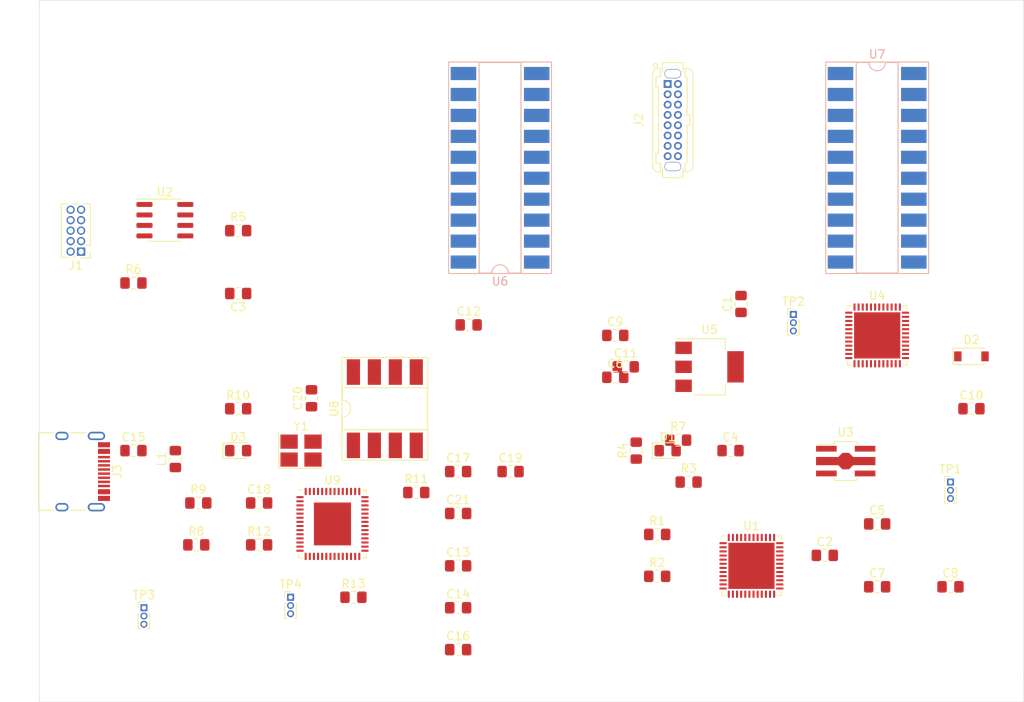
<source format=kicad_pcb>
(kicad_pcb (version 20171130) (host pcbnew "(5.1.6-0)")

  (general
    (thickness 1.6)
    (drawings 5)
    (tracks 0)
    (zones 0)
    (modules 55)
    (nets 76)
  )

  (page A4)
  (layers
    (0 F.Cu signal)
    (31 B.Cu signal)
    (32 B.Adhes user)
    (33 F.Adhes user)
    (34 B.Paste user)
    (35 F.Paste user)
    (36 B.SilkS user)
    (37 F.SilkS user)
    (38 B.Mask user)
    (39 F.Mask user)
    (40 Dwgs.User user)
    (41 Cmts.User user)
    (42 Eco1.User user)
    (43 Eco2.User user)
    (44 Edge.Cuts user)
    (45 Margin user)
    (46 B.CrtYd user)
    (47 F.CrtYd user)
    (48 B.Fab user)
    (49 F.Fab user)
  )

  (setup
    (last_trace_width 0.25)
    (trace_clearance 0.2)
    (zone_clearance 0.508)
    (zone_45_only no)
    (trace_min 0.2)
    (via_size 0.8)
    (via_drill 0.4)
    (via_min_size 0.4)
    (via_min_drill 0.3)
    (uvia_size 0.3)
    (uvia_drill 0.1)
    (uvias_allowed no)
    (uvia_min_size 0.2)
    (uvia_min_drill 0.1)
    (edge_width 0.05)
    (segment_width 0.2)
    (pcb_text_width 0.3)
    (pcb_text_size 1.5 1.5)
    (mod_edge_width 0.12)
    (mod_text_size 1 1)
    (mod_text_width 0.15)
    (pad_size 1.524 1.524)
    (pad_drill 0.762)
    (pad_to_mask_clearance 0.05)
    (aux_axis_origin 0 0)
    (grid_origin 50.8 347.98)
    (visible_elements FEFFFF7F)
    (pcbplotparams
      (layerselection 0x010fc_ffffffff)
      (usegerberextensions false)
      (usegerberattributes true)
      (usegerberadvancedattributes true)
      (creategerberjobfile true)
      (excludeedgelayer true)
      (linewidth 0.100000)
      (plotframeref false)
      (viasonmask false)
      (mode 1)
      (useauxorigin false)
      (hpglpennumber 1)
      (hpglpenspeed 20)
      (hpglpendiameter 15.000000)
      (psnegative false)
      (psa4output false)
      (plotreference true)
      (plotvalue true)
      (plotinvisibletext false)
      (padsonsilk false)
      (subtractmaskfromsilk false)
      (outputformat 1)
      (mirror false)
      (drillshape 1)
      (scaleselection 1)
      (outputdirectory ""))
  )

  (net 0 "")
  (net 1 GND)
  (net 2 +3V3)
  (net 3 +1V2)
  (net 4 +5V)
  (net 5 +3.3VA)
  (net 6 +1V8)
  (net 7 "Net-(C18-Pad1)")
  (net 8 "Net-(C20-Pad1)")
  (net 9 "Net-(C21-Pad1)")
  (net 10 "Net-(D1-Pad2)")
  (net 11 "Net-(D2-Pad1)")
  (net 12 "Net-(D3-Pad1)")
  (net 13 CS)
  (net 14 SCK)
  (net 15 SDI)
  (net 16 SDO)
  (net 17 RST)
  (net 18 "Net-(J2-Pad1)")
  (net 19 "Net-(J2-Pad2)")
  (net 20 "Net-(J2-Pad3)")
  (net 21 "Net-(J2-Pad5)")
  (net 22 "Net-(J2-Pad6)")
  (net 23 "Net-(J2-Pad7)")
  (net 24 "Net-(J2-Pad8)")
  (net 25 "Net-(J2-Pad9)")
  (net 26 "Net-(J2-Pad10)")
  (net 27 "Net-(J3-PadA6)")
  (net 28 "Net-(J3-PadB5)")
  (net 29 "Net-(J3-PadA7)")
  (net 30 "Net-(J3-PadA5)")
  (net 31 "Net-(J3-PadA4)")
  (net 32 "Net-(R6-Pad2)")
  (net 33 "Net-(R7-Pad2)")
  (net 34 "Net-(R11-Pad1)")
  (net 35 "Net-(R11-Pad2)")
  (net 36 "Net-(R12-Pad1)")
  (net 37 D11)
  (net 38 D12)
  (net 39 D13)
  (net 40 D14)
  (net 41 D15)
  (net 42 G0)
  (net 43 G1)
  (net 44 A4)
  (net 45 A1)
  (net 46 A3)
  (net 47 LATCH)
  (net 48 BLANK)
  (net 49 SCLK)
  (net 50 A2)
  (net 51 A0)
  (net 52 B1)
  (net 53 R1)
  (net 54 B0)
  (net 55 R0)
  (net 56 D0)
  (net 57 D1)
  (net 58 D2)
  (net 59 D3)
  (net 60 D4)
  (net 61 D5)
  (net 62 D6)
  (net 63 D7)
  (net 64 D8)
  (net 65 D9)
  (net 66 D10)
  (net 67 "Net-(U6-Pad10)")
  (net 68 "Net-(J2-Pad15)")
  (net 69 "Net-(J2-Pad13)")
  (net 70 "Net-(J2-Pad11)")
  (net 71 "Net-(J2-Pad14)")
  (net 72 "Net-(J2-Pad12)")
  (net 73 "Net-(U7-Pad10)")
  (net 74 "Net-(U8-Pad1)")
  (net 75 "Net-(U8-Pad2)")

  (net_class Default "This is the default net class."
    (clearance 0.2)
    (trace_width 0.25)
    (via_dia 0.8)
    (via_drill 0.4)
    (uvia_dia 0.3)
    (uvia_drill 0.1)
    (add_net +1V2)
    (add_net +1V8)
    (add_net +3.3VA)
    (add_net +3V3)
    (add_net +5V)
    (add_net A0)
    (add_net A1)
    (add_net A2)
    (add_net A3)
    (add_net A4)
    (add_net B0)
    (add_net B1)
    (add_net BLANK)
    (add_net CS)
    (add_net D0)
    (add_net D1)
    (add_net D10)
    (add_net D11)
    (add_net D12)
    (add_net D13)
    (add_net D14)
    (add_net D15)
    (add_net D2)
    (add_net D3)
    (add_net D4)
    (add_net D5)
    (add_net D6)
    (add_net D7)
    (add_net D8)
    (add_net D9)
    (add_net G0)
    (add_net G1)
    (add_net GND)
    (add_net LATCH)
    (add_net "Net-(C18-Pad1)")
    (add_net "Net-(C20-Pad1)")
    (add_net "Net-(C21-Pad1)")
    (add_net "Net-(D1-Pad2)")
    (add_net "Net-(D2-Pad1)")
    (add_net "Net-(D3-Pad1)")
    (add_net "Net-(J2-Pad1)")
    (add_net "Net-(J2-Pad10)")
    (add_net "Net-(J2-Pad11)")
    (add_net "Net-(J2-Pad12)")
    (add_net "Net-(J2-Pad13)")
    (add_net "Net-(J2-Pad14)")
    (add_net "Net-(J2-Pad15)")
    (add_net "Net-(J2-Pad2)")
    (add_net "Net-(J2-Pad3)")
    (add_net "Net-(J2-Pad5)")
    (add_net "Net-(J2-Pad6)")
    (add_net "Net-(J2-Pad7)")
    (add_net "Net-(J2-Pad8)")
    (add_net "Net-(J2-Pad9)")
    (add_net "Net-(J3-PadA4)")
    (add_net "Net-(J3-PadA5)")
    (add_net "Net-(J3-PadA6)")
    (add_net "Net-(J3-PadA7)")
    (add_net "Net-(J3-PadB5)")
    (add_net "Net-(R11-Pad1)")
    (add_net "Net-(R11-Pad2)")
    (add_net "Net-(R12-Pad1)")
    (add_net "Net-(R6-Pad2)")
    (add_net "Net-(R7-Pad2)")
    (add_net "Net-(U6-Pad10)")
    (add_net "Net-(U7-Pad10)")
    (add_net "Net-(U8-Pad1)")
    (add_net "Net-(U8-Pad2)")
    (add_net R0)
    (add_net R1)
    (add_net RST)
    (add_net SCK)
    (add_net SCLK)
    (add_net SDI)
    (add_net SDO)
  )

  (module Package_DIP:DIP-20_W8.89mm_SMDSocket_LongPads locked (layer B.Cu) (tedit 5A02E8C5) (tstamp 5FE2D0C9)
    (at 106.68 283.21)
    (descr "20-lead though-hole mounted DIP package, row spacing 8.89 mm (350 mils), SMDSocket, LongPads")
    (tags "THT DIP DIL PDIP 2.54mm 8.89mm 350mil SMDSocket LongPads")
    (path /5EF70F02/5EFA5A52)
    (attr smd)
    (fp_text reference U6 (at 0 13.76 -180) (layer B.SilkS)
      (effects (font (size 1 1) (thickness 0.15)))
    )
    (fp_text value 74HC245 (at 0 -13.76 180) (layer B.Fab)
      (effects (font (size 1 1) (thickness 0.15)))
    )
    (fp_arc (start 0 12.76) (end -1 12.76) (angle 180) (layer B.SilkS) (width 0.12))
    (fp_text user %R (at 0 0 -180) (layer B.Fab)
      (effects (font (size 1 1) (thickness 0.15)))
    )
    (fp_line (start -2.175 12.7) (end 3.175 12.7) (layer B.Fab) (width 0.1))
    (fp_line (start 3.175 12.7) (end 3.175 -12.7) (layer B.Fab) (width 0.1))
    (fp_line (start 3.175 -12.7) (end -3.175 -12.7) (layer B.Fab) (width 0.1))
    (fp_line (start -3.175 -12.7) (end -3.175 11.7) (layer B.Fab) (width 0.1))
    (fp_line (start -3.175 11.7) (end -2.175 12.7) (layer B.Fab) (width 0.1))
    (fp_line (start -5.08 12.76) (end -5.08 -12.76) (layer B.Fab) (width 0.1))
    (fp_line (start -5.08 -12.76) (end 5.08 -12.76) (layer B.Fab) (width 0.1))
    (fp_line (start 5.08 -12.76) (end 5.08 12.76) (layer B.Fab) (width 0.1))
    (fp_line (start 5.08 12.76) (end -5.08 12.76) (layer B.Fab) (width 0.1))
    (fp_line (start -1 12.76) (end -2.535 12.76) (layer B.SilkS) (width 0.12))
    (fp_line (start -2.535 12.76) (end -2.535 -12.76) (layer B.SilkS) (width 0.12))
    (fp_line (start -2.535 -12.76) (end 2.535 -12.76) (layer B.SilkS) (width 0.12))
    (fp_line (start 2.535 -12.76) (end 2.535 12.76) (layer B.SilkS) (width 0.12))
    (fp_line (start 2.535 12.76) (end 1 12.76) (layer B.SilkS) (width 0.12))
    (fp_line (start -6.235 12.82) (end -6.235 -12.82) (layer B.SilkS) (width 0.12))
    (fp_line (start -6.235 -12.82) (end 6.235 -12.82) (layer B.SilkS) (width 0.12))
    (fp_line (start 6.235 -12.82) (end 6.235 12.82) (layer B.SilkS) (width 0.12))
    (fp_line (start 6.235 12.82) (end -6.235 12.82) (layer B.SilkS) (width 0.12))
    (fp_line (start -6.25 13.05) (end -6.25 -13.05) (layer B.CrtYd) (width 0.05))
    (fp_line (start -6.25 -13.05) (end 6.25 -13.05) (layer B.CrtYd) (width 0.05))
    (fp_line (start 6.25 -13.05) (end 6.25 13.05) (layer B.CrtYd) (width 0.05))
    (fp_line (start 6.25 13.05) (end -6.25 13.05) (layer B.CrtYd) (width 0.05))
    (pad 1 smd rect (at -4.445 11.43) (size 3.1 1.6) (layers B.Cu B.Paste B.Mask)
      (net 4 +5V))
    (pad 11 smd rect (at 4.445 -11.43) (size 3.1 1.6) (layers B.Cu B.Paste B.Mask)
      (net 18 "Net-(J2-Pad1)"))
    (pad 2 smd rect (at -4.445 8.89) (size 3.1 1.6) (layers B.Cu B.Paste B.Mask)
      (net 48 BLANK))
    (pad 12 smd rect (at 4.445 -8.89) (size 3.1 1.6) (layers B.Cu B.Paste B.Mask)
      (net 20 "Net-(J2-Pad3)"))
    (pad 3 smd rect (at -4.445 6.35) (size 3.1 1.6) (layers B.Cu B.Paste B.Mask)
      (net 49 SCLK))
    (pad 13 smd rect (at 4.445 -6.35) (size 3.1 1.6) (layers B.Cu B.Paste B.Mask)
      (net 21 "Net-(J2-Pad5)"))
    (pad 4 smd rect (at -4.445 3.81) (size 3.1 1.6) (layers B.Cu B.Paste B.Mask)
      (net 50 A2))
    (pad 14 smd rect (at 4.445 -3.81) (size 3.1 1.6) (layers B.Cu B.Paste B.Mask)
      (net 23 "Net-(J2-Pad7)"))
    (pad 5 smd rect (at -4.445 1.27) (size 3.1 1.6) (layers B.Cu B.Paste B.Mask)
      (net 51 A0))
    (pad 15 smd rect (at 4.445 -1.27) (size 3.1 1.6) (layers B.Cu B.Paste B.Mask)
      (net 25 "Net-(J2-Pad9)"))
    (pad 6 smd rect (at -4.445 -1.27) (size 3.1 1.6) (layers B.Cu B.Paste B.Mask)
      (net 52 B1))
    (pad 16 smd rect (at 4.445 1.27) (size 3.1 1.6) (layers B.Cu B.Paste B.Mask)
      (net 70 "Net-(J2-Pad11)"))
    (pad 7 smd rect (at -4.445 -3.81) (size 3.1 1.6) (layers B.Cu B.Paste B.Mask)
      (net 53 R1))
    (pad 17 smd rect (at 4.445 3.81) (size 3.1 1.6) (layers B.Cu B.Paste B.Mask)
      (net 69 "Net-(J2-Pad13)"))
    (pad 8 smd rect (at -4.445 -6.35) (size 3.1 1.6) (layers B.Cu B.Paste B.Mask)
      (net 54 B0))
    (pad 18 smd rect (at 4.445 6.35) (size 3.1 1.6) (layers B.Cu B.Paste B.Mask)
      (net 68 "Net-(J2-Pad15)"))
    (pad 9 smd rect (at -4.445 -8.89) (size 3.1 1.6) (layers B.Cu B.Paste B.Mask)
      (net 55 R0))
    (pad 19 smd rect (at 4.445 8.89) (size 3.1 1.6) (layers B.Cu B.Paste B.Mask)
      (net 67 "Net-(U6-Pad10)"))
    (pad 10 smd rect (at -4.445 -11.43) (size 3.1 1.6) (layers B.Cu B.Paste B.Mask)
      (net 67 "Net-(U6-Pad10)"))
    (pad 20 smd rect (at 4.445 11.43) (size 3.1 1.6) (layers B.Cu B.Paste B.Mask)
      (net 4 +5V))
    (model ${KISYS3DMOD}/Package_DIP.3dshapes/DIP-20_W8.89mm_SMDSocket.wrl
      (at (xyz 0 0 0))
      (scale (xyz 1 1 1))
      (rotate (xyz 0 0 0))
    )
  )

  (module Capacitor_SMD:C_0805_2012Metric_Pad1.15x1.40mm_HandSolder locked (layer F.Cu) (tedit 5B36C52B) (tstamp 5FE2CC02)
    (at 135.89 299.72 90)
    (descr "Capacitor SMD 0805 (2012 Metric), square (rectangular) end terminal, IPC_7351 nominal with elongated pad for handsoldering. (Body size source: https://docs.google.com/spreadsheets/d/1BsfQQcO9C6DZCsRaXUlFlo91Tg2WpOkGARC1WS5S8t0/edit?usp=sharing), generated with kicad-footprint-generator")
    (tags "capacitor handsolder")
    (path /5EF70618/5EF97B62)
    (attr smd)
    (fp_text reference C1 (at 0 -1.65 90) (layer F.SilkS)
      (effects (font (size 1 1) (thickness 0.15)))
    )
    (fp_text value 100n (at 0 1.65 90) (layer F.Fab)
      (effects (font (size 1 1) (thickness 0.15)))
    )
    (fp_line (start 1.85 0.95) (end -1.85 0.95) (layer F.CrtYd) (width 0.05))
    (fp_line (start 1.85 -0.95) (end 1.85 0.95) (layer F.CrtYd) (width 0.05))
    (fp_line (start -1.85 -0.95) (end 1.85 -0.95) (layer F.CrtYd) (width 0.05))
    (fp_line (start -1.85 0.95) (end -1.85 -0.95) (layer F.CrtYd) (width 0.05))
    (fp_line (start -0.261252 0.71) (end 0.261252 0.71) (layer F.SilkS) (width 0.12))
    (fp_line (start -0.261252 -0.71) (end 0.261252 -0.71) (layer F.SilkS) (width 0.12))
    (fp_line (start 1 0.6) (end -1 0.6) (layer F.Fab) (width 0.1))
    (fp_line (start 1 -0.6) (end 1 0.6) (layer F.Fab) (width 0.1))
    (fp_line (start -1 -0.6) (end 1 -0.6) (layer F.Fab) (width 0.1))
    (fp_line (start -1 0.6) (end -1 -0.6) (layer F.Fab) (width 0.1))
    (fp_text user %R (at 0 0 90) (layer F.Fab)
      (effects (font (size 0.5 0.5) (thickness 0.08)))
    )
    (pad 2 smd roundrect (at 1.025 0 90) (size 1.15 1.4) (layers F.Cu F.Paste F.Mask) (roundrect_rratio 0.217391)
      (net 1 GND))
    (pad 1 smd roundrect (at -1.025 0 90) (size 1.15 1.4) (layers F.Cu F.Paste F.Mask) (roundrect_rratio 0.217391)
      (net 2 +3V3))
    (model ${KISYS3DMOD}/Capacitor_SMD.3dshapes/C_0805_2012Metric.wrl
      (at (xyz 0 0 0))
      (scale (xyz 1 1 1))
      (rotate (xyz 0 0 0))
    )
  )

  (module Capacitor_SMD:C_0805_2012Metric_Pad1.15x1.40mm_HandSolder locked (layer F.Cu) (tedit 5B36C52B) (tstamp 5FE2CC13)
    (at 146.05 330.2)
    (descr "Capacitor SMD 0805 (2012 Metric), square (rectangular) end terminal, IPC_7351 nominal with elongated pad for handsoldering. (Body size source: https://docs.google.com/spreadsheets/d/1BsfQQcO9C6DZCsRaXUlFlo91Tg2WpOkGARC1WS5S8t0/edit?usp=sharing), generated with kicad-footprint-generator")
    (tags "capacitor handsolder")
    (path /5EF70618/5EF97F84)
    (attr smd)
    (fp_text reference C2 (at 0 -1.65) (layer F.SilkS)
      (effects (font (size 1 1) (thickness 0.15)))
    )
    (fp_text value 100n (at 0 1.65) (layer F.Fab)
      (effects (font (size 1 1) (thickness 0.15)))
    )
    (fp_text user %R (at 0 0) (layer F.Fab)
      (effects (font (size 0.5 0.5) (thickness 0.08)))
    )
    (fp_line (start 1.85 0.95) (end -1.85 0.95) (layer F.CrtYd) (width 0.05))
    (fp_line (start 1.85 -0.95) (end 1.85 0.95) (layer F.CrtYd) (width 0.05))
    (fp_line (start -1.85 -0.95) (end 1.85 -0.95) (layer F.CrtYd) (width 0.05))
    (fp_line (start -1.85 0.95) (end -1.85 -0.95) (layer F.CrtYd) (width 0.05))
    (fp_line (start -0.261252 0.71) (end 0.261252 0.71) (layer F.SilkS) (width 0.12))
    (fp_line (start -0.261252 -0.71) (end 0.261252 -0.71) (layer F.SilkS) (width 0.12))
    (fp_line (start 1 0.6) (end -1 0.6) (layer F.Fab) (width 0.1))
    (fp_line (start 1 -0.6) (end 1 0.6) (layer F.Fab) (width 0.1))
    (fp_line (start -1 -0.6) (end 1 -0.6) (layer F.Fab) (width 0.1))
    (fp_line (start -1 0.6) (end -1 -0.6) (layer F.Fab) (width 0.1))
    (pad 2 smd roundrect (at 1.025 0) (size 1.15 1.4) (layers F.Cu F.Paste F.Mask) (roundrect_rratio 0.217391)
      (net 1 GND))
    (pad 1 smd roundrect (at -1.025 0) (size 1.15 1.4) (layers F.Cu F.Paste F.Mask) (roundrect_rratio 0.217391)
      (net 2 +3V3))
    (model ${KISYS3DMOD}/Capacitor_SMD.3dshapes/C_0805_2012Metric.wrl
      (at (xyz 0 0 0))
      (scale (xyz 1 1 1))
      (rotate (xyz 0 0 0))
    )
  )

  (module Capacitor_SMD:C_0805_2012Metric_Pad1.15x1.40mm_HandSolder locked (layer F.Cu) (tedit 5B36C52B) (tstamp 5FE2CC24)
    (at 74.93 298.45 180)
    (descr "Capacitor SMD 0805 (2012 Metric), square (rectangular) end terminal, IPC_7351 nominal with elongated pad for handsoldering. (Body size source: https://docs.google.com/spreadsheets/d/1BsfQQcO9C6DZCsRaXUlFlo91Tg2WpOkGARC1WS5S8t0/edit?usp=sharing), generated with kicad-footprint-generator")
    (tags "capacitor handsolder")
    (path /5EF71B36/5EF9E696)
    (attr smd)
    (fp_text reference C3 (at 0 -1.65) (layer F.SilkS)
      (effects (font (size 1 1) (thickness 0.15)))
    )
    (fp_text value 100n (at 0 1.65) (layer F.Fab)
      (effects (font (size 1 1) (thickness 0.15)))
    )
    (fp_text user %R (at 0 0) (layer F.Fab)
      (effects (font (size 0.5 0.5) (thickness 0.08)))
    )
    (fp_line (start 1.85 0.95) (end -1.85 0.95) (layer F.CrtYd) (width 0.05))
    (fp_line (start 1.85 -0.95) (end 1.85 0.95) (layer F.CrtYd) (width 0.05))
    (fp_line (start -1.85 -0.95) (end 1.85 -0.95) (layer F.CrtYd) (width 0.05))
    (fp_line (start -1.85 0.95) (end -1.85 -0.95) (layer F.CrtYd) (width 0.05))
    (fp_line (start -0.261252 0.71) (end 0.261252 0.71) (layer F.SilkS) (width 0.12))
    (fp_line (start -0.261252 -0.71) (end 0.261252 -0.71) (layer F.SilkS) (width 0.12))
    (fp_line (start 1 0.6) (end -1 0.6) (layer F.Fab) (width 0.1))
    (fp_line (start 1 -0.6) (end 1 0.6) (layer F.Fab) (width 0.1))
    (fp_line (start -1 -0.6) (end 1 -0.6) (layer F.Fab) (width 0.1))
    (fp_line (start -1 0.6) (end -1 -0.6) (layer F.Fab) (width 0.1))
    (pad 2 smd roundrect (at 1.025 0 180) (size 1.15 1.4) (layers F.Cu F.Paste F.Mask) (roundrect_rratio 0.217391)
      (net 1 GND))
    (pad 1 smd roundrect (at -1.025 0 180) (size 1.15 1.4) (layers F.Cu F.Paste F.Mask) (roundrect_rratio 0.217391)
      (net 2 +3V3))
    (model ${KISYS3DMOD}/Capacitor_SMD.3dshapes/C_0805_2012Metric.wrl
      (at (xyz 0 0 0))
      (scale (xyz 1 1 1))
      (rotate (xyz 0 0 0))
    )
  )

  (module Capacitor_SMD:C_0805_2012Metric_Pad1.15x1.40mm_HandSolder locked (layer F.Cu) (tedit 5B36C52B) (tstamp 5FE2CC35)
    (at 134.62 317.5)
    (descr "Capacitor SMD 0805 (2012 Metric), square (rectangular) end terminal, IPC_7351 nominal with elongated pad for handsoldering. (Body size source: https://docs.google.com/spreadsheets/d/1BsfQQcO9C6DZCsRaXUlFlo91Tg2WpOkGARC1WS5S8t0/edit?usp=sharing), generated with kicad-footprint-generator")
    (tags "capacitor handsolder")
    (path /5EF712F1/5EF7505B)
    (attr smd)
    (fp_text reference C4 (at 0 -1.65) (layer F.SilkS)
      (effects (font (size 1 1) (thickness 0.15)))
    )
    (fp_text value 100n (at 0 1.65) (layer F.Fab)
      (effects (font (size 1 1) (thickness 0.15)))
    )
    (fp_text user %R (at 0 0) (layer F.Fab)
      (effects (font (size 0.5 0.5) (thickness 0.08)))
    )
    (fp_line (start 1.85 0.95) (end -1.85 0.95) (layer F.CrtYd) (width 0.05))
    (fp_line (start 1.85 -0.95) (end 1.85 0.95) (layer F.CrtYd) (width 0.05))
    (fp_line (start -1.85 -0.95) (end 1.85 -0.95) (layer F.CrtYd) (width 0.05))
    (fp_line (start -1.85 0.95) (end -1.85 -0.95) (layer F.CrtYd) (width 0.05))
    (fp_line (start -0.261252 0.71) (end 0.261252 0.71) (layer F.SilkS) (width 0.12))
    (fp_line (start -0.261252 -0.71) (end 0.261252 -0.71) (layer F.SilkS) (width 0.12))
    (fp_line (start 1 0.6) (end -1 0.6) (layer F.Fab) (width 0.1))
    (fp_line (start 1 -0.6) (end 1 0.6) (layer F.Fab) (width 0.1))
    (fp_line (start -1 -0.6) (end 1 -0.6) (layer F.Fab) (width 0.1))
    (fp_line (start -1 0.6) (end -1 -0.6) (layer F.Fab) (width 0.1))
    (pad 2 smd roundrect (at 1.025 0) (size 1.15 1.4) (layers F.Cu F.Paste F.Mask) (roundrect_rratio 0.217391)
      (net 1 GND))
    (pad 1 smd roundrect (at -1.025 0) (size 1.15 1.4) (layers F.Cu F.Paste F.Mask) (roundrect_rratio 0.217391)
      (net 2 +3V3))
    (model ${KISYS3DMOD}/Capacitor_SMD.3dshapes/C_0805_2012Metric.wrl
      (at (xyz 0 0 0))
      (scale (xyz 1 1 1))
      (rotate (xyz 0 0 0))
    )
  )

  (module Capacitor_SMD:C_0805_2012Metric_Pad1.15x1.40mm_HandSolder locked (layer F.Cu) (tedit 5B36C52B) (tstamp 5FE2CC46)
    (at 152.4 326.39)
    (descr "Capacitor SMD 0805 (2012 Metric), square (rectangular) end terminal, IPC_7351 nominal with elongated pad for handsoldering. (Body size source: https://docs.google.com/spreadsheets/d/1BsfQQcO9C6DZCsRaXUlFlo91Tg2WpOkGARC1WS5S8t0/edit?usp=sharing), generated with kicad-footprint-generator")
    (tags "capacitor handsolder")
    (path /5EF712F1/5EF75871)
    (attr smd)
    (fp_text reference C5 (at 0 -1.65) (layer F.SilkS)
      (effects (font (size 1 1) (thickness 0.15)))
    )
    (fp_text value 100n (at 0 1.65) (layer F.Fab)
      (effects (font (size 1 1) (thickness 0.15)))
    )
    (fp_text user %R (at 0 0) (layer F.Fab)
      (effects (font (size 0.5 0.5) (thickness 0.08)))
    )
    (fp_line (start -1 0.6) (end -1 -0.6) (layer F.Fab) (width 0.1))
    (fp_line (start -1 -0.6) (end 1 -0.6) (layer F.Fab) (width 0.1))
    (fp_line (start 1 -0.6) (end 1 0.6) (layer F.Fab) (width 0.1))
    (fp_line (start 1 0.6) (end -1 0.6) (layer F.Fab) (width 0.1))
    (fp_line (start -0.261252 -0.71) (end 0.261252 -0.71) (layer F.SilkS) (width 0.12))
    (fp_line (start -0.261252 0.71) (end 0.261252 0.71) (layer F.SilkS) (width 0.12))
    (fp_line (start -1.85 0.95) (end -1.85 -0.95) (layer F.CrtYd) (width 0.05))
    (fp_line (start -1.85 -0.95) (end 1.85 -0.95) (layer F.CrtYd) (width 0.05))
    (fp_line (start 1.85 -0.95) (end 1.85 0.95) (layer F.CrtYd) (width 0.05))
    (fp_line (start 1.85 0.95) (end -1.85 0.95) (layer F.CrtYd) (width 0.05))
    (pad 1 smd roundrect (at -1.025 0) (size 1.15 1.4) (layers F.Cu F.Paste F.Mask) (roundrect_rratio 0.217391)
      (net 3 +1V2))
    (pad 2 smd roundrect (at 1.025 0) (size 1.15 1.4) (layers F.Cu F.Paste F.Mask) (roundrect_rratio 0.217391)
      (net 1 GND))
    (model ${KISYS3DMOD}/Capacitor_SMD.3dshapes/C_0805_2012Metric.wrl
      (at (xyz 0 0 0))
      (scale (xyz 1 1 1))
      (rotate (xyz 0 0 0))
    )
  )

  (module Capacitor_SMD:C_0805_2012Metric_Pad1.15x1.40mm_HandSolder (layer F.Cu) (tedit 5B36C52B) (tstamp 5FE2CC57)
    (at 120.65 308.61)
    (descr "Capacitor SMD 0805 (2012 Metric), square (rectangular) end terminal, IPC_7351 nominal with elongated pad for handsoldering. (Body size source: https://docs.google.com/spreadsheets/d/1BsfQQcO9C6DZCsRaXUlFlo91Tg2WpOkGARC1WS5S8t0/edit?usp=sharing), generated with kicad-footprint-generator")
    (tags "capacitor handsolder")
    (path /5EF712F1/5EF7EF9B)
    (attr smd)
    (fp_text reference C6 (at 0 -1.65) (layer F.SilkS)
      (effects (font (size 1 1) (thickness 0.15)))
    )
    (fp_text value 100n (at 0 1.65) (layer F.Fab)
      (effects (font (size 1 1) (thickness 0.15)))
    )
    (fp_text user %R (at 0 0) (layer F.Fab)
      (effects (font (size 0.5 0.5) (thickness 0.08)))
    )
    (fp_line (start -1 0.6) (end -1 -0.6) (layer F.Fab) (width 0.1))
    (fp_line (start -1 -0.6) (end 1 -0.6) (layer F.Fab) (width 0.1))
    (fp_line (start 1 -0.6) (end 1 0.6) (layer F.Fab) (width 0.1))
    (fp_line (start 1 0.6) (end -1 0.6) (layer F.Fab) (width 0.1))
    (fp_line (start -0.261252 -0.71) (end 0.261252 -0.71) (layer F.SilkS) (width 0.12))
    (fp_line (start -0.261252 0.71) (end 0.261252 0.71) (layer F.SilkS) (width 0.12))
    (fp_line (start -1.85 0.95) (end -1.85 -0.95) (layer F.CrtYd) (width 0.05))
    (fp_line (start -1.85 -0.95) (end 1.85 -0.95) (layer F.CrtYd) (width 0.05))
    (fp_line (start 1.85 -0.95) (end 1.85 0.95) (layer F.CrtYd) (width 0.05))
    (fp_line (start 1.85 0.95) (end -1.85 0.95) (layer F.CrtYd) (width 0.05))
    (pad 1 smd roundrect (at -1.025 0) (size 1.15 1.4) (layers F.Cu F.Paste F.Mask) (roundrect_rratio 0.217391)
      (net 4 +5V))
    (pad 2 smd roundrect (at 1.025 0) (size 1.15 1.4) (layers F.Cu F.Paste F.Mask) (roundrect_rratio 0.217391)
      (net 1 GND))
    (model ${KISYS3DMOD}/Capacitor_SMD.3dshapes/C_0805_2012Metric.wrl
      (at (xyz 0 0 0))
      (scale (xyz 1 1 1))
      (rotate (xyz 0 0 0))
    )
  )

  (module Capacitor_SMD:C_0805_2012Metric_Pad1.15x1.40mm_HandSolder locked (layer F.Cu) (tedit 5B36C52B) (tstamp 5FE2CC68)
    (at 152.4 334.01)
    (descr "Capacitor SMD 0805 (2012 Metric), square (rectangular) end terminal, IPC_7351 nominal with elongated pad for handsoldering. (Body size source: https://docs.google.com/spreadsheets/d/1BsfQQcO9C6DZCsRaXUlFlo91Tg2WpOkGARC1WS5S8t0/edit?usp=sharing), generated with kicad-footprint-generator")
    (tags "capacitor handsolder")
    (path /5EF712F1/5EF8D05B)
    (attr smd)
    (fp_text reference C7 (at 0 -1.65) (layer F.SilkS)
      (effects (font (size 1 1) (thickness 0.15)))
    )
    (fp_text value 1u (at 0 1.65) (layer F.Fab)
      (effects (font (size 1 1) (thickness 0.15)))
    )
    (fp_text user %R (at 0 0) (layer F.Fab)
      (effects (font (size 0.5 0.5) (thickness 0.08)))
    )
    (fp_line (start -1 0.6) (end -1 -0.6) (layer F.Fab) (width 0.1))
    (fp_line (start -1 -0.6) (end 1 -0.6) (layer F.Fab) (width 0.1))
    (fp_line (start 1 -0.6) (end 1 0.6) (layer F.Fab) (width 0.1))
    (fp_line (start 1 0.6) (end -1 0.6) (layer F.Fab) (width 0.1))
    (fp_line (start -0.261252 -0.71) (end 0.261252 -0.71) (layer F.SilkS) (width 0.12))
    (fp_line (start -0.261252 0.71) (end 0.261252 0.71) (layer F.SilkS) (width 0.12))
    (fp_line (start -1.85 0.95) (end -1.85 -0.95) (layer F.CrtYd) (width 0.05))
    (fp_line (start -1.85 -0.95) (end 1.85 -0.95) (layer F.CrtYd) (width 0.05))
    (fp_line (start 1.85 -0.95) (end 1.85 0.95) (layer F.CrtYd) (width 0.05))
    (fp_line (start 1.85 0.95) (end -1.85 0.95) (layer F.CrtYd) (width 0.05))
    (pad 1 smd roundrect (at -1.025 0) (size 1.15 1.4) (layers F.Cu F.Paste F.Mask) (roundrect_rratio 0.217391)
      (net 3 +1V2))
    (pad 2 smd roundrect (at 1.025 0) (size 1.15 1.4) (layers F.Cu F.Paste F.Mask) (roundrect_rratio 0.217391)
      (net 1 GND))
    (model ${KISYS3DMOD}/Capacitor_SMD.3dshapes/C_0805_2012Metric.wrl
      (at (xyz 0 0 0))
      (scale (xyz 1 1 1))
      (rotate (xyz 0 0 0))
    )
  )

  (module Capacitor_SMD:C_0805_2012Metric_Pad1.15x1.40mm_HandSolder locked (layer F.Cu) (tedit 5B36C52B) (tstamp 5FE2CC79)
    (at 161.29 334.01)
    (descr "Capacitor SMD 0805 (2012 Metric), square (rectangular) end terminal, IPC_7351 nominal with elongated pad for handsoldering. (Body size source: https://docs.google.com/spreadsheets/d/1BsfQQcO9C6DZCsRaXUlFlo91Tg2WpOkGARC1WS5S8t0/edit?usp=sharing), generated with kicad-footprint-generator")
    (tags "capacitor handsolder")
    (path /5EF712F1/5EF8DFFD)
    (attr smd)
    (fp_text reference C8 (at 0 -1.65) (layer F.SilkS)
      (effects (font (size 1 1) (thickness 0.15)))
    )
    (fp_text value 100n (at 0 1.65) (layer F.Fab)
      (effects (font (size 1 1) (thickness 0.15)))
    )
    (fp_text user %R (at 0 0) (layer F.Fab)
      (effects (font (size 0.5 0.5) (thickness 0.08)))
    )
    (fp_line (start 1.85 0.95) (end -1.85 0.95) (layer F.CrtYd) (width 0.05))
    (fp_line (start 1.85 -0.95) (end 1.85 0.95) (layer F.CrtYd) (width 0.05))
    (fp_line (start -1.85 -0.95) (end 1.85 -0.95) (layer F.CrtYd) (width 0.05))
    (fp_line (start -1.85 0.95) (end -1.85 -0.95) (layer F.CrtYd) (width 0.05))
    (fp_line (start -0.261252 0.71) (end 0.261252 0.71) (layer F.SilkS) (width 0.12))
    (fp_line (start -0.261252 -0.71) (end 0.261252 -0.71) (layer F.SilkS) (width 0.12))
    (fp_line (start 1 0.6) (end -1 0.6) (layer F.Fab) (width 0.1))
    (fp_line (start 1 -0.6) (end 1 0.6) (layer F.Fab) (width 0.1))
    (fp_line (start -1 -0.6) (end 1 -0.6) (layer F.Fab) (width 0.1))
    (fp_line (start -1 0.6) (end -1 -0.6) (layer F.Fab) (width 0.1))
    (pad 2 smd roundrect (at 1.025 0) (size 1.15 1.4) (layers F.Cu F.Paste F.Mask) (roundrect_rratio 0.217391)
      (net 1 GND))
    (pad 1 smd roundrect (at -1.025 0) (size 1.15 1.4) (layers F.Cu F.Paste F.Mask) (roundrect_rratio 0.217391)
      (net 3 +1V2))
    (model ${KISYS3DMOD}/Capacitor_SMD.3dshapes/C_0805_2012Metric.wrl
      (at (xyz 0 0 0))
      (scale (xyz 1 1 1))
      (rotate (xyz 0 0 0))
    )
  )

  (module Capacitor_SMD:C_0805_2012Metric_Pad1.15x1.40mm_HandSolder locked (layer F.Cu) (tedit 5B36C52B) (tstamp 5FE2CC8A)
    (at 120.65 303.53)
    (descr "Capacitor SMD 0805 (2012 Metric), square (rectangular) end terminal, IPC_7351 nominal with elongated pad for handsoldering. (Body size source: https://docs.google.com/spreadsheets/d/1BsfQQcO9C6DZCsRaXUlFlo91Tg2WpOkGARC1WS5S8t0/edit?usp=sharing), generated with kicad-footprint-generator")
    (tags "capacitor handsolder")
    (path /5EF712F1/5EF802D5)
    (attr smd)
    (fp_text reference C9 (at 0 -1.65) (layer F.SilkS)
      (effects (font (size 1 1) (thickness 0.15)))
    )
    (fp_text value 100n (at 0 1.65) (layer F.Fab)
      (effects (font (size 1 1) (thickness 0.15)))
    )
    (fp_text user %R (at 0 0) (layer F.Fab)
      (effects (font (size 0.5 0.5) (thickness 0.08)))
    )
    (fp_line (start 1.85 0.95) (end -1.85 0.95) (layer F.CrtYd) (width 0.05))
    (fp_line (start 1.85 -0.95) (end 1.85 0.95) (layer F.CrtYd) (width 0.05))
    (fp_line (start -1.85 -0.95) (end 1.85 -0.95) (layer F.CrtYd) (width 0.05))
    (fp_line (start -1.85 0.95) (end -1.85 -0.95) (layer F.CrtYd) (width 0.05))
    (fp_line (start -0.261252 0.71) (end 0.261252 0.71) (layer F.SilkS) (width 0.12))
    (fp_line (start -0.261252 -0.71) (end 0.261252 -0.71) (layer F.SilkS) (width 0.12))
    (fp_line (start 1 0.6) (end -1 0.6) (layer F.Fab) (width 0.1))
    (fp_line (start 1 -0.6) (end 1 0.6) (layer F.Fab) (width 0.1))
    (fp_line (start -1 -0.6) (end 1 -0.6) (layer F.Fab) (width 0.1))
    (fp_line (start -1 0.6) (end -1 -0.6) (layer F.Fab) (width 0.1))
    (pad 2 smd roundrect (at 1.025 0) (size 1.15 1.4) (layers F.Cu F.Paste F.Mask) (roundrect_rratio 0.217391)
      (net 1 GND))
    (pad 1 smd roundrect (at -1.025 0) (size 1.15 1.4) (layers F.Cu F.Paste F.Mask) (roundrect_rratio 0.217391)
      (net 2 +3V3))
    (model ${KISYS3DMOD}/Capacitor_SMD.3dshapes/C_0805_2012Metric.wrl
      (at (xyz 0 0 0))
      (scale (xyz 1 1 1))
      (rotate (xyz 0 0 0))
    )
  )

  (module Capacitor_SMD:C_0805_2012Metric_Pad1.15x1.40mm_HandSolder locked (layer F.Cu) (tedit 5B36C52B) (tstamp 5FE2CC9B)
    (at 163.83 312.42)
    (descr "Capacitor SMD 0805 (2012 Metric), square (rectangular) end terminal, IPC_7351 nominal with elongated pad for handsoldering. (Body size source: https://docs.google.com/spreadsheets/d/1BsfQQcO9C6DZCsRaXUlFlo91Tg2WpOkGARC1WS5S8t0/edit?usp=sharing), generated with kicad-footprint-generator")
    (tags "capacitor handsolder")
    (path /5EF712F1/5EF8E664)
    (attr smd)
    (fp_text reference C10 (at 0 -1.65) (layer F.SilkS)
      (effects (font (size 1 1) (thickness 0.15)))
    )
    (fp_text value 100n (at 0 1.65) (layer F.Fab)
      (effects (font (size 1 1) (thickness 0.15)))
    )
    (fp_text user %R (at 0 0) (layer F.Fab)
      (effects (font (size 0.5 0.5) (thickness 0.08)))
    )
    (fp_line (start -1 0.6) (end -1 -0.6) (layer F.Fab) (width 0.1))
    (fp_line (start -1 -0.6) (end 1 -0.6) (layer F.Fab) (width 0.1))
    (fp_line (start 1 -0.6) (end 1 0.6) (layer F.Fab) (width 0.1))
    (fp_line (start 1 0.6) (end -1 0.6) (layer F.Fab) (width 0.1))
    (fp_line (start -0.261252 -0.71) (end 0.261252 -0.71) (layer F.SilkS) (width 0.12))
    (fp_line (start -0.261252 0.71) (end 0.261252 0.71) (layer F.SilkS) (width 0.12))
    (fp_line (start -1.85 0.95) (end -1.85 -0.95) (layer F.CrtYd) (width 0.05))
    (fp_line (start -1.85 -0.95) (end 1.85 -0.95) (layer F.CrtYd) (width 0.05))
    (fp_line (start 1.85 -0.95) (end 1.85 0.95) (layer F.CrtYd) (width 0.05))
    (fp_line (start 1.85 0.95) (end -1.85 0.95) (layer F.CrtYd) (width 0.05))
    (pad 1 smd roundrect (at -1.025 0) (size 1.15 1.4) (layers F.Cu F.Paste F.Mask) (roundrect_rratio 0.217391)
      (net 2 +3V3))
    (pad 2 smd roundrect (at 1.025 0) (size 1.15 1.4) (layers F.Cu F.Paste F.Mask) (roundrect_rratio 0.217391)
      (net 1 GND))
    (model ${KISYS3DMOD}/Capacitor_SMD.3dshapes/C_0805_2012Metric.wrl
      (at (xyz 0 0 0))
      (scale (xyz 1 1 1))
      (rotate (xyz 0 0 0))
    )
  )

  (module Capacitor_SMD:C_0805_2012Metric_Pad1.15x1.40mm_HandSolder locked (layer F.Cu) (tedit 5B36C52B) (tstamp 5FE2CCAC)
    (at 121.92 307.34)
    (descr "Capacitor SMD 0805 (2012 Metric), square (rectangular) end terminal, IPC_7351 nominal with elongated pad for handsoldering. (Body size source: https://docs.google.com/spreadsheets/d/1BsfQQcO9C6DZCsRaXUlFlo91Tg2WpOkGARC1WS5S8t0/edit?usp=sharing), generated with kicad-footprint-generator")
    (tags "capacitor handsolder")
    (path /5EF70F02/5EFC10DB)
    (attr smd)
    (fp_text reference C11 (at 0 -1.65) (layer F.SilkS)
      (effects (font (size 1 1) (thickness 0.15)))
    )
    (fp_text value 100n (at 0 1.65) (layer F.Fab)
      (effects (font (size 1 1) (thickness 0.15)))
    )
    (fp_text user %R (at 0 0) (layer F.Fab)
      (effects (font (size 0.5 0.5) (thickness 0.08)))
    )
    (fp_line (start -1 0.6) (end -1 -0.6) (layer F.Fab) (width 0.1))
    (fp_line (start -1 -0.6) (end 1 -0.6) (layer F.Fab) (width 0.1))
    (fp_line (start 1 -0.6) (end 1 0.6) (layer F.Fab) (width 0.1))
    (fp_line (start 1 0.6) (end -1 0.6) (layer F.Fab) (width 0.1))
    (fp_line (start -0.261252 -0.71) (end 0.261252 -0.71) (layer F.SilkS) (width 0.12))
    (fp_line (start -0.261252 0.71) (end 0.261252 0.71) (layer F.SilkS) (width 0.12))
    (fp_line (start -1.85 0.95) (end -1.85 -0.95) (layer F.CrtYd) (width 0.05))
    (fp_line (start -1.85 -0.95) (end 1.85 -0.95) (layer F.CrtYd) (width 0.05))
    (fp_line (start 1.85 -0.95) (end 1.85 0.95) (layer F.CrtYd) (width 0.05))
    (fp_line (start 1.85 0.95) (end -1.85 0.95) (layer F.CrtYd) (width 0.05))
    (pad 1 smd roundrect (at -1.025 0) (size 1.15 1.4) (layers F.Cu F.Paste F.Mask) (roundrect_rratio 0.217391)
      (net 4 +5V))
    (pad 2 smd roundrect (at 1.025 0) (size 1.15 1.4) (layers F.Cu F.Paste F.Mask) (roundrect_rratio 0.217391)
      (net 1 GND))
    (model ${KISYS3DMOD}/Capacitor_SMD.3dshapes/C_0805_2012Metric.wrl
      (at (xyz 0 0 0))
      (scale (xyz 1 1 1))
      (rotate (xyz 0 0 0))
    )
  )

  (module Capacitor_SMD:C_0805_2012Metric_Pad1.15x1.40mm_HandSolder locked (layer F.Cu) (tedit 5B36C52B) (tstamp 5FE2CCBD)
    (at 102.87 302.26)
    (descr "Capacitor SMD 0805 (2012 Metric), square (rectangular) end terminal, IPC_7351 nominal with elongated pad for handsoldering. (Body size source: https://docs.google.com/spreadsheets/d/1BsfQQcO9C6DZCsRaXUlFlo91Tg2WpOkGARC1WS5S8t0/edit?usp=sharing), generated with kicad-footprint-generator")
    (tags "capacitor handsolder")
    (path /5EF70F02/5EFC1798)
    (attr smd)
    (fp_text reference C12 (at 0 -1.65) (layer F.SilkS)
      (effects (font (size 1 1) (thickness 0.15)))
    )
    (fp_text value 100n (at 0 1.65) (layer F.Fab)
      (effects (font (size 1 1) (thickness 0.15)))
    )
    (fp_text user %R (at 0 0) (layer F.Fab)
      (effects (font (size 0.5 0.5) (thickness 0.08)))
    )
    (fp_line (start 1.85 0.95) (end -1.85 0.95) (layer F.CrtYd) (width 0.05))
    (fp_line (start 1.85 -0.95) (end 1.85 0.95) (layer F.CrtYd) (width 0.05))
    (fp_line (start -1.85 -0.95) (end 1.85 -0.95) (layer F.CrtYd) (width 0.05))
    (fp_line (start -1.85 0.95) (end -1.85 -0.95) (layer F.CrtYd) (width 0.05))
    (fp_line (start -0.261252 0.71) (end 0.261252 0.71) (layer F.SilkS) (width 0.12))
    (fp_line (start -0.261252 -0.71) (end 0.261252 -0.71) (layer F.SilkS) (width 0.12))
    (fp_line (start 1 0.6) (end -1 0.6) (layer F.Fab) (width 0.1))
    (fp_line (start 1 -0.6) (end 1 0.6) (layer F.Fab) (width 0.1))
    (fp_line (start -1 -0.6) (end 1 -0.6) (layer F.Fab) (width 0.1))
    (fp_line (start -1 0.6) (end -1 -0.6) (layer F.Fab) (width 0.1))
    (pad 2 smd roundrect (at 1.025 0) (size 1.15 1.4) (layers F.Cu F.Paste F.Mask) (roundrect_rratio 0.217391)
      (net 1 GND))
    (pad 1 smd roundrect (at -1.025 0) (size 1.15 1.4) (layers F.Cu F.Paste F.Mask) (roundrect_rratio 0.217391)
      (net 4 +5V))
    (model ${KISYS3DMOD}/Capacitor_SMD.3dshapes/C_0805_2012Metric.wrl
      (at (xyz 0 0 0))
      (scale (xyz 1 1 1))
      (rotate (xyz 0 0 0))
    )
  )

  (module Capacitor_SMD:C_0805_2012Metric_Pad1.15x1.40mm_HandSolder locked (layer F.Cu) (tedit 5B36C52B) (tstamp 5FE2CCCE)
    (at 101.6 331.47)
    (descr "Capacitor SMD 0805 (2012 Metric), square (rectangular) end terminal, IPC_7351 nominal with elongated pad for handsoldering. (Body size source: https://docs.google.com/spreadsheets/d/1BsfQQcO9C6DZCsRaXUlFlo91Tg2WpOkGARC1WS5S8t0/edit?usp=sharing), generated with kicad-footprint-generator")
    (tags "capacitor handsolder")
    (path /5EF70D91/5FA0A492)
    (attr smd)
    (fp_text reference C13 (at 0 -1.65) (layer F.SilkS)
      (effects (font (size 1 1) (thickness 0.15)))
    )
    (fp_text value 100n (at 0 1.65) (layer F.Fab)
      (effects (font (size 1 1) (thickness 0.15)))
    )
    (fp_line (start -1 0.6) (end -1 -0.6) (layer F.Fab) (width 0.1))
    (fp_line (start -1 -0.6) (end 1 -0.6) (layer F.Fab) (width 0.1))
    (fp_line (start 1 -0.6) (end 1 0.6) (layer F.Fab) (width 0.1))
    (fp_line (start 1 0.6) (end -1 0.6) (layer F.Fab) (width 0.1))
    (fp_line (start -0.261252 -0.71) (end 0.261252 -0.71) (layer F.SilkS) (width 0.12))
    (fp_line (start -0.261252 0.71) (end 0.261252 0.71) (layer F.SilkS) (width 0.12))
    (fp_line (start -1.85 0.95) (end -1.85 -0.95) (layer F.CrtYd) (width 0.05))
    (fp_line (start -1.85 -0.95) (end 1.85 -0.95) (layer F.CrtYd) (width 0.05))
    (fp_line (start 1.85 -0.95) (end 1.85 0.95) (layer F.CrtYd) (width 0.05))
    (fp_line (start 1.85 0.95) (end -1.85 0.95) (layer F.CrtYd) (width 0.05))
    (fp_text user %R (at 0 0) (layer F.Fab)
      (effects (font (size 0.5 0.5) (thickness 0.08)))
    )
    (pad 1 smd roundrect (at -1.025 0) (size 1.15 1.4) (layers F.Cu F.Paste F.Mask) (roundrect_rratio 0.217391)
      (net 5 +3.3VA))
    (pad 2 smd roundrect (at 1.025 0) (size 1.15 1.4) (layers F.Cu F.Paste F.Mask) (roundrect_rratio 0.217391)
      (net 1 GND))
    (model ${KISYS3DMOD}/Capacitor_SMD.3dshapes/C_0805_2012Metric.wrl
      (at (xyz 0 0 0))
      (scale (xyz 1 1 1))
      (rotate (xyz 0 0 0))
    )
  )

  (module Capacitor_SMD:C_0805_2012Metric_Pad1.15x1.40mm_HandSolder locked (layer F.Cu) (tedit 5B36C52B) (tstamp 5FE2CCDF)
    (at 101.6 336.55)
    (descr "Capacitor SMD 0805 (2012 Metric), square (rectangular) end terminal, IPC_7351 nominal with elongated pad for handsoldering. (Body size source: https://docs.google.com/spreadsheets/d/1BsfQQcO9C6DZCsRaXUlFlo91Tg2WpOkGARC1WS5S8t0/edit?usp=sharing), generated with kicad-footprint-generator")
    (tags "capacitor handsolder")
    (path /5EF70D91/5FA1A2B5)
    (attr smd)
    (fp_text reference C14 (at 0 -1.65) (layer F.SilkS)
      (effects (font (size 1 1) (thickness 0.15)))
    )
    (fp_text value 100n (at 0 1.65) (layer F.Fab)
      (effects (font (size 1 1) (thickness 0.15)))
    )
    (fp_line (start 1.85 0.95) (end -1.85 0.95) (layer F.CrtYd) (width 0.05))
    (fp_line (start 1.85 -0.95) (end 1.85 0.95) (layer F.CrtYd) (width 0.05))
    (fp_line (start -1.85 -0.95) (end 1.85 -0.95) (layer F.CrtYd) (width 0.05))
    (fp_line (start -1.85 0.95) (end -1.85 -0.95) (layer F.CrtYd) (width 0.05))
    (fp_line (start -0.261252 0.71) (end 0.261252 0.71) (layer F.SilkS) (width 0.12))
    (fp_line (start -0.261252 -0.71) (end 0.261252 -0.71) (layer F.SilkS) (width 0.12))
    (fp_line (start 1 0.6) (end -1 0.6) (layer F.Fab) (width 0.1))
    (fp_line (start 1 -0.6) (end 1 0.6) (layer F.Fab) (width 0.1))
    (fp_line (start -1 -0.6) (end 1 -0.6) (layer F.Fab) (width 0.1))
    (fp_line (start -1 0.6) (end -1 -0.6) (layer F.Fab) (width 0.1))
    (fp_text user %R (at 0 0) (layer F.Fab)
      (effects (font (size 0.5 0.5) (thickness 0.08)))
    )
    (pad 2 smd roundrect (at 1.025 0) (size 1.15 1.4) (layers F.Cu F.Paste F.Mask) (roundrect_rratio 0.217391)
      (net 1 GND))
    (pad 1 smd roundrect (at -1.025 0) (size 1.15 1.4) (layers F.Cu F.Paste F.Mask) (roundrect_rratio 0.217391)
      (net 5 +3.3VA))
    (model ${KISYS3DMOD}/Capacitor_SMD.3dshapes/C_0805_2012Metric.wrl
      (at (xyz 0 0 0))
      (scale (xyz 1 1 1))
      (rotate (xyz 0 0 0))
    )
  )

  (module Capacitor_SMD:C_0805_2012Metric_Pad1.15x1.40mm_HandSolder (layer F.Cu) (tedit 5B36C52B) (tstamp 5FE2CCF0)
    (at 62.23 317.5)
    (descr "Capacitor SMD 0805 (2012 Metric), square (rectangular) end terminal, IPC_7351 nominal with elongated pad for handsoldering. (Body size source: https://docs.google.com/spreadsheets/d/1BsfQQcO9C6DZCsRaXUlFlo91Tg2WpOkGARC1WS5S8t0/edit?usp=sharing), generated with kicad-footprint-generator")
    (tags "capacitor handsolder")
    (path /5EF70D91/5F9C7CDC)
    (attr smd)
    (fp_text reference C15 (at 0 -1.65) (layer F.SilkS)
      (effects (font (size 1 1) (thickness 0.15)))
    )
    (fp_text value 18p (at 0 1.65) (layer F.Fab)
      (effects (font (size 1 1) (thickness 0.15)))
    )
    (fp_line (start -1 0.6) (end -1 -0.6) (layer F.Fab) (width 0.1))
    (fp_line (start -1 -0.6) (end 1 -0.6) (layer F.Fab) (width 0.1))
    (fp_line (start 1 -0.6) (end 1 0.6) (layer F.Fab) (width 0.1))
    (fp_line (start 1 0.6) (end -1 0.6) (layer F.Fab) (width 0.1))
    (fp_line (start -0.261252 -0.71) (end 0.261252 -0.71) (layer F.SilkS) (width 0.12))
    (fp_line (start -0.261252 0.71) (end 0.261252 0.71) (layer F.SilkS) (width 0.12))
    (fp_line (start -1.85 0.95) (end -1.85 -0.95) (layer F.CrtYd) (width 0.05))
    (fp_line (start -1.85 -0.95) (end 1.85 -0.95) (layer F.CrtYd) (width 0.05))
    (fp_line (start 1.85 -0.95) (end 1.85 0.95) (layer F.CrtYd) (width 0.05))
    (fp_line (start 1.85 0.95) (end -1.85 0.95) (layer F.CrtYd) (width 0.05))
    (fp_text user %R (at 0 0) (layer F.Fab)
      (effects (font (size 0.5 0.5) (thickness 0.08)))
    )
    (pad 1 smd roundrect (at -1.025 0) (size 1.15 1.4) (layers F.Cu F.Paste F.Mask) (roundrect_rratio 0.217391)
      (net 4 +5V))
    (pad 2 smd roundrect (at 1.025 0) (size 1.15 1.4) (layers F.Cu F.Paste F.Mask) (roundrect_rratio 0.217391)
      (net 1 GND))
    (model ${KISYS3DMOD}/Capacitor_SMD.3dshapes/C_0805_2012Metric.wrl
      (at (xyz 0 0 0))
      (scale (xyz 1 1 1))
      (rotate (xyz 0 0 0))
    )
  )

  (module Capacitor_SMD:C_0805_2012Metric_Pad1.15x1.40mm_HandSolder locked (layer F.Cu) (tedit 5B36C52B) (tstamp 5FE2CD01)
    (at 101.6 341.63)
    (descr "Capacitor SMD 0805 (2012 Metric), square (rectangular) end terminal, IPC_7351 nominal with elongated pad for handsoldering. (Body size source: https://docs.google.com/spreadsheets/d/1BsfQQcO9C6DZCsRaXUlFlo91Tg2WpOkGARC1WS5S8t0/edit?usp=sharing), generated with kicad-footprint-generator")
    (tags "capacitor handsolder")
    (path /5EF70D91/5FA1A750)
    (attr smd)
    (fp_text reference C16 (at 0 -1.65) (layer F.SilkS)
      (effects (font (size 1 1) (thickness 0.15)))
    )
    (fp_text value 1u (at 0 1.65) (layer F.Fab)
      (effects (font (size 1 1) (thickness 0.15)))
    )
    (fp_line (start -1 0.6) (end -1 -0.6) (layer F.Fab) (width 0.1))
    (fp_line (start -1 -0.6) (end 1 -0.6) (layer F.Fab) (width 0.1))
    (fp_line (start 1 -0.6) (end 1 0.6) (layer F.Fab) (width 0.1))
    (fp_line (start 1 0.6) (end -1 0.6) (layer F.Fab) (width 0.1))
    (fp_line (start -0.261252 -0.71) (end 0.261252 -0.71) (layer F.SilkS) (width 0.12))
    (fp_line (start -0.261252 0.71) (end 0.261252 0.71) (layer F.SilkS) (width 0.12))
    (fp_line (start -1.85 0.95) (end -1.85 -0.95) (layer F.CrtYd) (width 0.05))
    (fp_line (start -1.85 -0.95) (end 1.85 -0.95) (layer F.CrtYd) (width 0.05))
    (fp_line (start 1.85 -0.95) (end 1.85 0.95) (layer F.CrtYd) (width 0.05))
    (fp_line (start 1.85 0.95) (end -1.85 0.95) (layer F.CrtYd) (width 0.05))
    (fp_text user %R (at 0 0) (layer F.Fab)
      (effects (font (size 0.5 0.5) (thickness 0.08)))
    )
    (pad 1 smd roundrect (at -1.025 0) (size 1.15 1.4) (layers F.Cu F.Paste F.Mask) (roundrect_rratio 0.217391)
      (net 5 +3.3VA))
    (pad 2 smd roundrect (at 1.025 0) (size 1.15 1.4) (layers F.Cu F.Paste F.Mask) (roundrect_rratio 0.217391)
      (net 1 GND))
    (model ${KISYS3DMOD}/Capacitor_SMD.3dshapes/C_0805_2012Metric.wrl
      (at (xyz 0 0 0))
      (scale (xyz 1 1 1))
      (rotate (xyz 0 0 0))
    )
  )

  (module Capacitor_SMD:C_0805_2012Metric_Pad1.15x1.40mm_HandSolder locked (layer F.Cu) (tedit 5B36C52B) (tstamp 5FE2CD12)
    (at 101.6 320.04)
    (descr "Capacitor SMD 0805 (2012 Metric), square (rectangular) end terminal, IPC_7351 nominal with elongated pad for handsoldering. (Body size source: https://docs.google.com/spreadsheets/d/1BsfQQcO9C6DZCsRaXUlFlo91Tg2WpOkGARC1WS5S8t0/edit?usp=sharing), generated with kicad-footprint-generator")
    (tags "capacitor handsolder")
    (path /5EF70D91/5FA1AAC0)
    (attr smd)
    (fp_text reference C17 (at 0 -1.65) (layer F.SilkS)
      (effects (font (size 1 1) (thickness 0.15)))
    )
    (fp_text value 100n (at 0 1.65) (layer F.Fab)
      (effects (font (size 1 1) (thickness 0.15)))
    )
    (fp_line (start 1.85 0.95) (end -1.85 0.95) (layer F.CrtYd) (width 0.05))
    (fp_line (start 1.85 -0.95) (end 1.85 0.95) (layer F.CrtYd) (width 0.05))
    (fp_line (start -1.85 -0.95) (end 1.85 -0.95) (layer F.CrtYd) (width 0.05))
    (fp_line (start -1.85 0.95) (end -1.85 -0.95) (layer F.CrtYd) (width 0.05))
    (fp_line (start -0.261252 0.71) (end 0.261252 0.71) (layer F.SilkS) (width 0.12))
    (fp_line (start -0.261252 -0.71) (end 0.261252 -0.71) (layer F.SilkS) (width 0.12))
    (fp_line (start 1 0.6) (end -1 0.6) (layer F.Fab) (width 0.1))
    (fp_line (start 1 -0.6) (end 1 0.6) (layer F.Fab) (width 0.1))
    (fp_line (start -1 -0.6) (end 1 -0.6) (layer F.Fab) (width 0.1))
    (fp_line (start -1 0.6) (end -1 -0.6) (layer F.Fab) (width 0.1))
    (fp_text user %R (at 0 0) (layer F.Fab)
      (effects (font (size 0.5 0.5) (thickness 0.08)))
    )
    (pad 2 smd roundrect (at 1.025 0) (size 1.15 1.4) (layers F.Cu F.Paste F.Mask) (roundrect_rratio 0.217391)
      (net 1 GND))
    (pad 1 smd roundrect (at -1.025 0) (size 1.15 1.4) (layers F.Cu F.Paste F.Mask) (roundrect_rratio 0.217391)
      (net 6 +1V8))
    (model ${KISYS3DMOD}/Capacitor_SMD.3dshapes/C_0805_2012Metric.wrl
      (at (xyz 0 0 0))
      (scale (xyz 1 1 1))
      (rotate (xyz 0 0 0))
    )
  )

  (module Capacitor_SMD:C_0805_2012Metric_Pad1.15x1.40mm_HandSolder locked (layer F.Cu) (tedit 5B36C52B) (tstamp 5FE2CD23)
    (at 77.47 323.85)
    (descr "Capacitor SMD 0805 (2012 Metric), square (rectangular) end terminal, IPC_7351 nominal with elongated pad for handsoldering. (Body size source: https://docs.google.com/spreadsheets/d/1BsfQQcO9C6DZCsRaXUlFlo91Tg2WpOkGARC1WS5S8t0/edit?usp=sharing), generated with kicad-footprint-generator")
    (tags "capacitor handsolder")
    (path /5EF70D91/5F8D050E)
    (attr smd)
    (fp_text reference C18 (at 0 -1.65) (layer F.SilkS)
      (effects (font (size 1 1) (thickness 0.15)))
    )
    (fp_text value 18p (at 0 1.65) (layer F.Fab)
      (effects (font (size 1 1) (thickness 0.15)))
    )
    (fp_line (start -1 0.6) (end -1 -0.6) (layer F.Fab) (width 0.1))
    (fp_line (start -1 -0.6) (end 1 -0.6) (layer F.Fab) (width 0.1))
    (fp_line (start 1 -0.6) (end 1 0.6) (layer F.Fab) (width 0.1))
    (fp_line (start 1 0.6) (end -1 0.6) (layer F.Fab) (width 0.1))
    (fp_line (start -0.261252 -0.71) (end 0.261252 -0.71) (layer F.SilkS) (width 0.12))
    (fp_line (start -0.261252 0.71) (end 0.261252 0.71) (layer F.SilkS) (width 0.12))
    (fp_line (start -1.85 0.95) (end -1.85 -0.95) (layer F.CrtYd) (width 0.05))
    (fp_line (start -1.85 -0.95) (end 1.85 -0.95) (layer F.CrtYd) (width 0.05))
    (fp_line (start 1.85 -0.95) (end 1.85 0.95) (layer F.CrtYd) (width 0.05))
    (fp_line (start 1.85 0.95) (end -1.85 0.95) (layer F.CrtYd) (width 0.05))
    (fp_text user %R (at 0 0) (layer F.Fab)
      (effects (font (size 0.5 0.5) (thickness 0.08)))
    )
    (pad 1 smd roundrect (at -1.025 0) (size 1.15 1.4) (layers F.Cu F.Paste F.Mask) (roundrect_rratio 0.217391)
      (net 7 "Net-(C18-Pad1)"))
    (pad 2 smd roundrect (at 1.025 0) (size 1.15 1.4) (layers F.Cu F.Paste F.Mask) (roundrect_rratio 0.217391)
      (net 1 GND))
    (model ${KISYS3DMOD}/Capacitor_SMD.3dshapes/C_0805_2012Metric.wrl
      (at (xyz 0 0 0))
      (scale (xyz 1 1 1))
      (rotate (xyz 0 0 0))
    )
  )

  (module Capacitor_SMD:C_0805_2012Metric_Pad1.15x1.40mm_HandSolder locked (layer F.Cu) (tedit 5B36C52B) (tstamp 5FE2CD34)
    (at 107.95 320.04)
    (descr "Capacitor SMD 0805 (2012 Metric), square (rectangular) end terminal, IPC_7351 nominal with elongated pad for handsoldering. (Body size source: https://docs.google.com/spreadsheets/d/1BsfQQcO9C6DZCsRaXUlFlo91Tg2WpOkGARC1WS5S8t0/edit?usp=sharing), generated with kicad-footprint-generator")
    (tags "capacitor handsolder")
    (path /5EF70D91/5FA50508)
    (attr smd)
    (fp_text reference C19 (at 0 -1.65) (layer F.SilkS)
      (effects (font (size 1 1) (thickness 0.15)))
    )
    (fp_text value 1u (at 0 1.65) (layer F.Fab)
      (effects (font (size 1 1) (thickness 0.15)))
    )
    (fp_line (start -1 0.6) (end -1 -0.6) (layer F.Fab) (width 0.1))
    (fp_line (start -1 -0.6) (end 1 -0.6) (layer F.Fab) (width 0.1))
    (fp_line (start 1 -0.6) (end 1 0.6) (layer F.Fab) (width 0.1))
    (fp_line (start 1 0.6) (end -1 0.6) (layer F.Fab) (width 0.1))
    (fp_line (start -0.261252 -0.71) (end 0.261252 -0.71) (layer F.SilkS) (width 0.12))
    (fp_line (start -0.261252 0.71) (end 0.261252 0.71) (layer F.SilkS) (width 0.12))
    (fp_line (start -1.85 0.95) (end -1.85 -0.95) (layer F.CrtYd) (width 0.05))
    (fp_line (start -1.85 -0.95) (end 1.85 -0.95) (layer F.CrtYd) (width 0.05))
    (fp_line (start 1.85 -0.95) (end 1.85 0.95) (layer F.CrtYd) (width 0.05))
    (fp_line (start 1.85 0.95) (end -1.85 0.95) (layer F.CrtYd) (width 0.05))
    (fp_text user %R (at 0 0) (layer F.Fab)
      (effects (font (size 0.5 0.5) (thickness 0.08)))
    )
    (pad 1 smd roundrect (at -1.025 0) (size 1.15 1.4) (layers F.Cu F.Paste F.Mask) (roundrect_rratio 0.217391)
      (net 6 +1V8))
    (pad 2 smd roundrect (at 1.025 0) (size 1.15 1.4) (layers F.Cu F.Paste F.Mask) (roundrect_rratio 0.217391)
      (net 1 GND))
    (model ${KISYS3DMOD}/Capacitor_SMD.3dshapes/C_0805_2012Metric.wrl
      (at (xyz 0 0 0))
      (scale (xyz 1 1 1))
      (rotate (xyz 0 0 0))
    )
  )

  (module Capacitor_SMD:C_0805_2012Metric_Pad1.15x1.40mm_HandSolder locked (layer F.Cu) (tedit 5B36C52B) (tstamp 5FE2CD45)
    (at 83.82 311.15 90)
    (descr "Capacitor SMD 0805 (2012 Metric), square (rectangular) end terminal, IPC_7351 nominal with elongated pad for handsoldering. (Body size source: https://docs.google.com/spreadsheets/d/1BsfQQcO9C6DZCsRaXUlFlo91Tg2WpOkGARC1WS5S8t0/edit?usp=sharing), generated with kicad-footprint-generator")
    (tags "capacitor handsolder")
    (path /5EF70D91/5F8D3E6B)
    (attr smd)
    (fp_text reference C20 (at 0 -1.65 90) (layer F.SilkS)
      (effects (font (size 1 1) (thickness 0.15)))
    )
    (fp_text value 18p (at 0 1.65 90) (layer F.Fab)
      (effects (font (size 1 1) (thickness 0.15)))
    )
    (fp_line (start 1.85 0.95) (end -1.85 0.95) (layer F.CrtYd) (width 0.05))
    (fp_line (start 1.85 -0.95) (end 1.85 0.95) (layer F.CrtYd) (width 0.05))
    (fp_line (start -1.85 -0.95) (end 1.85 -0.95) (layer F.CrtYd) (width 0.05))
    (fp_line (start -1.85 0.95) (end -1.85 -0.95) (layer F.CrtYd) (width 0.05))
    (fp_line (start -0.261252 0.71) (end 0.261252 0.71) (layer F.SilkS) (width 0.12))
    (fp_line (start -0.261252 -0.71) (end 0.261252 -0.71) (layer F.SilkS) (width 0.12))
    (fp_line (start 1 0.6) (end -1 0.6) (layer F.Fab) (width 0.1))
    (fp_line (start 1 -0.6) (end 1 0.6) (layer F.Fab) (width 0.1))
    (fp_line (start -1 -0.6) (end 1 -0.6) (layer F.Fab) (width 0.1))
    (fp_line (start -1 0.6) (end -1 -0.6) (layer F.Fab) (width 0.1))
    (fp_text user %R (at 0 0 90) (layer F.Fab)
      (effects (font (size 0.5 0.5) (thickness 0.08)))
    )
    (pad 2 smd roundrect (at 1.025 0 90) (size 1.15 1.4) (layers F.Cu F.Paste F.Mask) (roundrect_rratio 0.217391)
      (net 1 GND))
    (pad 1 smd roundrect (at -1.025 0 90) (size 1.15 1.4) (layers F.Cu F.Paste F.Mask) (roundrect_rratio 0.217391)
      (net 8 "Net-(C20-Pad1)"))
    (model ${KISYS3DMOD}/Capacitor_SMD.3dshapes/C_0805_2012Metric.wrl
      (at (xyz 0 0 0))
      (scale (xyz 1 1 1))
      (rotate (xyz 0 0 0))
    )
  )

  (module Capacitor_SMD:C_0805_2012Metric_Pad1.15x1.40mm_HandSolder locked (layer F.Cu) (tedit 5B36C52B) (tstamp 5FE2CD56)
    (at 101.6 325.12)
    (descr "Capacitor SMD 0805 (2012 Metric), square (rectangular) end terminal, IPC_7351 nominal with elongated pad for handsoldering. (Body size source: https://docs.google.com/spreadsheets/d/1BsfQQcO9C6DZCsRaXUlFlo91Tg2WpOkGARC1WS5S8t0/edit?usp=sharing), generated with kicad-footprint-generator")
    (tags "capacitor handsolder")
    (path /5EF70D91/5F8BB610)
    (attr smd)
    (fp_text reference C21 (at 0 -1.65) (layer F.SilkS)
      (effects (font (size 1 1) (thickness 0.15)))
    )
    (fp_text value 100n (at 0 1.65) (layer F.Fab)
      (effects (font (size 1 1) (thickness 0.15)))
    )
    (fp_line (start 1.85 0.95) (end -1.85 0.95) (layer F.CrtYd) (width 0.05))
    (fp_line (start 1.85 -0.95) (end 1.85 0.95) (layer F.CrtYd) (width 0.05))
    (fp_line (start -1.85 -0.95) (end 1.85 -0.95) (layer F.CrtYd) (width 0.05))
    (fp_line (start -1.85 0.95) (end -1.85 -0.95) (layer F.CrtYd) (width 0.05))
    (fp_line (start -0.261252 0.71) (end 0.261252 0.71) (layer F.SilkS) (width 0.12))
    (fp_line (start -0.261252 -0.71) (end 0.261252 -0.71) (layer F.SilkS) (width 0.12))
    (fp_line (start 1 0.6) (end -1 0.6) (layer F.Fab) (width 0.1))
    (fp_line (start 1 -0.6) (end 1 0.6) (layer F.Fab) (width 0.1))
    (fp_line (start -1 -0.6) (end 1 -0.6) (layer F.Fab) (width 0.1))
    (fp_line (start -1 0.6) (end -1 -0.6) (layer F.Fab) (width 0.1))
    (fp_text user %R (at 0 0) (layer F.Fab)
      (effects (font (size 0.5 0.5) (thickness 0.08)))
    )
    (pad 2 smd roundrect (at 1.025 0) (size 1.15 1.4) (layers F.Cu F.Paste F.Mask) (roundrect_rratio 0.217391)
      (net 1 GND))
    (pad 1 smd roundrect (at -1.025 0) (size 1.15 1.4) (layers F.Cu F.Paste F.Mask) (roundrect_rratio 0.217391)
      (net 9 "Net-(C21-Pad1)"))
    (model ${KISYS3DMOD}/Capacitor_SMD.3dshapes/C_0805_2012Metric.wrl
      (at (xyz 0 0 0))
      (scale (xyz 1 1 1))
      (rotate (xyz 0 0 0))
    )
  )

  (module LED_SMD:LED_0805_2012Metric_Pad1.15x1.40mm_HandSolder locked (layer F.Cu) (tedit 5B4B45C9) (tstamp 5FE2CD69)
    (at 127 317.5)
    (descr "LED SMD 0805 (2012 Metric), square (rectangular) end terminal, IPC_7351 nominal, (Body size source: https://docs.google.com/spreadsheets/d/1BsfQQcO9C6DZCsRaXUlFlo91Tg2WpOkGARC1WS5S8t0/edit?usp=sharing), generated with kicad-footprint-generator")
    (tags "LED handsolder")
    (path /5EF70618/5EF10BB3)
    (attr smd)
    (fp_text reference D1 (at 0 -1.65) (layer F.SilkS)
      (effects (font (size 1 1) (thickness 0.15)))
    )
    (fp_text value LED (at 0 1.65) (layer F.Fab)
      (effects (font (size 1 1) (thickness 0.15)))
    )
    (fp_text user %R (at 0 0) (layer F.Fab)
      (effects (font (size 0.5 0.5) (thickness 0.08)))
    )
    (fp_line (start 1.85 0.95) (end -1.85 0.95) (layer F.CrtYd) (width 0.05))
    (fp_line (start 1.85 -0.95) (end 1.85 0.95) (layer F.CrtYd) (width 0.05))
    (fp_line (start -1.85 -0.95) (end 1.85 -0.95) (layer F.CrtYd) (width 0.05))
    (fp_line (start -1.85 0.95) (end -1.85 -0.95) (layer F.CrtYd) (width 0.05))
    (fp_line (start -1.86 0.96) (end 1 0.96) (layer F.SilkS) (width 0.12))
    (fp_line (start -1.86 -0.96) (end -1.86 0.96) (layer F.SilkS) (width 0.12))
    (fp_line (start 1 -0.96) (end -1.86 -0.96) (layer F.SilkS) (width 0.12))
    (fp_line (start 1 0.6) (end 1 -0.6) (layer F.Fab) (width 0.1))
    (fp_line (start -1 0.6) (end 1 0.6) (layer F.Fab) (width 0.1))
    (fp_line (start -1 -0.3) (end -1 0.6) (layer F.Fab) (width 0.1))
    (fp_line (start -0.7 -0.6) (end -1 -0.3) (layer F.Fab) (width 0.1))
    (fp_line (start 1 -0.6) (end -0.7 -0.6) (layer F.Fab) (width 0.1))
    (pad 2 smd roundrect (at 1.025 0) (size 1.15 1.4) (layers F.Cu F.Paste F.Mask) (roundrect_rratio 0.217391)
      (net 10 "Net-(D1-Pad2)"))
    (pad 1 smd roundrect (at -1.025 0) (size 1.15 1.4) (layers F.Cu F.Paste F.Mask) (roundrect_rratio 0.217391)
      (net 1 GND))
    (model ${KISYS3DMOD}/LED_SMD.3dshapes/LED_0805_2012Metric.wrl
      (at (xyz 0 0 0))
      (scale (xyz 1 1 1))
      (rotate (xyz 0 0 0))
    )
  )

  (module Diode_SMD:D_SOD-123 locked (layer F.Cu) (tedit 58645DC7) (tstamp 5FE2CD82)
    (at 163.83 306.07)
    (descr SOD-123)
    (tags SOD-123)
    (path /5EF712F1/5EF8B1F0)
    (attr smd)
    (fp_text reference D2 (at 0 -2) (layer F.SilkS)
      (effects (font (size 1 1) (thickness 0.15)))
    )
    (fp_text value MBR0520 (at 0 2.1) (layer F.Fab)
      (effects (font (size 1 1) (thickness 0.15)))
    )
    (fp_text user %R (at 0 -2) (layer F.Fab)
      (effects (font (size 1 1) (thickness 0.15)))
    )
    (fp_line (start -2.25 -1) (end 1.65 -1) (layer F.SilkS) (width 0.12))
    (fp_line (start -2.25 1) (end 1.65 1) (layer F.SilkS) (width 0.12))
    (fp_line (start -2.35 -1.15) (end -2.35 1.15) (layer F.CrtYd) (width 0.05))
    (fp_line (start 2.35 1.15) (end -2.35 1.15) (layer F.CrtYd) (width 0.05))
    (fp_line (start 2.35 -1.15) (end 2.35 1.15) (layer F.CrtYd) (width 0.05))
    (fp_line (start -2.35 -1.15) (end 2.35 -1.15) (layer F.CrtYd) (width 0.05))
    (fp_line (start -1.4 -0.9) (end 1.4 -0.9) (layer F.Fab) (width 0.1))
    (fp_line (start 1.4 -0.9) (end 1.4 0.9) (layer F.Fab) (width 0.1))
    (fp_line (start 1.4 0.9) (end -1.4 0.9) (layer F.Fab) (width 0.1))
    (fp_line (start -1.4 0.9) (end -1.4 -0.9) (layer F.Fab) (width 0.1))
    (fp_line (start -0.75 0) (end -0.35 0) (layer F.Fab) (width 0.1))
    (fp_line (start -0.35 0) (end -0.35 -0.55) (layer F.Fab) (width 0.1))
    (fp_line (start -0.35 0) (end -0.35 0.55) (layer F.Fab) (width 0.1))
    (fp_line (start -0.35 0) (end 0.25 -0.4) (layer F.Fab) (width 0.1))
    (fp_line (start 0.25 -0.4) (end 0.25 0.4) (layer F.Fab) (width 0.1))
    (fp_line (start 0.25 0.4) (end -0.35 0) (layer F.Fab) (width 0.1))
    (fp_line (start 0.25 0) (end 0.75 0) (layer F.Fab) (width 0.1))
    (fp_line (start -2.25 -1) (end -2.25 1) (layer F.SilkS) (width 0.12))
    (pad 2 smd rect (at 1.65 0) (size 0.9 1.2) (layers F.Cu F.Paste F.Mask)
      (net 2 +3V3))
    (pad 1 smd rect (at -1.65 0) (size 0.9 1.2) (layers F.Cu F.Paste F.Mask)
      (net 11 "Net-(D2-Pad1)"))
    (model ${KISYS3DMOD}/Diode_SMD.3dshapes/D_SOD-123.wrl
      (at (xyz 0 0 0))
      (scale (xyz 1 1 1))
      (rotate (xyz 0 0 0))
    )
  )

  (module LED_SMD:LED_0805_2012Metric_Pad1.15x1.40mm_HandSolder locked (layer F.Cu) (tedit 5B4B45C9) (tstamp 5FE2CD95)
    (at 74.93 317.5)
    (descr "LED SMD 0805 (2012 Metric), square (rectangular) end terminal, IPC_7351 nominal, (Body size source: https://docs.google.com/spreadsheets/d/1BsfQQcO9C6DZCsRaXUlFlo91Tg2WpOkGARC1WS5S8t0/edit?usp=sharing), generated with kicad-footprint-generator")
    (tags "LED handsolder")
    (path /5EF70D91/5F9D4BE9)
    (attr smd)
    (fp_text reference D3 (at 0 -1.65) (layer F.SilkS)
      (effects (font (size 1 1) (thickness 0.15)))
    )
    (fp_text value LED (at 0 1.65) (layer F.Fab)
      (effects (font (size 1 1) (thickness 0.15)))
    )
    (fp_line (start 1.85 0.95) (end -1.85 0.95) (layer F.CrtYd) (width 0.05))
    (fp_line (start 1.85 -0.95) (end 1.85 0.95) (layer F.CrtYd) (width 0.05))
    (fp_line (start -1.85 -0.95) (end 1.85 -0.95) (layer F.CrtYd) (width 0.05))
    (fp_line (start -1.85 0.95) (end -1.85 -0.95) (layer F.CrtYd) (width 0.05))
    (fp_line (start -1.86 0.96) (end 1 0.96) (layer F.SilkS) (width 0.12))
    (fp_line (start -1.86 -0.96) (end -1.86 0.96) (layer F.SilkS) (width 0.12))
    (fp_line (start 1 -0.96) (end -1.86 -0.96) (layer F.SilkS) (width 0.12))
    (fp_line (start 1 0.6) (end 1 -0.6) (layer F.Fab) (width 0.1))
    (fp_line (start -1 0.6) (end 1 0.6) (layer F.Fab) (width 0.1))
    (fp_line (start -1 -0.3) (end -1 0.6) (layer F.Fab) (width 0.1))
    (fp_line (start -0.7 -0.6) (end -1 -0.3) (layer F.Fab) (width 0.1))
    (fp_line (start 1 -0.6) (end -0.7 -0.6) (layer F.Fab) (width 0.1))
    (fp_text user %R (at 0 0) (layer F.Fab)
      (effects (font (size 0.5 0.5) (thickness 0.08)))
    )
    (pad 2 smd roundrect (at 1.025 0) (size 1.15 1.4) (layers F.Cu F.Paste F.Mask) (roundrect_rratio 0.217391)
      (net 4 +5V))
    (pad 1 smd roundrect (at -1.025 0) (size 1.15 1.4) (layers F.Cu F.Paste F.Mask) (roundrect_rratio 0.217391)
      (net 12 "Net-(D3-Pad1)"))
    (model ${KISYS3DMOD}/LED_SMD.3dshapes/LED_0805_2012Metric.wrl
      (at (xyz 0 0 0))
      (scale (xyz 1 1 1))
      (rotate (xyz 0 0 0))
    )
  )

  (module Connector_USB:USB_C_Receptacle_HRO_TYPE-C-31-M-12 (layer F.Cu) (tedit 5D3C0721) (tstamp 5FE2CE3B)
    (at 54.61 320.04 270)
    (descr "USB Type-C receptacle for USB 2.0 and PD, http://www.krhro.com/uploads/soft/180320/1-1P320120243.pdf")
    (tags "usb usb-c 2.0 pd")
    (path /5EF70D91/5F972800)
    (attr smd)
    (fp_text reference J3 (at 0 -5.645 90) (layer F.SilkS)
      (effects (font (size 1 1) (thickness 0.15)))
    )
    (fp_text value USB_C_Recept_16Pin (at 0 5.1 90) (layer F.Fab)
      (effects (font (size 1 1) (thickness 0.15)))
    )
    (fp_line (start -4.7 2) (end -4.7 3.9) (layer F.SilkS) (width 0.12))
    (fp_line (start -4.7 -1.9) (end -4.7 0.1) (layer F.SilkS) (width 0.12))
    (fp_line (start 4.7 2) (end 4.7 3.9) (layer F.SilkS) (width 0.12))
    (fp_line (start 4.7 -1.9) (end 4.7 0.1) (layer F.SilkS) (width 0.12))
    (fp_line (start 5.32 -5.27) (end 5.32 4.15) (layer F.CrtYd) (width 0.05))
    (fp_line (start -5.32 -5.27) (end -5.32 4.15) (layer F.CrtYd) (width 0.05))
    (fp_line (start -5.32 4.15) (end 5.32 4.15) (layer F.CrtYd) (width 0.05))
    (fp_line (start -5.32 -5.27) (end 5.32 -5.27) (layer F.CrtYd) (width 0.05))
    (fp_line (start 4.47 -3.65) (end 4.47 3.65) (layer F.Fab) (width 0.1))
    (fp_line (start -4.47 3.65) (end 4.47 3.65) (layer F.Fab) (width 0.1))
    (fp_line (start -4.47 -3.65) (end -4.47 3.65) (layer F.Fab) (width 0.1))
    (fp_line (start -4.47 -3.65) (end 4.47 -3.65) (layer F.Fab) (width 0.1))
    (fp_line (start -4.7 3.9) (end 4.7 3.9) (layer F.SilkS) (width 0.12))
    (fp_text user %R (at 0 0 90) (layer F.Fab)
      (effects (font (size 1 1) (thickness 0.15)))
    )
    (pad S1 thru_hole oval (at 4.32 1.05 270) (size 1 1.6) (drill oval 0.6 1.2) (layers *.Cu *.Mask)
      (net 1 GND))
    (pad "" np_thru_hole circle (at 2.89 -2.6 270) (size 0.65 0.65) (drill 0.65) (layers *.Cu *.Mask))
    (pad S1 thru_hole oval (at -4.32 1.05 270) (size 1 1.6) (drill oval 0.6 1.2) (layers *.Cu *.Mask)
      (net 1 GND))
    (pad "" np_thru_hole circle (at -2.89 -2.6 270) (size 0.65 0.65) (drill 0.65) (layers *.Cu *.Mask))
    (pad S1 thru_hole oval (at -4.32 -3.13 270) (size 1 2.1) (drill oval 0.6 1.7) (layers *.Cu *.Mask)
      (net 1 GND))
    (pad S1 thru_hole oval (at 4.32 -3.13 270) (size 1 2.1) (drill oval 0.6 1.7) (layers *.Cu *.Mask)
      (net 1 GND))
    (pad A6 smd rect (at -0.25 -4.045 270) (size 0.3 1.45) (layers F.Cu F.Paste F.Mask)
      (net 27 "Net-(J3-PadA6)"))
    (pad B5 smd rect (at 1.75 -4.045 270) (size 0.3 1.45) (layers F.Cu F.Paste F.Mask)
      (net 28 "Net-(J3-PadB5)"))
    (pad A8 smd rect (at 1.25 -4.045 270) (size 0.3 1.45) (layers F.Cu F.Paste F.Mask))
    (pad B6 smd rect (at 0.75 -4.045 270) (size 0.3 1.45) (layers F.Cu F.Paste F.Mask)
      (net 27 "Net-(J3-PadA6)"))
    (pad A7 smd rect (at 0.25 -4.045 270) (size 0.3 1.45) (layers F.Cu F.Paste F.Mask)
      (net 29 "Net-(J3-PadA7)"))
    (pad B7 smd rect (at -0.75 -4.045 270) (size 0.3 1.45) (layers F.Cu F.Paste F.Mask)
      (net 29 "Net-(J3-PadA7)"))
    (pad A5 smd rect (at -1.25 -4.045 270) (size 0.3 1.45) (layers F.Cu F.Paste F.Mask)
      (net 30 "Net-(J3-PadA5)"))
    (pad B8 smd rect (at -1.75 -4.045 270) (size 0.3 1.45) (layers F.Cu F.Paste F.Mask))
    (pad A12 smd rect (at 3.25 -4.045 270) (size 0.6 1.45) (layers F.Cu F.Paste F.Mask)
      (net 1 GND))
    (pad B4 smd rect (at 2.45 -4.045 270) (size 0.6 1.45) (layers F.Cu F.Paste F.Mask)
      (net 31 "Net-(J3-PadA4)"))
    (pad A4 smd rect (at -2.45 -4.045 270) (size 0.6 1.45) (layers F.Cu F.Paste F.Mask)
      (net 31 "Net-(J3-PadA4)"))
    (pad A1 smd rect (at -3.25 -4.045 270) (size 0.6 1.45) (layers F.Cu F.Paste F.Mask)
      (net 1 GND))
    (pad B12 smd rect (at -3.25 -4.045 270) (size 0.6 1.45) (layers F.Cu F.Paste F.Mask)
      (net 1 GND))
    (pad B9 smd rect (at -2.45 -4.045 270) (size 0.6 1.45) (layers F.Cu F.Paste F.Mask)
      (net 31 "Net-(J3-PadA4)"))
    (pad A9 smd rect (at 2.45 -4.045 270) (size 0.6 1.45) (layers F.Cu F.Paste F.Mask)
      (net 31 "Net-(J3-PadA4)"))
    (pad B1 smd rect (at 3.25 -4.045 270) (size 0.6 1.45) (layers F.Cu F.Paste F.Mask)
      (net 1 GND))
    (model ${KISYS3DMOD}/Connector_USB.3dshapes/USB_C_Receptacle_HRO_TYPE-C-31-M-12.wrl
      (at (xyz 0 0 0))
      (scale (xyz 1 1 1))
      (rotate (xyz 0 0 0))
    )
  )

  (module Resistor_SMD:R_0805_2012Metric_Pad1.15x1.40mm_HandSolder locked (layer F.Cu) (tedit 5B36C52B) (tstamp 5FE2CE73)
    (at 125.73 327.66)
    (descr "Resistor SMD 0805 (2012 Metric), square (rectangular) end terminal, IPC_7351 nominal with elongated pad for handsoldering. (Body size source: https://docs.google.com/spreadsheets/d/1BsfQQcO9C6DZCsRaXUlFlo91Tg2WpOkGARC1WS5S8t0/edit?usp=sharing), generated with kicad-footprint-generator")
    (tags "resistor handsolder")
    (path /5EF70618/5EF0C6A4)
    (attr smd)
    (fp_text reference R1 (at 0 -1.65) (layer F.SilkS)
      (effects (font (size 1 1) (thickness 0.15)))
    )
    (fp_text value 10K (at 0 1.65) (layer F.Fab)
      (effects (font (size 1 1) (thickness 0.15)))
    )
    (fp_text user %R (at 0 0) (layer F.Fab)
      (effects (font (size 0.5 0.5) (thickness 0.08)))
    )
    (fp_line (start -1 0.6) (end -1 -0.6) (layer F.Fab) (width 0.1))
    (fp_line (start -1 -0.6) (end 1 -0.6) (layer F.Fab) (width 0.1))
    (fp_line (start 1 -0.6) (end 1 0.6) (layer F.Fab) (width 0.1))
    (fp_line (start 1 0.6) (end -1 0.6) (layer F.Fab) (width 0.1))
    (fp_line (start -0.261252 -0.71) (end 0.261252 -0.71) (layer F.SilkS) (width 0.12))
    (fp_line (start -0.261252 0.71) (end 0.261252 0.71) (layer F.SilkS) (width 0.12))
    (fp_line (start -1.85 0.95) (end -1.85 -0.95) (layer F.CrtYd) (width 0.05))
    (fp_line (start -1.85 -0.95) (end 1.85 -0.95) (layer F.CrtYd) (width 0.05))
    (fp_line (start 1.85 -0.95) (end 1.85 0.95) (layer F.CrtYd) (width 0.05))
    (fp_line (start 1.85 0.95) (end -1.85 0.95) (layer F.CrtYd) (width 0.05))
    (pad 1 smd roundrect (at -1.025 0) (size 1.15 1.4) (layers F.Cu F.Paste F.Mask) (roundrect_rratio 0.217391)
      (net 2 +3V3))
    (pad 2 smd roundrect (at 1.025 0) (size 1.15 1.4) (layers F.Cu F.Paste F.Mask) (roundrect_rratio 0.217391)
      (net 17 RST))
    (model ${KISYS3DMOD}/Resistor_SMD.3dshapes/R_0805_2012Metric.wrl
      (at (xyz 0 0 0))
      (scale (xyz 1 1 1))
      (rotate (xyz 0 0 0))
    )
  )

  (module Resistor_SMD:R_0805_2012Metric_Pad1.15x1.40mm_HandSolder locked (layer F.Cu) (tedit 5B36C52B) (tstamp 5FE2CE84)
    (at 125.73 332.74)
    (descr "Resistor SMD 0805 (2012 Metric), square (rectangular) end terminal, IPC_7351 nominal with elongated pad for handsoldering. (Body size source: https://docs.google.com/spreadsheets/d/1BsfQQcO9C6DZCsRaXUlFlo91Tg2WpOkGARC1WS5S8t0/edit?usp=sharing), generated with kicad-footprint-generator")
    (tags "resistor handsolder")
    (path /5EF70618/5EF0F2D4)
    (attr smd)
    (fp_text reference R2 (at 0 -1.65) (layer F.SilkS)
      (effects (font (size 1 1) (thickness 0.15)))
    )
    (fp_text value 2.2K (at 0 1.65) (layer F.Fab)
      (effects (font (size 1 1) (thickness 0.15)))
    )
    (fp_text user %R (at 0 0) (layer F.Fab)
      (effects (font (size 0.5 0.5) (thickness 0.08)))
    )
    (fp_line (start 1.85 0.95) (end -1.85 0.95) (layer F.CrtYd) (width 0.05))
    (fp_line (start 1.85 -0.95) (end 1.85 0.95) (layer F.CrtYd) (width 0.05))
    (fp_line (start -1.85 -0.95) (end 1.85 -0.95) (layer F.CrtYd) (width 0.05))
    (fp_line (start -1.85 0.95) (end -1.85 -0.95) (layer F.CrtYd) (width 0.05))
    (fp_line (start -0.261252 0.71) (end 0.261252 0.71) (layer F.SilkS) (width 0.12))
    (fp_line (start -0.261252 -0.71) (end 0.261252 -0.71) (layer F.SilkS) (width 0.12))
    (fp_line (start 1 0.6) (end -1 0.6) (layer F.Fab) (width 0.1))
    (fp_line (start 1 -0.6) (end 1 0.6) (layer F.Fab) (width 0.1))
    (fp_line (start -1 -0.6) (end 1 -0.6) (layer F.Fab) (width 0.1))
    (fp_line (start -1 0.6) (end -1 -0.6) (layer F.Fab) (width 0.1))
    (pad 2 smd roundrect (at 1.025 0) (size 1.15 1.4) (layers F.Cu F.Paste F.Mask) (roundrect_rratio 0.217391)
      (net 10 "Net-(D1-Pad2)"))
    (pad 1 smd roundrect (at -1.025 0) (size 1.15 1.4) (layers F.Cu F.Paste F.Mask) (roundrect_rratio 0.217391)
      (net 2 +3V3))
    (model ${KISYS3DMOD}/Resistor_SMD.3dshapes/R_0805_2012Metric.wrl
      (at (xyz 0 0 0))
      (scale (xyz 1 1 1))
      (rotate (xyz 0 0 0))
    )
  )

  (module Resistor_SMD:R_0805_2012Metric_Pad1.15x1.40mm_HandSolder (layer F.Cu) (tedit 5B36C52B) (tstamp 5FE2CE95)
    (at 129.54 321.31)
    (descr "Resistor SMD 0805 (2012 Metric), square (rectangular) end terminal, IPC_7351 nominal with elongated pad for handsoldering. (Body size source: https://docs.google.com/spreadsheets/d/1BsfQQcO9C6DZCsRaXUlFlo91Tg2WpOkGARC1WS5S8t0/edit?usp=sharing), generated with kicad-footprint-generator")
    (tags "resistor handsolder")
    (path /5EF71B36/5EF2B596)
    (attr smd)
    (fp_text reference R3 (at 0 -1.65) (layer F.SilkS)
      (effects (font (size 1 1) (thickness 0.15)))
    )
    (fp_text value R (at 0 1.65) (layer F.Fab)
      (effects (font (size 1 1) (thickness 0.15)))
    )
    (fp_text user %R (at 0 0) (layer F.Fab)
      (effects (font (size 0.5 0.5) (thickness 0.08)))
    )
    (fp_line (start 1.85 0.95) (end -1.85 0.95) (layer F.CrtYd) (width 0.05))
    (fp_line (start 1.85 -0.95) (end 1.85 0.95) (layer F.CrtYd) (width 0.05))
    (fp_line (start -1.85 -0.95) (end 1.85 -0.95) (layer F.CrtYd) (width 0.05))
    (fp_line (start -1.85 0.95) (end -1.85 -0.95) (layer F.CrtYd) (width 0.05))
    (fp_line (start -0.261252 0.71) (end 0.261252 0.71) (layer F.SilkS) (width 0.12))
    (fp_line (start -0.261252 -0.71) (end 0.261252 -0.71) (layer F.SilkS) (width 0.12))
    (fp_line (start 1 0.6) (end -1 0.6) (layer F.Fab) (width 0.1))
    (fp_line (start 1 -0.6) (end 1 0.6) (layer F.Fab) (width 0.1))
    (fp_line (start -1 -0.6) (end 1 -0.6) (layer F.Fab) (width 0.1))
    (fp_line (start -1 0.6) (end -1 -0.6) (layer F.Fab) (width 0.1))
    (pad 2 smd roundrect (at 1.025 0) (size 1.15 1.4) (layers F.Cu F.Paste F.Mask) (roundrect_rratio 0.217391)
      (net 16 SDO))
    (pad 1 smd roundrect (at -1.025 0) (size 1.15 1.4) (layers F.Cu F.Paste F.Mask) (roundrect_rratio 0.217391)
      (net 2 +3V3))
    (model ${KISYS3DMOD}/Resistor_SMD.3dshapes/R_0805_2012Metric.wrl
      (at (xyz 0 0 0))
      (scale (xyz 1 1 1))
      (rotate (xyz 0 0 0))
    )
  )

  (module Resistor_SMD:R_0805_2012Metric_Pad1.15x1.40mm_HandSolder locked (layer F.Cu) (tedit 5B36C52B) (tstamp 5FE2CEA6)
    (at 123.19 317.5 90)
    (descr "Resistor SMD 0805 (2012 Metric), square (rectangular) end terminal, IPC_7351 nominal with elongated pad for handsoldering. (Body size source: https://docs.google.com/spreadsheets/d/1BsfQQcO9C6DZCsRaXUlFlo91Tg2WpOkGARC1WS5S8t0/edit?usp=sharing), generated with kicad-footprint-generator")
    (tags "resistor handsolder")
    (path /5EF71B36/5EF2B988)
    (attr smd)
    (fp_text reference R4 (at 0 -1.65 90) (layer F.SilkS)
      (effects (font (size 1 1) (thickness 0.15)))
    )
    (fp_text value R (at 0 1.65 90) (layer F.Fab)
      (effects (font (size 1 1) (thickness 0.15)))
    )
    (fp_text user %R (at 0 0 90) (layer F.Fab)
      (effects (font (size 0.5 0.5) (thickness 0.08)))
    )
    (fp_line (start -1 0.6) (end -1 -0.6) (layer F.Fab) (width 0.1))
    (fp_line (start -1 -0.6) (end 1 -0.6) (layer F.Fab) (width 0.1))
    (fp_line (start 1 -0.6) (end 1 0.6) (layer F.Fab) (width 0.1))
    (fp_line (start 1 0.6) (end -1 0.6) (layer F.Fab) (width 0.1))
    (fp_line (start -0.261252 -0.71) (end 0.261252 -0.71) (layer F.SilkS) (width 0.12))
    (fp_line (start -0.261252 0.71) (end 0.261252 0.71) (layer F.SilkS) (width 0.12))
    (fp_line (start -1.85 0.95) (end -1.85 -0.95) (layer F.CrtYd) (width 0.05))
    (fp_line (start -1.85 -0.95) (end 1.85 -0.95) (layer F.CrtYd) (width 0.05))
    (fp_line (start 1.85 -0.95) (end 1.85 0.95) (layer F.CrtYd) (width 0.05))
    (fp_line (start 1.85 0.95) (end -1.85 0.95) (layer F.CrtYd) (width 0.05))
    (pad 1 smd roundrect (at -1.025 0 90) (size 1.15 1.4) (layers F.Cu F.Paste F.Mask) (roundrect_rratio 0.217391)
      (net 2 +3V3))
    (pad 2 smd roundrect (at 1.025 0 90) (size 1.15 1.4) (layers F.Cu F.Paste F.Mask) (roundrect_rratio 0.217391)
      (net 13 CS))
    (model ${KISYS3DMOD}/Resistor_SMD.3dshapes/R_0805_2012Metric.wrl
      (at (xyz 0 0 0))
      (scale (xyz 1 1 1))
      (rotate (xyz 0 0 0))
    )
  )

  (module Resistor_SMD:R_0805_2012Metric_Pad1.15x1.40mm_HandSolder locked (layer F.Cu) (tedit 5B36C52B) (tstamp 5FE2CEB7)
    (at 74.93 290.83)
    (descr "Resistor SMD 0805 (2012 Metric), square (rectangular) end terminal, IPC_7351 nominal with elongated pad for handsoldering. (Body size source: https://docs.google.com/spreadsheets/d/1BsfQQcO9C6DZCsRaXUlFlo91Tg2WpOkGARC1WS5S8t0/edit?usp=sharing), generated with kicad-footprint-generator")
    (tags "resistor handsolder")
    (path /5EF71B36/5EF2BDFC)
    (attr smd)
    (fp_text reference R5 (at 0 -1.65) (layer F.SilkS)
      (effects (font (size 1 1) (thickness 0.15)))
    )
    (fp_text value R (at 0 1.65) (layer F.Fab)
      (effects (font (size 1 1) (thickness 0.15)))
    )
    (fp_text user %R (at 0 0) (layer F.Fab)
      (effects (font (size 0.5 0.5) (thickness 0.08)))
    )
    (fp_line (start 1.85 0.95) (end -1.85 0.95) (layer F.CrtYd) (width 0.05))
    (fp_line (start 1.85 -0.95) (end 1.85 0.95) (layer F.CrtYd) (width 0.05))
    (fp_line (start -1.85 -0.95) (end 1.85 -0.95) (layer F.CrtYd) (width 0.05))
    (fp_line (start -1.85 0.95) (end -1.85 -0.95) (layer F.CrtYd) (width 0.05))
    (fp_line (start -0.261252 0.71) (end 0.261252 0.71) (layer F.SilkS) (width 0.12))
    (fp_line (start -0.261252 -0.71) (end 0.261252 -0.71) (layer F.SilkS) (width 0.12))
    (fp_line (start 1 0.6) (end -1 0.6) (layer F.Fab) (width 0.1))
    (fp_line (start 1 -0.6) (end 1 0.6) (layer F.Fab) (width 0.1))
    (fp_line (start -1 -0.6) (end 1 -0.6) (layer F.Fab) (width 0.1))
    (fp_line (start -1 0.6) (end -1 -0.6) (layer F.Fab) (width 0.1))
    (pad 2 smd roundrect (at 1.025 0) (size 1.15 1.4) (layers F.Cu F.Paste F.Mask) (roundrect_rratio 0.217391)
      (net 14 SCK))
    (pad 1 smd roundrect (at -1.025 0) (size 1.15 1.4) (layers F.Cu F.Paste F.Mask) (roundrect_rratio 0.217391)
      (net 2 +3V3))
    (model ${KISYS3DMOD}/Resistor_SMD.3dshapes/R_0805_2012Metric.wrl
      (at (xyz 0 0 0))
      (scale (xyz 1 1 1))
      (rotate (xyz 0 0 0))
    )
  )

  (module Resistor_SMD:R_0805_2012Metric_Pad1.15x1.40mm_HandSolder locked (layer F.Cu) (tedit 5B36C52B) (tstamp 5FE2CEC8)
    (at 62.23 297.18)
    (descr "Resistor SMD 0805 (2012 Metric), square (rectangular) end terminal, IPC_7351 nominal with elongated pad for handsoldering. (Body size source: https://docs.google.com/spreadsheets/d/1BsfQQcO9C6DZCsRaXUlFlo91Tg2WpOkGARC1WS5S8t0/edit?usp=sharing), generated with kicad-footprint-generator")
    (tags "resistor handsolder")
    (path /5EF71B36/5EF2C189)
    (attr smd)
    (fp_text reference R6 (at 0 -1.65) (layer F.SilkS)
      (effects (font (size 1 1) (thickness 0.15)))
    )
    (fp_text value R (at 0 1.65) (layer F.Fab)
      (effects (font (size 1 1) (thickness 0.15)))
    )
    (fp_text user %R (at 0 0) (layer F.Fab)
      (effects (font (size 0.5 0.5) (thickness 0.08)))
    )
    (fp_line (start -1 0.6) (end -1 -0.6) (layer F.Fab) (width 0.1))
    (fp_line (start -1 -0.6) (end 1 -0.6) (layer F.Fab) (width 0.1))
    (fp_line (start 1 -0.6) (end 1 0.6) (layer F.Fab) (width 0.1))
    (fp_line (start 1 0.6) (end -1 0.6) (layer F.Fab) (width 0.1))
    (fp_line (start -0.261252 -0.71) (end 0.261252 -0.71) (layer F.SilkS) (width 0.12))
    (fp_line (start -0.261252 0.71) (end 0.261252 0.71) (layer F.SilkS) (width 0.12))
    (fp_line (start -1.85 0.95) (end -1.85 -0.95) (layer F.CrtYd) (width 0.05))
    (fp_line (start -1.85 -0.95) (end 1.85 -0.95) (layer F.CrtYd) (width 0.05))
    (fp_line (start 1.85 -0.95) (end 1.85 0.95) (layer F.CrtYd) (width 0.05))
    (fp_line (start 1.85 0.95) (end -1.85 0.95) (layer F.CrtYd) (width 0.05))
    (pad 1 smd roundrect (at -1.025 0) (size 1.15 1.4) (layers F.Cu F.Paste F.Mask) (roundrect_rratio 0.217391)
      (net 2 +3V3))
    (pad 2 smd roundrect (at 1.025 0) (size 1.15 1.4) (layers F.Cu F.Paste F.Mask) (roundrect_rratio 0.217391)
      (net 32 "Net-(R6-Pad2)"))
    (model ${KISYS3DMOD}/Resistor_SMD.3dshapes/R_0805_2012Metric.wrl
      (at (xyz 0 0 0))
      (scale (xyz 1 1 1))
      (rotate (xyz 0 0 0))
    )
  )

  (module Resistor_SMD:R_0805_2012Metric_Pad1.15x1.40mm_HandSolder locked (layer F.Cu) (tedit 5B36C52B) (tstamp 5FE2CED9)
    (at 128.27 316.23)
    (descr "Resistor SMD 0805 (2012 Metric), square (rectangular) end terminal, IPC_7351 nominal with elongated pad for handsoldering. (Body size source: https://docs.google.com/spreadsheets/d/1BsfQQcO9C6DZCsRaXUlFlo91Tg2WpOkGARC1WS5S8t0/edit?usp=sharing), generated with kicad-footprint-generator")
    (tags "resistor handsolder")
    (path /5EF71B36/5EF2CA80)
    (attr smd)
    (fp_text reference R7 (at 0 -1.65) (layer F.SilkS)
      (effects (font (size 1 1) (thickness 0.15)))
    )
    (fp_text value R (at 0 1.65) (layer F.Fab)
      (effects (font (size 1 1) (thickness 0.15)))
    )
    (fp_text user %R (at 0 0) (layer F.Fab)
      (effects (font (size 0.5 0.5) (thickness 0.08)))
    )
    (fp_line (start -1 0.6) (end -1 -0.6) (layer F.Fab) (width 0.1))
    (fp_line (start -1 -0.6) (end 1 -0.6) (layer F.Fab) (width 0.1))
    (fp_line (start 1 -0.6) (end 1 0.6) (layer F.Fab) (width 0.1))
    (fp_line (start 1 0.6) (end -1 0.6) (layer F.Fab) (width 0.1))
    (fp_line (start -0.261252 -0.71) (end 0.261252 -0.71) (layer F.SilkS) (width 0.12))
    (fp_line (start -0.261252 0.71) (end 0.261252 0.71) (layer F.SilkS) (width 0.12))
    (fp_line (start -1.85 0.95) (end -1.85 -0.95) (layer F.CrtYd) (width 0.05))
    (fp_line (start -1.85 -0.95) (end 1.85 -0.95) (layer F.CrtYd) (width 0.05))
    (fp_line (start 1.85 -0.95) (end 1.85 0.95) (layer F.CrtYd) (width 0.05))
    (fp_line (start 1.85 0.95) (end -1.85 0.95) (layer F.CrtYd) (width 0.05))
    (pad 1 smd roundrect (at -1.025 0) (size 1.15 1.4) (layers F.Cu F.Paste F.Mask) (roundrect_rratio 0.217391)
      (net 2 +3V3))
    (pad 2 smd roundrect (at 1.025 0) (size 1.15 1.4) (layers F.Cu F.Paste F.Mask) (roundrect_rratio 0.217391)
      (net 33 "Net-(R7-Pad2)"))
    (model ${KISYS3DMOD}/Resistor_SMD.3dshapes/R_0805_2012Metric.wrl
      (at (xyz 0 0 0))
      (scale (xyz 1 1 1))
      (rotate (xyz 0 0 0))
    )
  )

  (module Resistor_SMD:R_0805_2012Metric_Pad1.15x1.40mm_HandSolder locked (layer F.Cu) (tedit 5B36C52B) (tstamp 5FE2CEEA)
    (at 69.85 328.93)
    (descr "Resistor SMD 0805 (2012 Metric), square (rectangular) end terminal, IPC_7351 nominal with elongated pad for handsoldering. (Body size source: https://docs.google.com/spreadsheets/d/1BsfQQcO9C6DZCsRaXUlFlo91Tg2WpOkGARC1WS5S8t0/edit?usp=sharing), generated with kicad-footprint-generator")
    (tags "resistor handsolder")
    (path /5EF70D91/5F99EE3A)
    (attr smd)
    (fp_text reference R8 (at 0 -1.65) (layer F.SilkS)
      (effects (font (size 1 1) (thickness 0.15)))
    )
    (fp_text value 5.1K (at 0 1.65) (layer F.Fab)
      (effects (font (size 1 1) (thickness 0.15)))
    )
    (fp_line (start -1 0.6) (end -1 -0.6) (layer F.Fab) (width 0.1))
    (fp_line (start -1 -0.6) (end 1 -0.6) (layer F.Fab) (width 0.1))
    (fp_line (start 1 -0.6) (end 1 0.6) (layer F.Fab) (width 0.1))
    (fp_line (start 1 0.6) (end -1 0.6) (layer F.Fab) (width 0.1))
    (fp_line (start -0.261252 -0.71) (end 0.261252 -0.71) (layer F.SilkS) (width 0.12))
    (fp_line (start -0.261252 0.71) (end 0.261252 0.71) (layer F.SilkS) (width 0.12))
    (fp_line (start -1.85 0.95) (end -1.85 -0.95) (layer F.CrtYd) (width 0.05))
    (fp_line (start -1.85 -0.95) (end 1.85 -0.95) (layer F.CrtYd) (width 0.05))
    (fp_line (start 1.85 -0.95) (end 1.85 0.95) (layer F.CrtYd) (width 0.05))
    (fp_line (start 1.85 0.95) (end -1.85 0.95) (layer F.CrtYd) (width 0.05))
    (fp_text user %R (at 0 0) (layer F.Fab)
      (effects (font (size 0.5 0.5) (thickness 0.08)))
    )
    (pad 1 smd roundrect (at -1.025 0) (size 1.15 1.4) (layers F.Cu F.Paste F.Mask) (roundrect_rratio 0.217391)
      (net 1 GND))
    (pad 2 smd roundrect (at 1.025 0) (size 1.15 1.4) (layers F.Cu F.Paste F.Mask) (roundrect_rratio 0.217391)
      (net 28 "Net-(J3-PadB5)"))
    (model ${KISYS3DMOD}/Resistor_SMD.3dshapes/R_0805_2012Metric.wrl
      (at (xyz 0 0 0))
      (scale (xyz 1 1 1))
      (rotate (xyz 0 0 0))
    )
  )

  (module Resistor_SMD:R_0805_2012Metric_Pad1.15x1.40mm_HandSolder (layer F.Cu) (tedit 5B36C52B) (tstamp 5FE2CEFB)
    (at 70.095 323.85)
    (descr "Resistor SMD 0805 (2012 Metric), square (rectangular) end terminal, IPC_7351 nominal with elongated pad for handsoldering. (Body size source: https://docs.google.com/spreadsheets/d/1BsfQQcO9C6DZCsRaXUlFlo91Tg2WpOkGARC1WS5S8t0/edit?usp=sharing), generated with kicad-footprint-generator")
    (tags "resistor handsolder")
    (path /5EF70D91/5F98B43C)
    (attr smd)
    (fp_text reference R9 (at 0 -1.65) (layer F.SilkS)
      (effects (font (size 1 1) (thickness 0.15)))
    )
    (fp_text value 5.1K (at 0 1.65) (layer F.Fab)
      (effects (font (size 1 1) (thickness 0.15)))
    )
    (fp_line (start -1 0.6) (end -1 -0.6) (layer F.Fab) (width 0.1))
    (fp_line (start -1 -0.6) (end 1 -0.6) (layer F.Fab) (width 0.1))
    (fp_line (start 1 -0.6) (end 1 0.6) (layer F.Fab) (width 0.1))
    (fp_line (start 1 0.6) (end -1 0.6) (layer F.Fab) (width 0.1))
    (fp_line (start -0.261252 -0.71) (end 0.261252 -0.71) (layer F.SilkS) (width 0.12))
    (fp_line (start -0.261252 0.71) (end 0.261252 0.71) (layer F.SilkS) (width 0.12))
    (fp_line (start -1.85 0.95) (end -1.85 -0.95) (layer F.CrtYd) (width 0.05))
    (fp_line (start -1.85 -0.95) (end 1.85 -0.95) (layer F.CrtYd) (width 0.05))
    (fp_line (start 1.85 -0.95) (end 1.85 0.95) (layer F.CrtYd) (width 0.05))
    (fp_line (start 1.85 0.95) (end -1.85 0.95) (layer F.CrtYd) (width 0.05))
    (fp_text user %R (at 0 0) (layer F.Fab)
      (effects (font (size 0.5 0.5) (thickness 0.08)))
    )
    (pad 1 smd roundrect (at -1.025 0) (size 1.15 1.4) (layers F.Cu F.Paste F.Mask) (roundrect_rratio 0.217391)
      (net 1 GND))
    (pad 2 smd roundrect (at 1.025 0) (size 1.15 1.4) (layers F.Cu F.Paste F.Mask) (roundrect_rratio 0.217391)
      (net 30 "Net-(J3-PadA5)"))
    (model ${KISYS3DMOD}/Resistor_SMD.3dshapes/R_0805_2012Metric.wrl
      (at (xyz 0 0 0))
      (scale (xyz 1 1 1))
      (rotate (xyz 0 0 0))
    )
  )

  (module Resistor_SMD:R_0805_2012Metric_Pad1.15x1.40mm_HandSolder locked (layer F.Cu) (tedit 5B36C52B) (tstamp 5FE2CF0C)
    (at 74.93 312.42)
    (descr "Resistor SMD 0805 (2012 Metric), square (rectangular) end terminal, IPC_7351 nominal with elongated pad for handsoldering. (Body size source: https://docs.google.com/spreadsheets/d/1BsfQQcO9C6DZCsRaXUlFlo91Tg2WpOkGARC1WS5S8t0/edit?usp=sharing), generated with kicad-footprint-generator")
    (tags "resistor handsolder")
    (path /5EF70D91/5F9D3E05)
    (attr smd)
    (fp_text reference R10 (at 0 -1.65) (layer F.SilkS)
      (effects (font (size 1 1) (thickness 0.15)))
    )
    (fp_text value 5.1K (at 0 1.65) (layer F.Fab)
      (effects (font (size 1 1) (thickness 0.15)))
    )
    (fp_line (start 1.85 0.95) (end -1.85 0.95) (layer F.CrtYd) (width 0.05))
    (fp_line (start 1.85 -0.95) (end 1.85 0.95) (layer F.CrtYd) (width 0.05))
    (fp_line (start -1.85 -0.95) (end 1.85 -0.95) (layer F.CrtYd) (width 0.05))
    (fp_line (start -1.85 0.95) (end -1.85 -0.95) (layer F.CrtYd) (width 0.05))
    (fp_line (start -0.261252 0.71) (end 0.261252 0.71) (layer F.SilkS) (width 0.12))
    (fp_line (start -0.261252 -0.71) (end 0.261252 -0.71) (layer F.SilkS) (width 0.12))
    (fp_line (start 1 0.6) (end -1 0.6) (layer F.Fab) (width 0.1))
    (fp_line (start 1 -0.6) (end 1 0.6) (layer F.Fab) (width 0.1))
    (fp_line (start -1 -0.6) (end 1 -0.6) (layer F.Fab) (width 0.1))
    (fp_line (start -1 0.6) (end -1 -0.6) (layer F.Fab) (width 0.1))
    (fp_text user %R (at 0 0) (layer F.Fab)
      (effects (font (size 0.5 0.5) (thickness 0.08)))
    )
    (pad 2 smd roundrect (at 1.025 0) (size 1.15 1.4) (layers F.Cu F.Paste F.Mask) (roundrect_rratio 0.217391)
      (net 12 "Net-(D3-Pad1)"))
    (pad 1 smd roundrect (at -1.025 0) (size 1.15 1.4) (layers F.Cu F.Paste F.Mask) (roundrect_rratio 0.217391)
      (net 1 GND))
    (model ${KISYS3DMOD}/Resistor_SMD.3dshapes/R_0805_2012Metric.wrl
      (at (xyz 0 0 0))
      (scale (xyz 1 1 1))
      (rotate (xyz 0 0 0))
    )
  )

  (module Resistor_SMD:R_0805_2012Metric_Pad1.15x1.40mm_HandSolder locked (layer F.Cu) (tedit 5B36C52B) (tstamp 5FE2CF1D)
    (at 96.52 322.58)
    (descr "Resistor SMD 0805 (2012 Metric), square (rectangular) end terminal, IPC_7351 nominal with elongated pad for handsoldering. (Body size source: https://docs.google.com/spreadsheets/d/1BsfQQcO9C6DZCsRaXUlFlo91Tg2WpOkGARC1WS5S8t0/edit?usp=sharing), generated with kicad-footprint-generator")
    (tags "resistor handsolder")
    (path /5EF70D91/5F8C63AF)
    (attr smd)
    (fp_text reference R11 (at 0 -1.65) (layer F.SilkS)
      (effects (font (size 1 1) (thickness 0.15)))
    )
    (fp_text value 2.2K (at 0 1.65) (layer F.Fab)
      (effects (font (size 1 1) (thickness 0.15)))
    )
    (fp_line (start -1 0.6) (end -1 -0.6) (layer F.Fab) (width 0.1))
    (fp_line (start -1 -0.6) (end 1 -0.6) (layer F.Fab) (width 0.1))
    (fp_line (start 1 -0.6) (end 1 0.6) (layer F.Fab) (width 0.1))
    (fp_line (start 1 0.6) (end -1 0.6) (layer F.Fab) (width 0.1))
    (fp_line (start -0.261252 -0.71) (end 0.261252 -0.71) (layer F.SilkS) (width 0.12))
    (fp_line (start -0.261252 0.71) (end 0.261252 0.71) (layer F.SilkS) (width 0.12))
    (fp_line (start -1.85 0.95) (end -1.85 -0.95) (layer F.CrtYd) (width 0.05))
    (fp_line (start -1.85 -0.95) (end 1.85 -0.95) (layer F.CrtYd) (width 0.05))
    (fp_line (start 1.85 -0.95) (end 1.85 0.95) (layer F.CrtYd) (width 0.05))
    (fp_line (start 1.85 0.95) (end -1.85 0.95) (layer F.CrtYd) (width 0.05))
    (fp_text user %R (at 0 0) (layer F.Fab)
      (effects (font (size 0.5 0.5) (thickness 0.08)))
    )
    (pad 1 smd roundrect (at -1.025 0) (size 1.15 1.4) (layers F.Cu F.Paste F.Mask) (roundrect_rratio 0.217391)
      (net 34 "Net-(R11-Pad1)"))
    (pad 2 smd roundrect (at 1.025 0) (size 1.15 1.4) (layers F.Cu F.Paste F.Mask) (roundrect_rratio 0.217391)
      (net 35 "Net-(R11-Pad2)"))
    (model ${KISYS3DMOD}/Resistor_SMD.3dshapes/R_0805_2012Metric.wrl
      (at (xyz 0 0 0))
      (scale (xyz 1 1 1))
      (rotate (xyz 0 0 0))
    )
  )

  (module Resistor_SMD:R_0805_2012Metric_Pad1.15x1.40mm_HandSolder locked (layer F.Cu) (tedit 5B36C52B) (tstamp 5FE2CF2E)
    (at 77.47 328.93)
    (descr "Resistor SMD 0805 (2012 Metric), square (rectangular) end terminal, IPC_7351 nominal with elongated pad for handsoldering. (Body size source: https://docs.google.com/spreadsheets/d/1BsfQQcO9C6DZCsRaXUlFlo91Tg2WpOkGARC1WS5S8t0/edit?usp=sharing), generated with kicad-footprint-generator")
    (tags "resistor handsolder")
    (path /5EF70D91/5F8BE86D)
    (attr smd)
    (fp_text reference R12 (at 0 -1.65) (layer F.SilkS)
      (effects (font (size 1 1) (thickness 0.15)))
    )
    (fp_text value 12K (at 0 1.65) (layer F.Fab)
      (effects (font (size 1 1) (thickness 0.15)))
    )
    (fp_line (start -1 0.6) (end -1 -0.6) (layer F.Fab) (width 0.1))
    (fp_line (start -1 -0.6) (end 1 -0.6) (layer F.Fab) (width 0.1))
    (fp_line (start 1 -0.6) (end 1 0.6) (layer F.Fab) (width 0.1))
    (fp_line (start 1 0.6) (end -1 0.6) (layer F.Fab) (width 0.1))
    (fp_line (start -0.261252 -0.71) (end 0.261252 -0.71) (layer F.SilkS) (width 0.12))
    (fp_line (start -0.261252 0.71) (end 0.261252 0.71) (layer F.SilkS) (width 0.12))
    (fp_line (start -1.85 0.95) (end -1.85 -0.95) (layer F.CrtYd) (width 0.05))
    (fp_line (start -1.85 -0.95) (end 1.85 -0.95) (layer F.CrtYd) (width 0.05))
    (fp_line (start 1.85 -0.95) (end 1.85 0.95) (layer F.CrtYd) (width 0.05))
    (fp_line (start 1.85 0.95) (end -1.85 0.95) (layer F.CrtYd) (width 0.05))
    (fp_text user %R (at 0 0) (layer F.Fab)
      (effects (font (size 0.5 0.5) (thickness 0.08)))
    )
    (pad 1 smd roundrect (at -1.025 0) (size 1.15 1.4) (layers F.Cu F.Paste F.Mask) (roundrect_rratio 0.217391)
      (net 36 "Net-(R12-Pad1)"))
    (pad 2 smd roundrect (at 1.025 0) (size 1.15 1.4) (layers F.Cu F.Paste F.Mask) (roundrect_rratio 0.217391)
      (net 1 GND))
    (model ${KISYS3DMOD}/Resistor_SMD.3dshapes/R_0805_2012Metric.wrl
      (at (xyz 0 0 0))
      (scale (xyz 1 1 1))
      (rotate (xyz 0 0 0))
    )
  )

  (module Resistor_SMD:R_0805_2012Metric_Pad1.15x1.40mm_HandSolder locked (layer F.Cu) (tedit 5B36C52B) (tstamp 5FE2CF3F)
    (at 88.9 335.28)
    (descr "Resistor SMD 0805 (2012 Metric), square (rectangular) end terminal, IPC_7351 nominal with elongated pad for handsoldering. (Body size source: https://docs.google.com/spreadsheets/d/1BsfQQcO9C6DZCsRaXUlFlo91Tg2WpOkGARC1WS5S8t0/edit?usp=sharing), generated with kicad-footprint-generator")
    (tags "resistor handsolder")
    (path /5EF70D91/5F8E6F97)
    (attr smd)
    (fp_text reference R13 (at 0 -1.65) (layer F.SilkS)
      (effects (font (size 1 1) (thickness 0.15)))
    )
    (fp_text value 12K (at 0 1.65) (layer F.Fab)
      (effects (font (size 1 1) (thickness 0.15)))
    )
    (fp_line (start 1.85 0.95) (end -1.85 0.95) (layer F.CrtYd) (width 0.05))
    (fp_line (start 1.85 -0.95) (end 1.85 0.95) (layer F.CrtYd) (width 0.05))
    (fp_line (start -1.85 -0.95) (end 1.85 -0.95) (layer F.CrtYd) (width 0.05))
    (fp_line (start -1.85 0.95) (end -1.85 -0.95) (layer F.CrtYd) (width 0.05))
    (fp_line (start -0.261252 0.71) (end 0.261252 0.71) (layer F.SilkS) (width 0.12))
    (fp_line (start -0.261252 -0.71) (end 0.261252 -0.71) (layer F.SilkS) (width 0.12))
    (fp_line (start 1 0.6) (end -1 0.6) (layer F.Fab) (width 0.1))
    (fp_line (start 1 -0.6) (end 1 0.6) (layer F.Fab) (width 0.1))
    (fp_line (start -1 -0.6) (end 1 -0.6) (layer F.Fab) (width 0.1))
    (fp_line (start -1 0.6) (end -1 -0.6) (layer F.Fab) (width 0.1))
    (fp_text user %R (at 0 0) (layer F.Fab)
      (effects (font (size 0.5 0.5) (thickness 0.08)))
    )
    (pad 2 smd roundrect (at 1.025 0) (size 1.15 1.4) (layers F.Cu F.Paste F.Mask) (roundrect_rratio 0.217391))
    (pad 1 smd roundrect (at -1.025 0) (size 1.15 1.4) (layers F.Cu F.Paste F.Mask) (roundrect_rratio 0.217391)
      (net 5 +3.3VA))
    (model ${KISYS3DMOD}/Resistor_SMD.3dshapes/R_0805_2012Metric.wrl
      (at (xyz 0 0 0))
      (scale (xyz 1 1 1))
      (rotate (xyz 0 0 0))
    )
  )

  (module Connector_PinHeader_1.00mm:PinHeader_1x03_P1.00mm_Vertical locked (layer F.Cu) (tedit 59FED738) (tstamp 5FE2CF58)
    (at 161.29 321.31)
    (descr "Through hole straight pin header, 1x03, 1.00mm pitch, single row")
    (tags "Through hole pin header THT 1x03 1.00mm single row")
    (path /5EF712F1/5EF76993)
    (fp_text reference TP1 (at 0 -1.56) (layer F.SilkS)
      (effects (font (size 1 1) (thickness 0.15)))
    )
    (fp_text value TestPoint (at 0 3.56) (layer F.Fab)
      (effects (font (size 1 1) (thickness 0.15)))
    )
    (fp_text user %R (at 0 1 90) (layer F.Fab)
      (effects (font (size 0.76 0.76) (thickness 0.114)))
    )
    (fp_line (start -0.3175 -0.5) (end 0.635 -0.5) (layer F.Fab) (width 0.1))
    (fp_line (start 0.635 -0.5) (end 0.635 2.5) (layer F.Fab) (width 0.1))
    (fp_line (start 0.635 2.5) (end -0.635 2.5) (layer F.Fab) (width 0.1))
    (fp_line (start -0.635 2.5) (end -0.635 -0.1825) (layer F.Fab) (width 0.1))
    (fp_line (start -0.635 -0.1825) (end -0.3175 -0.5) (layer F.Fab) (width 0.1))
    (fp_line (start -0.695 2.56) (end -0.394493 2.56) (layer F.SilkS) (width 0.12))
    (fp_line (start 0.394493 2.56) (end 0.695 2.56) (layer F.SilkS) (width 0.12))
    (fp_line (start -0.695 0.685) (end -0.695 2.56) (layer F.SilkS) (width 0.12))
    (fp_line (start 0.695 0.685) (end 0.695 2.56) (layer F.SilkS) (width 0.12))
    (fp_line (start -0.695 0.685) (end -0.608276 0.685) (layer F.SilkS) (width 0.12))
    (fp_line (start 0.608276 0.685) (end 0.695 0.685) (layer F.SilkS) (width 0.12))
    (fp_line (start -0.695 0) (end -0.695 -0.685) (layer F.SilkS) (width 0.12))
    (fp_line (start -0.695 -0.685) (end 0 -0.685) (layer F.SilkS) (width 0.12))
    (fp_line (start -1.15 -1) (end -1.15 3) (layer F.CrtYd) (width 0.05))
    (fp_line (start -1.15 3) (end 1.15 3) (layer F.CrtYd) (width 0.05))
    (fp_line (start 1.15 3) (end 1.15 -1) (layer F.CrtYd) (width 0.05))
    (fp_line (start 1.15 -1) (end -1.15 -1) (layer F.CrtYd) (width 0.05))
    (pad 1 thru_hole rect (at 0 0) (size 0.85 0.85) (drill 0.5) (layers *.Cu *.Mask)
      (net 3 +1V2))
    (pad 2 thru_hole oval (at 0 1) (size 0.85 0.85) (drill 0.5) (layers *.Cu *.Mask))
    (pad 3 thru_hole oval (at 0 2) (size 0.85 0.85) (drill 0.5) (layers *.Cu *.Mask))
    (model ${KISYS3DMOD}/Connector_PinHeader_1.00mm.3dshapes/PinHeader_1x03_P1.00mm_Vertical.wrl
      (at (xyz 0 0 0))
      (scale (xyz 1 1 1))
      (rotate (xyz 0 0 0))
    )
  )

  (module Connector_PinHeader_1.00mm:PinHeader_1x03_P1.00mm_Vertical locked (layer F.Cu) (tedit 59FED738) (tstamp 5FE2CF71)
    (at 142.24 300.99)
    (descr "Through hole straight pin header, 1x03, 1.00mm pitch, single row")
    (tags "Through hole pin header THT 1x03 1.00mm single row")
    (path /5EF712F1/5EF7E002)
    (fp_text reference TP2 (at 0 -1.56) (layer F.SilkS)
      (effects (font (size 1 1) (thickness 0.15)))
    )
    (fp_text value TestPoint (at 0 3.56) (layer F.Fab)
      (effects (font (size 1 1) (thickness 0.15)))
    )
    (fp_line (start -0.3175 -0.5) (end 0.635 -0.5) (layer F.Fab) (width 0.1))
    (fp_line (start 0.635 -0.5) (end 0.635 2.5) (layer F.Fab) (width 0.1))
    (fp_line (start 0.635 2.5) (end -0.635 2.5) (layer F.Fab) (width 0.1))
    (fp_line (start -0.635 2.5) (end -0.635 -0.1825) (layer F.Fab) (width 0.1))
    (fp_line (start -0.635 -0.1825) (end -0.3175 -0.5) (layer F.Fab) (width 0.1))
    (fp_line (start -0.695 2.56) (end -0.394493 2.56) (layer F.SilkS) (width 0.12))
    (fp_line (start 0.394493 2.56) (end 0.695 2.56) (layer F.SilkS) (width 0.12))
    (fp_line (start -0.695 0.685) (end -0.695 2.56) (layer F.SilkS) (width 0.12))
    (fp_line (start 0.695 0.685) (end 0.695 2.56) (layer F.SilkS) (width 0.12))
    (fp_line (start -0.695 0.685) (end -0.608276 0.685) (layer F.SilkS) (width 0.12))
    (fp_line (start 0.608276 0.685) (end 0.695 0.685) (layer F.SilkS) (width 0.12))
    (fp_line (start -0.695 0) (end -0.695 -0.685) (layer F.SilkS) (width 0.12))
    (fp_line (start -0.695 -0.685) (end 0 -0.685) (layer F.SilkS) (width 0.12))
    (fp_line (start -1.15 -1) (end -1.15 3) (layer F.CrtYd) (width 0.05))
    (fp_line (start -1.15 3) (end 1.15 3) (layer F.CrtYd) (width 0.05))
    (fp_line (start 1.15 3) (end 1.15 -1) (layer F.CrtYd) (width 0.05))
    (fp_line (start 1.15 -1) (end -1.15 -1) (layer F.CrtYd) (width 0.05))
    (fp_text user %R (at 0 1 90) (layer F.Fab)
      (effects (font (size 0.76 0.76) (thickness 0.114)))
    )
    (pad 1 thru_hole rect (at 0 0) (size 0.85 0.85) (drill 0.5) (layers *.Cu *.Mask)
      (net 2 +3V3))
    (pad 2 thru_hole oval (at 0 1) (size 0.85 0.85) (drill 0.5) (layers *.Cu *.Mask))
    (pad 3 thru_hole oval (at 0 2) (size 0.85 0.85) (drill 0.5) (layers *.Cu *.Mask))
    (model ${KISYS3DMOD}/Connector_PinHeader_1.00mm.3dshapes/PinHeader_1x03_P1.00mm_Vertical.wrl
      (at (xyz 0 0 0))
      (scale (xyz 1 1 1))
      (rotate (xyz 0 0 0))
    )
  )

  (module Connector_PinHeader_1.00mm:PinHeader_1x03_P1.00mm_Vertical locked (layer F.Cu) (tedit 59FED738) (tstamp 5FE2CF8A)
    (at 63.5 336.55)
    (descr "Through hole straight pin header, 1x03, 1.00mm pitch, single row")
    (tags "Through hole pin header THT 1x03 1.00mm single row")
    (path /5EF70D91/5F9F0EAA)
    (fp_text reference TP3 (at 0 -1.56) (layer F.SilkS)
      (effects (font (size 1 1) (thickness 0.15)))
    )
    (fp_text value TestPoint (at 0 3.56) (layer F.Fab)
      (effects (font (size 1 1) (thickness 0.15)))
    )
    (fp_line (start -0.3175 -0.5) (end 0.635 -0.5) (layer F.Fab) (width 0.1))
    (fp_line (start 0.635 -0.5) (end 0.635 2.5) (layer F.Fab) (width 0.1))
    (fp_line (start 0.635 2.5) (end -0.635 2.5) (layer F.Fab) (width 0.1))
    (fp_line (start -0.635 2.5) (end -0.635 -0.1825) (layer F.Fab) (width 0.1))
    (fp_line (start -0.635 -0.1825) (end -0.3175 -0.5) (layer F.Fab) (width 0.1))
    (fp_line (start -0.695 2.56) (end -0.394493 2.56) (layer F.SilkS) (width 0.12))
    (fp_line (start 0.394493 2.56) (end 0.695 2.56) (layer F.SilkS) (width 0.12))
    (fp_line (start -0.695 0.685) (end -0.695 2.56) (layer F.SilkS) (width 0.12))
    (fp_line (start 0.695 0.685) (end 0.695 2.56) (layer F.SilkS) (width 0.12))
    (fp_line (start -0.695 0.685) (end -0.608276 0.685) (layer F.SilkS) (width 0.12))
    (fp_line (start 0.608276 0.685) (end 0.695 0.685) (layer F.SilkS) (width 0.12))
    (fp_line (start -0.695 0) (end -0.695 -0.685) (layer F.SilkS) (width 0.12))
    (fp_line (start -0.695 -0.685) (end 0 -0.685) (layer F.SilkS) (width 0.12))
    (fp_line (start -1.15 -1) (end -1.15 3) (layer F.CrtYd) (width 0.05))
    (fp_line (start -1.15 3) (end 1.15 3) (layer F.CrtYd) (width 0.05))
    (fp_line (start 1.15 3) (end 1.15 -1) (layer F.CrtYd) (width 0.05))
    (fp_line (start 1.15 -1) (end -1.15 -1) (layer F.CrtYd) (width 0.05))
    (fp_text user %R (at 0 1 90) (layer F.Fab)
      (effects (font (size 0.76 0.76) (thickness 0.114)))
    )
    (pad 1 thru_hole rect (at 0 0) (size 0.85 0.85) (drill 0.5) (layers *.Cu *.Mask)
      (net 1 GND))
    (pad 2 thru_hole oval (at 0 1) (size 0.85 0.85) (drill 0.5) (layers *.Cu *.Mask))
    (pad 3 thru_hole oval (at 0 2) (size 0.85 0.85) (drill 0.5) (layers *.Cu *.Mask))
    (model ${KISYS3DMOD}/Connector_PinHeader_1.00mm.3dshapes/PinHeader_1x03_P1.00mm_Vertical.wrl
      (at (xyz 0 0 0))
      (scale (xyz 1 1 1))
      (rotate (xyz 0 0 0))
    )
  )

  (module Connector_PinHeader_1.00mm:PinHeader_1x03_P1.00mm_Vertical locked (layer F.Cu) (tedit 59FED738) (tstamp 5FE2CFA3)
    (at 81.28 335.28)
    (descr "Through hole straight pin header, 1x03, 1.00mm pitch, single row")
    (tags "Through hole pin header THT 1x03 1.00mm single row")
    (path /5EF70D91/5F9F15AE)
    (fp_text reference TP4 (at 0 -1.56) (layer F.SilkS)
      (effects (font (size 1 1) (thickness 0.15)))
    )
    (fp_text value TestPoint (at 0 3.56) (layer F.Fab)
      (effects (font (size 1 1) (thickness 0.15)))
    )
    (fp_line (start 1.15 -1) (end -1.15 -1) (layer F.CrtYd) (width 0.05))
    (fp_line (start 1.15 3) (end 1.15 -1) (layer F.CrtYd) (width 0.05))
    (fp_line (start -1.15 3) (end 1.15 3) (layer F.CrtYd) (width 0.05))
    (fp_line (start -1.15 -1) (end -1.15 3) (layer F.CrtYd) (width 0.05))
    (fp_line (start -0.695 -0.685) (end 0 -0.685) (layer F.SilkS) (width 0.12))
    (fp_line (start -0.695 0) (end -0.695 -0.685) (layer F.SilkS) (width 0.12))
    (fp_line (start 0.608276 0.685) (end 0.695 0.685) (layer F.SilkS) (width 0.12))
    (fp_line (start -0.695 0.685) (end -0.608276 0.685) (layer F.SilkS) (width 0.12))
    (fp_line (start 0.695 0.685) (end 0.695 2.56) (layer F.SilkS) (width 0.12))
    (fp_line (start -0.695 0.685) (end -0.695 2.56) (layer F.SilkS) (width 0.12))
    (fp_line (start 0.394493 2.56) (end 0.695 2.56) (layer F.SilkS) (width 0.12))
    (fp_line (start -0.695 2.56) (end -0.394493 2.56) (layer F.SilkS) (width 0.12))
    (fp_line (start -0.635 -0.1825) (end -0.3175 -0.5) (layer F.Fab) (width 0.1))
    (fp_line (start -0.635 2.5) (end -0.635 -0.1825) (layer F.Fab) (width 0.1))
    (fp_line (start 0.635 2.5) (end -0.635 2.5) (layer F.Fab) (width 0.1))
    (fp_line (start 0.635 -0.5) (end 0.635 2.5) (layer F.Fab) (width 0.1))
    (fp_line (start -0.3175 -0.5) (end 0.635 -0.5) (layer F.Fab) (width 0.1))
    (fp_text user %R (at 0 1 90) (layer F.Fab)
      (effects (font (size 0.76 0.76) (thickness 0.114)))
    )
    (pad 3 thru_hole oval (at 0 2) (size 0.85 0.85) (drill 0.5) (layers *.Cu *.Mask))
    (pad 2 thru_hole oval (at 0 1) (size 0.85 0.85) (drill 0.5) (layers *.Cu *.Mask))
    (pad 1 thru_hole rect (at 0 0) (size 0.85 0.85) (drill 0.5) (layers *.Cu *.Mask)
      (net 5 +3.3VA))
    (model ${KISYS3DMOD}/Connector_PinHeader_1.00mm.3dshapes/PinHeader_1x03_P1.00mm_Vertical.wrl
      (at (xyz 0 0 0))
      (scale (xyz 1 1 1))
      (rotate (xyz 0 0 0))
    )
  )

  (module Package_DFN_QFN:QFN-48-1EP_7x7mm_P0.5mm_EP5.6x5.6mm locked (layer F.Cu) (tedit 5DC5F6A5) (tstamp 5FE2CFF9)
    (at 137.16 331.47)
    (descr "QFN, 48 Pin (http://www.st.com/resource/en/datasheet/stm32f042k6.pdf#page=94), generated with kicad-footprint-generator ipc_noLead_generator.py")
    (tags "QFN NoLead")
    (path /5EF70618/5EEEA49D)
    (attr smd)
    (fp_text reference U1 (at 0 -4.82) (layer F.SilkS)
      (effects (font (size 1 1) (thickness 0.15)))
    )
    (fp_text value ICE40UP5K-SG48ITR (at 0 4.82) (layer F.Fab)
      (effects (font (size 1 1) (thickness 0.15)))
    )
    (fp_text user %R (at 0 0) (layer F.Fab)
      (effects (font (size 1 1) (thickness 0.15)))
    )
    (fp_line (start 3.135 -3.61) (end 3.61 -3.61) (layer F.SilkS) (width 0.12))
    (fp_line (start 3.61 -3.61) (end 3.61 -3.135) (layer F.SilkS) (width 0.12))
    (fp_line (start -3.135 3.61) (end -3.61 3.61) (layer F.SilkS) (width 0.12))
    (fp_line (start -3.61 3.61) (end -3.61 3.135) (layer F.SilkS) (width 0.12))
    (fp_line (start 3.135 3.61) (end 3.61 3.61) (layer F.SilkS) (width 0.12))
    (fp_line (start 3.61 3.61) (end 3.61 3.135) (layer F.SilkS) (width 0.12))
    (fp_line (start -3.135 -3.61) (end -3.61 -3.61) (layer F.SilkS) (width 0.12))
    (fp_line (start -2.5 -3.5) (end 3.5 -3.5) (layer F.Fab) (width 0.1))
    (fp_line (start 3.5 -3.5) (end 3.5 3.5) (layer F.Fab) (width 0.1))
    (fp_line (start 3.5 3.5) (end -3.5 3.5) (layer F.Fab) (width 0.1))
    (fp_line (start -3.5 3.5) (end -3.5 -2.5) (layer F.Fab) (width 0.1))
    (fp_line (start -3.5 -2.5) (end -2.5 -3.5) (layer F.Fab) (width 0.1))
    (fp_line (start -4.12 -4.12) (end -4.12 4.12) (layer F.CrtYd) (width 0.05))
    (fp_line (start -4.12 4.12) (end 4.12 4.12) (layer F.CrtYd) (width 0.05))
    (fp_line (start 4.12 4.12) (end 4.12 -4.12) (layer F.CrtYd) (width 0.05))
    (fp_line (start 4.12 -4.12) (end -4.12 -4.12) (layer F.CrtYd) (width 0.05))
    (pad 1 smd roundrect (at -3.4375 -2.75) (size 0.875 0.25) (layers F.Cu F.Paste F.Mask) (roundrect_rratio 0.25)
      (net 2 +3V3))
    (pad 2 smd roundrect (at -3.4375 -2.25) (size 0.875 0.25) (layers F.Cu F.Paste F.Mask) (roundrect_rratio 0.25)
      (net 66 D10))
    (pad 3 smd roundrect (at -3.4375 -1.75) (size 0.875 0.25) (layers F.Cu F.Paste F.Mask) (roundrect_rratio 0.25)
      (net 65 D9))
    (pad 4 smd roundrect (at -3.4375 -1.25) (size 0.875 0.25) (layers F.Cu F.Paste F.Mask) (roundrect_rratio 0.25)
      (net 64 D8))
    (pad 5 smd roundrect (at -3.4375 -0.75) (size 0.875 0.25) (layers F.Cu F.Paste F.Mask) (roundrect_rratio 0.25))
    (pad 6 smd roundrect (at -3.4375 -0.25) (size 0.875 0.25) (layers F.Cu F.Paste F.Mask) (roundrect_rratio 0.25)
      (net 63 D7))
    (pad 7 smd roundrect (at -3.4375 0.25) (size 0.875 0.25) (layers F.Cu F.Paste F.Mask) (roundrect_rratio 0.25)
      (net 10 "Net-(D1-Pad2)"))
    (pad 8 smd roundrect (at -3.4375 0.75) (size 0.875 0.25) (layers F.Cu F.Paste F.Mask) (roundrect_rratio 0.25)
      (net 17 RST))
    (pad 9 smd roundrect (at -3.4375 1.25) (size 0.875 0.25) (layers F.Cu F.Paste F.Mask) (roundrect_rratio 0.25)
      (net 62 D6))
    (pad 10 smd roundrect (at -3.4375 1.75) (size 0.875 0.25) (layers F.Cu F.Paste F.Mask) (roundrect_rratio 0.25)
      (net 61 D5))
    (pad 11 smd roundrect (at -3.4375 2.25) (size 0.875 0.25) (layers F.Cu F.Paste F.Mask) (roundrect_rratio 0.25)
      (net 60 D4))
    (pad 12 smd roundrect (at -3.4375 2.75) (size 0.875 0.25) (layers F.Cu F.Paste F.Mask) (roundrect_rratio 0.25)
      (net 59 D3))
    (pad 13 smd roundrect (at -2.75 3.4375) (size 0.25 0.875) (layers F.Cu F.Paste F.Mask) (roundrect_rratio 0.25)
      (net 58 D2))
    (pad 14 smd roundrect (at -2.25 3.4375) (size 0.25 0.875) (layers F.Cu F.Paste F.Mask) (roundrect_rratio 0.25)
      (net 16 SDO))
    (pad 15 smd roundrect (at -1.75 3.4375) (size 0.25 0.875) (layers F.Cu F.Paste F.Mask) (roundrect_rratio 0.25)
      (net 14 SCK))
    (pad 16 smd roundrect (at -1.25 3.4375) (size 0.25 0.875) (layers F.Cu F.Paste F.Mask) (roundrect_rratio 0.25)
      (net 13 CS))
    (pad 17 smd roundrect (at -0.75 3.4375) (size 0.25 0.875) (layers F.Cu F.Paste F.Mask) (roundrect_rratio 0.25)
      (net 15 SDI))
    (pad 18 smd roundrect (at -0.25 3.4375) (size 0.25 0.875) (layers F.Cu F.Paste F.Mask) (roundrect_rratio 0.25))
    (pad 19 smd roundrect (at 0.25 3.4375) (size 0.25 0.875) (layers F.Cu F.Paste F.Mask) (roundrect_rratio 0.25))
    (pad 20 smd roundrect (at 0.75 3.4375) (size 0.25 0.875) (layers F.Cu F.Paste F.Mask) (roundrect_rratio 0.25)
      (net 57 D1))
    (pad 21 smd roundrect (at 1.25 3.4375) (size 0.25 0.875) (layers F.Cu F.Paste F.Mask) (roundrect_rratio 0.25)
      (net 56 D0))
    (pad 22 smd roundrect (at 1.75 3.4375) (size 0.25 0.875) (layers F.Cu F.Paste F.Mask) (roundrect_rratio 0.25)
      (net 2 +3V3))
    (pad 23 smd roundrect (at 2.25 3.4375) (size 0.25 0.875) (layers F.Cu F.Paste F.Mask) (roundrect_rratio 0.25)
      (net 55 R0))
    (pad 24 smd roundrect (at 2.75 3.4375) (size 0.25 0.875) (layers F.Cu F.Paste F.Mask) (roundrect_rratio 0.25))
    (pad 25 smd roundrect (at 3.4375 2.75) (size 0.875 0.25) (layers F.Cu F.Paste F.Mask) (roundrect_rratio 0.25)
      (net 54 B0))
    (pad 26 smd roundrect (at 3.4375 2.25) (size 0.875 0.25) (layers F.Cu F.Paste F.Mask) (roundrect_rratio 0.25)
      (net 53 R1))
    (pad 27 smd roundrect (at 3.4375 1.75) (size 0.875 0.25) (layers F.Cu F.Paste F.Mask) (roundrect_rratio 0.25)
      (net 52 B1))
    (pad 28 smd roundrect (at 3.4375 1.25) (size 0.875 0.25) (layers F.Cu F.Paste F.Mask) (roundrect_rratio 0.25)
      (net 51 A0))
    (pad 29 smd roundrect (at 3.4375 0.75) (size 0.875 0.25) (layers F.Cu F.Paste F.Mask) (roundrect_rratio 0.25))
    (pad 30 smd roundrect (at 3.4375 0.25) (size 0.875 0.25) (layers F.Cu F.Paste F.Mask) (roundrect_rratio 0.25))
    (pad 31 smd roundrect (at 3.4375 -0.25) (size 0.875 0.25) (layers F.Cu F.Paste F.Mask) (roundrect_rratio 0.25)
      (net 50 A2))
    (pad 32 smd roundrect (at 3.4375 -0.75) (size 0.875 0.25) (layers F.Cu F.Paste F.Mask) (roundrect_rratio 0.25)
      (net 49 SCLK))
    (pad 33 smd roundrect (at 3.4375 -1.25) (size 0.875 0.25) (layers F.Cu F.Paste F.Mask) (roundrect_rratio 0.25)
      (net 2 +3V3))
    (pad 34 smd roundrect (at 3.4375 -1.75) (size 0.875 0.25) (layers F.Cu F.Paste F.Mask) (roundrect_rratio 0.25)
      (net 48 BLANK))
    (pad 35 smd roundrect (at 3.4375 -2.25) (size 0.875 0.25) (layers F.Cu F.Paste F.Mask) (roundrect_rratio 0.25)
      (net 47 LATCH))
    (pad 36 smd roundrect (at 3.4375 -2.75) (size 0.875 0.25) (layers F.Cu F.Paste F.Mask) (roundrect_rratio 0.25)
      (net 46 A3))
    (pad 37 smd roundrect (at 2.75 -3.4375) (size 0.25 0.875) (layers F.Cu F.Paste F.Mask) (roundrect_rratio 0.25)
      (net 45 A1))
    (pad 38 smd roundrect (at 2.25 -3.4375) (size 0.25 0.875) (layers F.Cu F.Paste F.Mask) (roundrect_rratio 0.25)
      (net 44 A4))
    (pad 39 smd roundrect (at 1.75 -3.4375) (size 0.25 0.875) (layers F.Cu F.Paste F.Mask) (roundrect_rratio 0.25))
    (pad 40 smd roundrect (at 1.25 -3.4375) (size 0.25 0.875) (layers F.Cu F.Paste F.Mask) (roundrect_rratio 0.25))
    (pad 41 smd roundrect (at 0.75 -3.4375) (size 0.25 0.875) (layers F.Cu F.Paste F.Mask) (roundrect_rratio 0.25))
    (pad 42 smd roundrect (at 0.25 -3.4375) (size 0.25 0.875) (layers F.Cu F.Paste F.Mask) (roundrect_rratio 0.25)
      (net 43 G1))
    (pad 43 smd roundrect (at -0.25 -3.4375) (size 0.25 0.875) (layers F.Cu F.Paste F.Mask) (roundrect_rratio 0.25)
      (net 42 G0))
    (pad 44 smd roundrect (at -0.75 -3.4375) (size 0.25 0.875) (layers F.Cu F.Paste F.Mask) (roundrect_rratio 0.25)
      (net 41 D15))
    (pad 45 smd roundrect (at -1.25 -3.4375) (size 0.25 0.875) (layers F.Cu F.Paste F.Mask) (roundrect_rratio 0.25)
      (net 40 D14))
    (pad 46 smd roundrect (at -1.75 -3.4375) (size 0.25 0.875) (layers F.Cu F.Paste F.Mask) (roundrect_rratio 0.25)
      (net 39 D13))
    (pad 47 smd roundrect (at -2.25 -3.4375) (size 0.25 0.875) (layers F.Cu F.Paste F.Mask) (roundrect_rratio 0.25)
      (net 38 D12))
    (pad 48 smd roundrect (at -2.75 -3.4375) (size 0.25 0.875) (layers F.Cu F.Paste F.Mask) (roundrect_rratio 0.25)
      (net 37 D11))
    (pad 49 smd rect (at 0 0) (size 5.6 5.6) (layers F.Cu F.Mask))
    (pad "" smd roundrect (at -2.1 -2.1) (size 1.13 1.13) (layers F.Paste) (roundrect_rratio 0.221239))
    (pad "" smd roundrect (at -2.1 -0.7) (size 1.13 1.13) (layers F.Paste) (roundrect_rratio 0.221239))
    (pad "" smd roundrect (at -2.1 0.7) (size 1.13 1.13) (layers F.Paste) (roundrect_rratio 0.221239))
    (pad "" smd roundrect (at -2.1 2.1) (size 1.13 1.13) (layers F.Paste) (roundrect_rratio 0.221239))
    (pad "" smd roundrect (at -0.7 -2.1) (size 1.13 1.13) (layers F.Paste) (roundrect_rratio 0.221239))
    (pad "" smd roundrect (at -0.7 -0.7) (size 1.13 1.13) (layers F.Paste) (roundrect_rratio 0.221239))
    (pad "" smd roundrect (at -0.7 0.7) (size 1.13 1.13) (layers F.Paste) (roundrect_rratio 0.221239))
    (pad "" smd roundrect (at -0.7 2.1) (size 1.13 1.13) (layers F.Paste) (roundrect_rratio 0.221239))
    (pad "" smd roundrect (at 0.7 -2.1) (size 1.13 1.13) (layers F.Paste) (roundrect_rratio 0.221239))
    (pad "" smd roundrect (at 0.7 -0.7) (size 1.13 1.13) (layers F.Paste) (roundrect_rratio 0.221239))
    (pad "" smd roundrect (at 0.7 0.7) (size 1.13 1.13) (layers F.Paste) (roundrect_rratio 0.221239))
    (pad "" smd roundrect (at 0.7 2.1) (size 1.13 1.13) (layers F.Paste) (roundrect_rratio 0.221239))
    (pad "" smd roundrect (at 2.1 -2.1) (size 1.13 1.13) (layers F.Paste) (roundrect_rratio 0.221239))
    (pad "" smd roundrect (at 2.1 -0.7) (size 1.13 1.13) (layers F.Paste) (roundrect_rratio 0.221239))
    (pad "" smd roundrect (at 2.1 0.7) (size 1.13 1.13) (layers F.Paste) (roundrect_rratio 0.221239))
    (pad "" smd roundrect (at 2.1 2.1) (size 1.13 1.13) (layers F.Paste) (roundrect_rratio 0.221239))
    (model ${KISYS3DMOD}/Package_DFN_QFN.3dshapes/QFN-48-1EP_7x7mm_P0.5mm_EP5.6x5.6mm.wrl
      (at (xyz 0 0 0))
      (scale (xyz 1 1 1))
      (rotate (xyz 0 0 0))
    )
  )

  (module Package_SO:SOIC-8_3.9x4.9mm_P1.27mm locked (layer F.Cu) (tedit 5D9F72B1) (tstamp 5FE2D013)
    (at 66.04 289.56)
    (descr "SOIC, 8 Pin (JEDEC MS-012AA, https://www.analog.com/media/en/package-pcb-resources/package/pkg_pdf/soic_narrow-r/r_8.pdf), generated with kicad-footprint-generator ipc_gullwing_generator.py")
    (tags "SOIC SO")
    (path /5EF71B36/5EF27DE5)
    (attr smd)
    (fp_text reference U2 (at 0 -3.4) (layer F.SilkS)
      (effects (font (size 1 1) (thickness 0.15)))
    )
    (fp_text value AT25SF081-SSHD-X (at 0 3.4) (layer F.Fab)
      (effects (font (size 1 1) (thickness 0.15)))
    )
    (fp_text user %R (at 0 0) (layer F.Fab)
      (effects (font (size 0.98 0.98) (thickness 0.15)))
    )
    (fp_line (start 3.7 -2.7) (end -3.7 -2.7) (layer F.CrtYd) (width 0.05))
    (fp_line (start 3.7 2.7) (end 3.7 -2.7) (layer F.CrtYd) (width 0.05))
    (fp_line (start -3.7 2.7) (end 3.7 2.7) (layer F.CrtYd) (width 0.05))
    (fp_line (start -3.7 -2.7) (end -3.7 2.7) (layer F.CrtYd) (width 0.05))
    (fp_line (start -1.95 -1.475) (end -0.975 -2.45) (layer F.Fab) (width 0.1))
    (fp_line (start -1.95 2.45) (end -1.95 -1.475) (layer F.Fab) (width 0.1))
    (fp_line (start 1.95 2.45) (end -1.95 2.45) (layer F.Fab) (width 0.1))
    (fp_line (start 1.95 -2.45) (end 1.95 2.45) (layer F.Fab) (width 0.1))
    (fp_line (start -0.975 -2.45) (end 1.95 -2.45) (layer F.Fab) (width 0.1))
    (fp_line (start 0 -2.56) (end -3.45 -2.56) (layer F.SilkS) (width 0.12))
    (fp_line (start 0 -2.56) (end 1.95 -2.56) (layer F.SilkS) (width 0.12))
    (fp_line (start 0 2.56) (end -1.95 2.56) (layer F.SilkS) (width 0.12))
    (fp_line (start 0 2.56) (end 1.95 2.56) (layer F.SilkS) (width 0.12))
    (pad 8 smd roundrect (at 2.475 -1.905) (size 1.95 0.6) (layers F.Cu F.Paste F.Mask) (roundrect_rratio 0.25)
      (net 2 +3V3))
    (pad 7 smd roundrect (at 2.475 -0.635) (size 1.95 0.6) (layers F.Cu F.Paste F.Mask) (roundrect_rratio 0.25)
      (net 33 "Net-(R7-Pad2)"))
    (pad 6 smd roundrect (at 2.475 0.635) (size 1.95 0.6) (layers F.Cu F.Paste F.Mask) (roundrect_rratio 0.25)
      (net 14 SCK))
    (pad 5 smd roundrect (at 2.475 1.905) (size 1.95 0.6) (layers F.Cu F.Paste F.Mask) (roundrect_rratio 0.25)
      (net 16 SDO))
    (pad 4 smd roundrect (at -2.475 1.905) (size 1.95 0.6) (layers F.Cu F.Paste F.Mask) (roundrect_rratio 0.25)
      (net 1 GND))
    (pad 3 smd roundrect (at -2.475 0.635) (size 1.95 0.6) (layers F.Cu F.Paste F.Mask) (roundrect_rratio 0.25)
      (net 32 "Net-(R6-Pad2)"))
    (pad 2 smd roundrect (at -2.475 -0.635) (size 1.95 0.6) (layers F.Cu F.Paste F.Mask) (roundrect_rratio 0.25)
      (net 15 SDI))
    (pad 1 smd roundrect (at -2.475 -1.905) (size 1.95 0.6) (layers F.Cu F.Paste F.Mask) (roundrect_rratio 0.25)
      (net 13 CS))
    (model ${KISYS3DMOD}/Package_SO.3dshapes/SOIC-8_3.9x4.9mm_P1.27mm.wrl
      (at (xyz 0 0 0))
      (scale (xyz 1 1 1))
      (rotate (xyz 0 0 0))
    )
  )

  (module Package_TO_SOT_SMD:SOT-89-5_Handsoldering locked (layer F.Cu) (tedit 5C33D69A) (tstamp 5FE2D02D)
    (at 148.59 318.77)
    (descr "SOT-89-5, http://www.e-devices.ricoh.co.jp/en/products/product_power/pkg/sot-89-5.pdf")
    (tags SOT-89-5)
    (path /5EF712F1/5EF71107)
    (attr smd)
    (fp_text reference U3 (at 0 -3.5) (layer F.SilkS)
      (effects (font (size 1 1) (thickness 0.15)))
    )
    (fp_text value AZ1117-1.2 (at 0 3.5) (layer F.Fab)
      (effects (font (size 1 1) (thickness 0.15)))
    )
    (fp_text user %R (at 0.5 0 90) (layer F.Fab)
      (effects (font (size 1 1) (thickness 0.15)))
    )
    (fp_line (start -3.85 2.5) (end -3.85 -2.5) (layer F.CrtYd) (width 0.05))
    (fp_line (start -3.85 2.5) (end 3.85 2.5) (layer F.CrtYd) (width 0.05))
    (fp_line (start 3.85 -2.5) (end -3.85 -2.5) (layer F.CrtYd) (width 0.05))
    (fp_line (start 3.85 -2.5) (end 3.85 2.5) (layer F.CrtYd) (width 0.05))
    (fp_line (start -0.25 -2.25) (end 1.25 -2.25) (layer F.Fab) (width 0.1))
    (fp_line (start -1.25 2.25) (end -1.25 -1.25) (layer F.Fab) (width 0.1))
    (fp_line (start 1.25 2.25) (end -1.25 2.25) (layer F.Fab) (width 0.1))
    (fp_line (start 1.25 -2.25) (end 1.25 2.25) (layer F.Fab) (width 0.1))
    (fp_line (start -1.25 -1.25) (end -0.25 -2.25) (layer F.Fab) (width 0.1))
    (fp_line (start -1.36 2.36) (end -1.36 2.03) (layer F.SilkS) (width 0.12))
    (fp_line (start -1.36 -2.36) (end -1.36 -2.03) (layer F.SilkS) (width 0.12))
    (fp_line (start -1.36 -2.36) (end 1.36 -2.36) (layer F.SilkS) (width 0.12))
    (fp_line (start 1.36 -2.36) (end 1.36 -2.03) (layer F.SilkS) (width 0.12))
    (fp_line (start -3.54 -2.03) (end -1.36 -2.03) (layer F.SilkS) (width 0.12))
    (fp_line (start 1.36 2.36) (end -1.36 2.36) (layer F.SilkS) (width 0.12))
    (fp_line (start 1.36 2.03) (end 1.36 2.36) (layer F.SilkS) (width 0.12))
    (pad 2 smd custom (at 0 0) (size 0.8 2) (layers F.Cu F.Paste F.Mask)
      (net 3 +1V2) (zone_connect 2)
      (options (clearance outline) (anchor rect))
      (primitives
        (gr_poly (pts
           (xy -3.6 -0.5) (xy -0.9 -0.5) (xy -0.4 -1) (xy 0.4 -1) (xy 0.9 -0.5)
           (xy 3.6 -0.5) (xy 3.6 0.5) (xy 0.9 0.5) (xy 0.4 1) (xy -0.4 1)
           (xy -0.9 0.5) (xy -3.6 0.5)) (width 0))
      ))
    (pad 3 smd rect (at -2.35 1.5) (size 2.5 0.7) (layers F.Cu F.Paste F.Mask)
      (net 2 +3V3))
    (pad 1 smd rect (at -2.35 -1.5) (size 2.5 0.7) (layers F.Cu F.Paste F.Mask)
      (net 1 GND))
    (pad 4 smd rect (at 2.35 1.5) (size 2.5 0.7) (layers F.Cu F.Paste F.Mask))
    (pad 5 smd rect (at 2.35 -1.5) (size 2.5 0.7) (layers F.Cu F.Paste F.Mask))
    (model ${KISYS3DMOD}/Package_TO_SOT_SMD.3dshapes/SOT-89-5.wrl
      (at (xyz 0 0 0))
      (scale (xyz 1 1 1))
      (rotate (xyz 0 0 0))
    )
  )

  (module Package_DFN_QFN:QFN-48-1EP_7x7mm_P0.5mm_EP5.6x5.6mm locked (layer F.Cu) (tedit 5DC5F6A5) (tstamp 5FE2D083)
    (at 152.4 303.53)
    (descr "QFN, 48 Pin (http://www.st.com/resource/en/datasheet/stm32f042k6.pdf#page=94), generated with kicad-footprint-generator ipc_noLead_generator.py")
    (tags "QFN NoLead")
    (path /5EF712F1/5EF8679A)
    (attr smd)
    (fp_text reference U4 (at 0 -4.82) (layer F.SilkS)
      (effects (font (size 1 1) (thickness 0.15)))
    )
    (fp_text value ICE40UP5K-SG48ITR (at 0 4.82) (layer F.Fab)
      (effects (font (size 1 1) (thickness 0.15)))
    )
    (fp_text user %R (at 0 0) (layer F.Fab)
      (effects (font (size 1 1) (thickness 0.15)))
    )
    (fp_line (start 4.12 -4.12) (end -4.12 -4.12) (layer F.CrtYd) (width 0.05))
    (fp_line (start 4.12 4.12) (end 4.12 -4.12) (layer F.CrtYd) (width 0.05))
    (fp_line (start -4.12 4.12) (end 4.12 4.12) (layer F.CrtYd) (width 0.05))
    (fp_line (start -4.12 -4.12) (end -4.12 4.12) (layer F.CrtYd) (width 0.05))
    (fp_line (start -3.5 -2.5) (end -2.5 -3.5) (layer F.Fab) (width 0.1))
    (fp_line (start -3.5 3.5) (end -3.5 -2.5) (layer F.Fab) (width 0.1))
    (fp_line (start 3.5 3.5) (end -3.5 3.5) (layer F.Fab) (width 0.1))
    (fp_line (start 3.5 -3.5) (end 3.5 3.5) (layer F.Fab) (width 0.1))
    (fp_line (start -2.5 -3.5) (end 3.5 -3.5) (layer F.Fab) (width 0.1))
    (fp_line (start -3.135 -3.61) (end -3.61 -3.61) (layer F.SilkS) (width 0.12))
    (fp_line (start 3.61 3.61) (end 3.61 3.135) (layer F.SilkS) (width 0.12))
    (fp_line (start 3.135 3.61) (end 3.61 3.61) (layer F.SilkS) (width 0.12))
    (fp_line (start -3.61 3.61) (end -3.61 3.135) (layer F.SilkS) (width 0.12))
    (fp_line (start -3.135 3.61) (end -3.61 3.61) (layer F.SilkS) (width 0.12))
    (fp_line (start 3.61 -3.61) (end 3.61 -3.135) (layer F.SilkS) (width 0.12))
    (fp_line (start 3.135 -3.61) (end 3.61 -3.61) (layer F.SilkS) (width 0.12))
    (pad "" smd roundrect (at 2.1 2.1) (size 1.13 1.13) (layers F.Paste) (roundrect_rratio 0.221239))
    (pad "" smd roundrect (at 2.1 0.7) (size 1.13 1.13) (layers F.Paste) (roundrect_rratio 0.221239))
    (pad "" smd roundrect (at 2.1 -0.7) (size 1.13 1.13) (layers F.Paste) (roundrect_rratio 0.221239))
    (pad "" smd roundrect (at 2.1 -2.1) (size 1.13 1.13) (layers F.Paste) (roundrect_rratio 0.221239))
    (pad "" smd roundrect (at 0.7 2.1) (size 1.13 1.13) (layers F.Paste) (roundrect_rratio 0.221239))
    (pad "" smd roundrect (at 0.7 0.7) (size 1.13 1.13) (layers F.Paste) (roundrect_rratio 0.221239))
    (pad "" smd roundrect (at 0.7 -0.7) (size 1.13 1.13) (layers F.Paste) (roundrect_rratio 0.221239))
    (pad "" smd roundrect (at 0.7 -2.1) (size 1.13 1.13) (layers F.Paste) (roundrect_rratio 0.221239))
    (pad "" smd roundrect (at -0.7 2.1) (size 1.13 1.13) (layers F.Paste) (roundrect_rratio 0.221239))
    (pad "" smd roundrect (at -0.7 0.7) (size 1.13 1.13) (layers F.Paste) (roundrect_rratio 0.221239))
    (pad "" smd roundrect (at -0.7 -0.7) (size 1.13 1.13) (layers F.Paste) (roundrect_rratio 0.221239))
    (pad "" smd roundrect (at -0.7 -2.1) (size 1.13 1.13) (layers F.Paste) (roundrect_rratio 0.221239))
    (pad "" smd roundrect (at -2.1 2.1) (size 1.13 1.13) (layers F.Paste) (roundrect_rratio 0.221239))
    (pad "" smd roundrect (at -2.1 0.7) (size 1.13 1.13) (layers F.Paste) (roundrect_rratio 0.221239))
    (pad "" smd roundrect (at -2.1 -0.7) (size 1.13 1.13) (layers F.Paste) (roundrect_rratio 0.221239))
    (pad "" smd roundrect (at -2.1 -2.1) (size 1.13 1.13) (layers F.Paste) (roundrect_rratio 0.221239))
    (pad 49 smd rect (at 0 0) (size 5.6 5.6) (layers F.Cu F.Mask)
      (net 1 GND))
    (pad 48 smd roundrect (at -2.75 -3.4375) (size 0.25 0.875) (layers F.Cu F.Paste F.Mask) (roundrect_rratio 0.25))
    (pad 47 smd roundrect (at -2.25 -3.4375) (size 0.25 0.875) (layers F.Cu F.Paste F.Mask) (roundrect_rratio 0.25))
    (pad 46 smd roundrect (at -1.75 -3.4375) (size 0.25 0.875) (layers F.Cu F.Paste F.Mask) (roundrect_rratio 0.25))
    (pad 45 smd roundrect (at -1.25 -3.4375) (size 0.25 0.875) (layers F.Cu F.Paste F.Mask) (roundrect_rratio 0.25))
    (pad 44 smd roundrect (at -0.75 -3.4375) (size 0.25 0.875) (layers F.Cu F.Paste F.Mask) (roundrect_rratio 0.25))
    (pad 43 smd roundrect (at -0.25 -3.4375) (size 0.25 0.875) (layers F.Cu F.Paste F.Mask) (roundrect_rratio 0.25))
    (pad 42 smd roundrect (at 0.25 -3.4375) (size 0.25 0.875) (layers F.Cu F.Paste F.Mask) (roundrect_rratio 0.25))
    (pad 41 smd roundrect (at 0.75 -3.4375) (size 0.25 0.875) (layers F.Cu F.Paste F.Mask) (roundrect_rratio 0.25))
    (pad 40 smd roundrect (at 1.25 -3.4375) (size 0.25 0.875) (layers F.Cu F.Paste F.Mask) (roundrect_rratio 0.25))
    (pad 39 smd roundrect (at 1.75 -3.4375) (size 0.25 0.875) (layers F.Cu F.Paste F.Mask) (roundrect_rratio 0.25))
    (pad 38 smd roundrect (at 2.25 -3.4375) (size 0.25 0.875) (layers F.Cu F.Paste F.Mask) (roundrect_rratio 0.25))
    (pad 37 smd roundrect (at 2.75 -3.4375) (size 0.25 0.875) (layers F.Cu F.Paste F.Mask) (roundrect_rratio 0.25))
    (pad 36 smd roundrect (at 3.4375 -2.75) (size 0.875 0.25) (layers F.Cu F.Paste F.Mask) (roundrect_rratio 0.25))
    (pad 35 smd roundrect (at 3.4375 -2.25) (size 0.875 0.25) (layers F.Cu F.Paste F.Mask) (roundrect_rratio 0.25))
    (pad 34 smd roundrect (at 3.4375 -1.75) (size 0.875 0.25) (layers F.Cu F.Paste F.Mask) (roundrect_rratio 0.25))
    (pad 33 smd roundrect (at 3.4375 -1.25) (size 0.875 0.25) (layers F.Cu F.Paste F.Mask) (roundrect_rratio 0.25))
    (pad 32 smd roundrect (at 3.4375 -0.75) (size 0.875 0.25) (layers F.Cu F.Paste F.Mask) (roundrect_rratio 0.25))
    (pad 31 smd roundrect (at 3.4375 -0.25) (size 0.875 0.25) (layers F.Cu F.Paste F.Mask) (roundrect_rratio 0.25))
    (pad 30 smd roundrect (at 3.4375 0.25) (size 0.875 0.25) (layers F.Cu F.Paste F.Mask) (roundrect_rratio 0.25)
      (net 3 +1V2))
    (pad 29 smd roundrect (at 3.4375 0.75) (size 0.875 0.25) (layers F.Cu F.Paste F.Mask) (roundrect_rratio 0.25)
      (net 3 +1V2))
    (pad 28 smd roundrect (at 3.4375 1.25) (size 0.875 0.25) (layers F.Cu F.Paste F.Mask) (roundrect_rratio 0.25))
    (pad 27 smd roundrect (at 3.4375 1.75) (size 0.875 0.25) (layers F.Cu F.Paste F.Mask) (roundrect_rratio 0.25))
    (pad 26 smd roundrect (at 3.4375 2.25) (size 0.875 0.25) (layers F.Cu F.Paste F.Mask) (roundrect_rratio 0.25))
    (pad 25 smd roundrect (at 3.4375 2.75) (size 0.875 0.25) (layers F.Cu F.Paste F.Mask) (roundrect_rratio 0.25))
    (pad 24 smd roundrect (at 2.75 3.4375) (size 0.25 0.875) (layers F.Cu F.Paste F.Mask) (roundrect_rratio 0.25)
      (net 11 "Net-(D2-Pad1)"))
    (pad 23 smd roundrect (at 2.25 3.4375) (size 0.25 0.875) (layers F.Cu F.Paste F.Mask) (roundrect_rratio 0.25))
    (pad 22 smd roundrect (at 1.75 3.4375) (size 0.25 0.875) (layers F.Cu F.Paste F.Mask) (roundrect_rratio 0.25))
    (pad 21 smd roundrect (at 1.25 3.4375) (size 0.25 0.875) (layers F.Cu F.Paste F.Mask) (roundrect_rratio 0.25))
    (pad 20 smd roundrect (at 0.75 3.4375) (size 0.25 0.875) (layers F.Cu F.Paste F.Mask) (roundrect_rratio 0.25))
    (pad 19 smd roundrect (at 0.25 3.4375) (size 0.25 0.875) (layers F.Cu F.Paste F.Mask) (roundrect_rratio 0.25))
    (pad 18 smd roundrect (at -0.25 3.4375) (size 0.25 0.875) (layers F.Cu F.Paste F.Mask) (roundrect_rratio 0.25))
    (pad 17 smd roundrect (at -0.75 3.4375) (size 0.25 0.875) (layers F.Cu F.Paste F.Mask) (roundrect_rratio 0.25))
    (pad 16 smd roundrect (at -1.25 3.4375) (size 0.25 0.875) (layers F.Cu F.Paste F.Mask) (roundrect_rratio 0.25))
    (pad 15 smd roundrect (at -1.75 3.4375) (size 0.25 0.875) (layers F.Cu F.Paste F.Mask) (roundrect_rratio 0.25))
    (pad 14 smd roundrect (at -2.25 3.4375) (size 0.25 0.875) (layers F.Cu F.Paste F.Mask) (roundrect_rratio 0.25))
    (pad 13 smd roundrect (at -2.75 3.4375) (size 0.25 0.875) (layers F.Cu F.Paste F.Mask) (roundrect_rratio 0.25))
    (pad 12 smd roundrect (at -3.4375 2.75) (size 0.875 0.25) (layers F.Cu F.Paste F.Mask) (roundrect_rratio 0.25))
    (pad 11 smd roundrect (at -3.4375 2.25) (size 0.875 0.25) (layers F.Cu F.Paste F.Mask) (roundrect_rratio 0.25))
    (pad 10 smd roundrect (at -3.4375 1.75) (size 0.875 0.25) (layers F.Cu F.Paste F.Mask) (roundrect_rratio 0.25))
    (pad 9 smd roundrect (at -3.4375 1.25) (size 0.875 0.25) (layers F.Cu F.Paste F.Mask) (roundrect_rratio 0.25))
    (pad 8 smd roundrect (at -3.4375 0.75) (size 0.875 0.25) (layers F.Cu F.Paste F.Mask) (roundrect_rratio 0.25))
    (pad 7 smd roundrect (at -3.4375 0.25) (size 0.875 0.25) (layers F.Cu F.Paste F.Mask) (roundrect_rratio 0.25))
    (pad 6 smd roundrect (at -3.4375 -0.25) (size 0.875 0.25) (layers F.Cu F.Paste F.Mask) (roundrect_rratio 0.25))
    (pad 5 smd roundrect (at -3.4375 -0.75) (size 0.875 0.25) (layers F.Cu F.Paste F.Mask) (roundrect_rratio 0.25)
      (net 3 +1V2))
    (pad 4 smd roundrect (at -3.4375 -1.25) (size 0.875 0.25) (layers F.Cu F.Paste F.Mask) (roundrect_rratio 0.25))
    (pad 3 smd roundrect (at -3.4375 -1.75) (size 0.875 0.25) (layers F.Cu F.Paste F.Mask) (roundrect_rratio 0.25))
    (pad 2 smd roundrect (at -3.4375 -2.25) (size 0.875 0.25) (layers F.Cu F.Paste F.Mask) (roundrect_rratio 0.25))
    (pad 1 smd roundrect (at -3.4375 -2.75) (size 0.875 0.25) (layers F.Cu F.Paste F.Mask) (roundrect_rratio 0.25))
    (model ${KISYS3DMOD}/Package_DFN_QFN.3dshapes/QFN-48-1EP_7x7mm_P0.5mm_EP5.6x5.6mm.wrl
      (at (xyz 0 0 0))
      (scale (xyz 1 1 1))
      (rotate (xyz 0 0 0))
    )
  )

  (module Package_TO_SOT_SMD:SOT-223-3_TabPin2 locked (layer F.Cu) (tedit 5A02FF57) (tstamp 5FE2D099)
    (at 132.08 307.34)
    (descr "module CMS SOT223 4 pins")
    (tags "CMS SOT")
    (path /5EF712F1/5EF77C8D)
    (attr smd)
    (fp_text reference U5 (at 0 -4.5) (layer F.SilkS)
      (effects (font (size 1 1) (thickness 0.15)))
    )
    (fp_text value AP1117-33 (at 0 4.5) (layer F.Fab)
      (effects (font (size 1 1) (thickness 0.15)))
    )
    (fp_text user %R (at 0 0 90) (layer F.Fab)
      (effects (font (size 0.8 0.8) (thickness 0.12)))
    )
    (fp_line (start 1.85 -3.35) (end 1.85 3.35) (layer F.Fab) (width 0.1))
    (fp_line (start -1.85 3.35) (end 1.85 3.35) (layer F.Fab) (width 0.1))
    (fp_line (start -4.1 -3.41) (end 1.91 -3.41) (layer F.SilkS) (width 0.12))
    (fp_line (start -0.85 -3.35) (end 1.85 -3.35) (layer F.Fab) (width 0.1))
    (fp_line (start -1.85 3.41) (end 1.91 3.41) (layer F.SilkS) (width 0.12))
    (fp_line (start -1.85 -2.35) (end -1.85 3.35) (layer F.Fab) (width 0.1))
    (fp_line (start -1.85 -2.35) (end -0.85 -3.35) (layer F.Fab) (width 0.1))
    (fp_line (start -4.4 -3.6) (end -4.4 3.6) (layer F.CrtYd) (width 0.05))
    (fp_line (start -4.4 3.6) (end 4.4 3.6) (layer F.CrtYd) (width 0.05))
    (fp_line (start 4.4 3.6) (end 4.4 -3.6) (layer F.CrtYd) (width 0.05))
    (fp_line (start 4.4 -3.6) (end -4.4 -3.6) (layer F.CrtYd) (width 0.05))
    (fp_line (start 1.91 -3.41) (end 1.91 -2.15) (layer F.SilkS) (width 0.12))
    (fp_line (start 1.91 3.41) (end 1.91 2.15) (layer F.SilkS) (width 0.12))
    (pad 1 smd rect (at -3.15 -2.3) (size 2 1.5) (layers F.Cu F.Paste F.Mask)
      (net 1 GND))
    (pad 3 smd rect (at -3.15 2.3) (size 2 1.5) (layers F.Cu F.Paste F.Mask)
      (net 4 +5V))
    (pad 2 smd rect (at -3.15 0) (size 2 1.5) (layers F.Cu F.Paste F.Mask)
      (net 2 +3V3))
    (pad 2 smd rect (at 3.15 0) (size 2 3.8) (layers F.Cu F.Paste F.Mask)
      (net 2 +3V3))
    (model ${KISYS3DMOD}/Package_TO_SOT_SMD.3dshapes/SOT-223.wrl
      (at (xyz 0 0 0))
      (scale (xyz 1 1 1))
      (rotate (xyz 0 0 0))
    )
  )

  (module Package_DIP:DIP-20_W8.89mm_SMDSocket_LongPads locked (layer B.Cu) (tedit 5A02E8C5) (tstamp 5FE2D0F9)
    (at 152.4 283.21 180)
    (descr "20-lead though-hole mounted DIP package, row spacing 8.89 mm (350 mils), SMDSocket, LongPads")
    (tags "THT DIP DIL PDIP 2.54mm 8.89mm 350mil SMDSocket LongPads")
    (path /5EF70F02/5EFA2D92)
    (attr smd)
    (fp_text reference U7 (at 0 13.76) (layer B.SilkS)
      (effects (font (size 1 1) (thickness 0.15)))
    )
    (fp_text value 74HC245 (at 0 -13.76) (layer B.Fab)
      (effects (font (size 1 1) (thickness 0.15)))
    )
    (fp_text user %R (at 0 0) (layer B.Fab)
      (effects (font (size 1 1) (thickness 0.15)))
    )
    (fp_arc (start 0 12.76) (end -1 12.76) (angle 180) (layer B.SilkS) (width 0.12))
    (fp_line (start 6.25 13.05) (end -6.25 13.05) (layer B.CrtYd) (width 0.05))
    (fp_line (start 6.25 -13.05) (end 6.25 13.05) (layer B.CrtYd) (width 0.05))
    (fp_line (start -6.25 -13.05) (end 6.25 -13.05) (layer B.CrtYd) (width 0.05))
    (fp_line (start -6.25 13.05) (end -6.25 -13.05) (layer B.CrtYd) (width 0.05))
    (fp_line (start 6.235 12.82) (end -6.235 12.82) (layer B.SilkS) (width 0.12))
    (fp_line (start 6.235 -12.82) (end 6.235 12.82) (layer B.SilkS) (width 0.12))
    (fp_line (start -6.235 -12.82) (end 6.235 -12.82) (layer B.SilkS) (width 0.12))
    (fp_line (start -6.235 12.82) (end -6.235 -12.82) (layer B.SilkS) (width 0.12))
    (fp_line (start 2.535 12.76) (end 1 12.76) (layer B.SilkS) (width 0.12))
    (fp_line (start 2.535 -12.76) (end 2.535 12.76) (layer B.SilkS) (width 0.12))
    (fp_line (start -2.535 -12.76) (end 2.535 -12.76) (layer B.SilkS) (width 0.12))
    (fp_line (start -2.535 12.76) (end -2.535 -12.76) (layer B.SilkS) (width 0.12))
    (fp_line (start -1 12.76) (end -2.535 12.76) (layer B.SilkS) (width 0.12))
    (fp_line (start 5.08 12.76) (end -5.08 12.76) (layer B.Fab) (width 0.1))
    (fp_line (start 5.08 -12.76) (end 5.08 12.76) (layer B.Fab) (width 0.1))
    (fp_line (start -5.08 -12.76) (end 5.08 -12.76) (layer B.Fab) (width 0.1))
    (fp_line (start -5.08 12.76) (end -5.08 -12.76) (layer B.Fab) (width 0.1))
    (fp_line (start -3.175 11.7) (end -2.175 12.7) (layer B.Fab) (width 0.1))
    (fp_line (start -3.175 -12.7) (end -3.175 11.7) (layer B.Fab) (width 0.1))
    (fp_line (start 3.175 -12.7) (end -3.175 -12.7) (layer B.Fab) (width 0.1))
    (fp_line (start 3.175 12.7) (end 3.175 -12.7) (layer B.Fab) (width 0.1))
    (fp_line (start -2.175 12.7) (end 3.175 12.7) (layer B.Fab) (width 0.1))
    (pad 20 smd rect (at 4.445 11.43 180) (size 3.1 1.6) (layers B.Cu B.Paste B.Mask)
      (net 4 +5V))
    (pad 10 smd rect (at -4.445 -11.43 180) (size 3.1 1.6) (layers B.Cu B.Paste B.Mask)
      (net 73 "Net-(U7-Pad10)"))
    (pad 19 smd rect (at 4.445 8.89 180) (size 3.1 1.6) (layers B.Cu B.Paste B.Mask)
      (net 73 "Net-(U7-Pad10)"))
    (pad 9 smd rect (at -4.445 -8.89 180) (size 3.1 1.6) (layers B.Cu B.Paste B.Mask))
    (pad 18 smd rect (at 4.445 6.35 180) (size 3.1 1.6) (layers B.Cu B.Paste B.Mask)
      (net 19 "Net-(J2-Pad2)"))
    (pad 8 smd rect (at -4.445 -6.35 180) (size 3.1 1.6) (layers B.Cu B.Paste B.Mask)
      (net 47 LATCH))
    (pad 17 smd rect (at 4.445 3.81 180) (size 3.1 1.6) (layers B.Cu B.Paste B.Mask))
    (pad 7 smd rect (at -4.445 -3.81 180) (size 3.1 1.6) (layers B.Cu B.Paste B.Mask)
      (net 46 A3))
    (pad 16 smd rect (at 4.445 1.27 180) (size 3.1 1.6) (layers B.Cu B.Paste B.Mask)
      (net 22 "Net-(J2-Pad6)"))
    (pad 6 smd rect (at -4.445 -1.27 180) (size 3.1 1.6) (layers B.Cu B.Paste B.Mask)
      (net 45 A1))
    (pad 15 smd rect (at 4.445 -1.27 180) (size 3.1 1.6) (layers B.Cu B.Paste B.Mask)
      (net 24 "Net-(J2-Pad8)"))
    (pad 5 smd rect (at -4.445 1.27 180) (size 3.1 1.6) (layers B.Cu B.Paste B.Mask)
      (net 44 A4))
    (pad 14 smd rect (at 4.445 -3.81 180) (size 3.1 1.6) (layers B.Cu B.Paste B.Mask)
      (net 26 "Net-(J2-Pad10)"))
    (pad 4 smd rect (at -4.445 3.81 180) (size 3.1 1.6) (layers B.Cu B.Paste B.Mask)
      (net 43 G1))
    (pad 13 smd rect (at 4.445 -6.35 180) (size 3.1 1.6) (layers B.Cu B.Paste B.Mask)
      (net 72 "Net-(J2-Pad12)"))
    (pad 3 smd rect (at -4.445 6.35 180) (size 3.1 1.6) (layers B.Cu B.Paste B.Mask))
    (pad 12 smd rect (at 4.445 -8.89 180) (size 3.1 1.6) (layers B.Cu B.Paste B.Mask)
      (net 71 "Net-(J2-Pad14)"))
    (pad 2 smd rect (at -4.445 8.89 180) (size 3.1 1.6) (layers B.Cu B.Paste B.Mask)
      (net 42 G0))
    (pad 11 smd rect (at 4.445 -11.43 180) (size 3.1 1.6) (layers B.Cu B.Paste B.Mask))
    (pad 1 smd rect (at -4.445 11.43 180) (size 3.1 1.6) (layers B.Cu B.Paste B.Mask)
      (net 4 +5V))
    (model ${KISYS3DMOD}/Package_DIP.3dshapes/DIP-20_W8.89mm_SMDSocket.wrl
      (at (xyz 0 0 0))
      (scale (xyz 1 1 1))
      (rotate (xyz 0 0 0))
    )
  )

  (module Package_DFN_QFN:QFN-56-1EP_8x8mm_P0.5mm_EP4.5x5.2mm (layer F.Cu) (tedit 5DC5F6A5) (tstamp 5FE2D189)
    (at 86.36 326.39)
    (descr "QFN, 56 Pin (http://www.ti.com/lit/an/scea032/scea032.pdf#page=4), generated with kicad-footprint-generator ipc_noLead_generator.py")
    (tags "QFN NoLead")
    (path /5EF70D91/5F8AB473)
    (attr smd)
    (fp_text reference U9 (at 0 -5.32) (layer F.SilkS)
      (effects (font (size 1 1) (thickness 0.15)))
    )
    (fp_text value FT232H (at 0 5.32) (layer F.Fab)
      (effects (font (size 1 1) (thickness 0.15)))
    )
    (fp_line (start 3.635 -4.11) (end 4.11 -4.11) (layer F.SilkS) (width 0.12))
    (fp_line (start 4.11 -4.11) (end 4.11 -3.635) (layer F.SilkS) (width 0.12))
    (fp_line (start -3.635 4.11) (end -4.11 4.11) (layer F.SilkS) (width 0.12))
    (fp_line (start -4.11 4.11) (end -4.11 3.635) (layer F.SilkS) (width 0.12))
    (fp_line (start 3.635 4.11) (end 4.11 4.11) (layer F.SilkS) (width 0.12))
    (fp_line (start 4.11 4.11) (end 4.11 3.635) (layer F.SilkS) (width 0.12))
    (fp_line (start -3.635 -4.11) (end -4.11 -4.11) (layer F.SilkS) (width 0.12))
    (fp_line (start -3 -4) (end 4 -4) (layer F.Fab) (width 0.1))
    (fp_line (start 4 -4) (end 4 4) (layer F.Fab) (width 0.1))
    (fp_line (start 4 4) (end -4 4) (layer F.Fab) (width 0.1))
    (fp_line (start -4 4) (end -4 -3) (layer F.Fab) (width 0.1))
    (fp_line (start -4 -3) (end -3 -4) (layer F.Fab) (width 0.1))
    (fp_line (start -4.62 -4.62) (end -4.62 4.62) (layer F.CrtYd) (width 0.05))
    (fp_line (start -4.62 4.62) (end 4.62 4.62) (layer F.CrtYd) (width 0.05))
    (fp_line (start 4.62 4.62) (end 4.62 -4.62) (layer F.CrtYd) (width 0.05))
    (fp_line (start 4.62 -4.62) (end -4.62 -4.62) (layer F.CrtYd) (width 0.05))
    (fp_text user %R (at 0 0) (layer F.Fab)
      (effects (font (size 1 1) (thickness 0.15)))
    )
    (pad 1 smd roundrect (at -3.9375 -3.25) (size 0.875 0.25) (layers F.Cu F.Paste F.Mask) (roundrect_rratio 0.25)
      (net 7 "Net-(C18-Pad1)"))
    (pad 2 smd roundrect (at -3.9375 -2.75) (size 0.875 0.25) (layers F.Cu F.Paste F.Mask) (roundrect_rratio 0.25)
      (net 8 "Net-(C20-Pad1)"))
    (pad 3 smd roundrect (at -3.9375 -2.25) (size 0.875 0.25) (layers F.Cu F.Paste F.Mask) (roundrect_rratio 0.25)
      (net 5 +3.3VA))
    (pad 4 smd roundrect (at -3.9375 -1.75) (size 0.875 0.25) (layers F.Cu F.Paste F.Mask) (roundrect_rratio 0.25)
      (net 1 GND))
    (pad 5 smd roundrect (at -3.9375 -1.25) (size 0.875 0.25) (layers F.Cu F.Paste F.Mask) (roundrect_rratio 0.25)
      (net 36 "Net-(R12-Pad1)"))
    (pad 6 smd roundrect (at -3.9375 -0.75) (size 0.875 0.25) (layers F.Cu F.Paste F.Mask) (roundrect_rratio 0.25)
      (net 29 "Net-(J3-PadA7)"))
    (pad 7 smd roundrect (at -3.9375 -0.25) (size 0.875 0.25) (layers F.Cu F.Paste F.Mask) (roundrect_rratio 0.25)
      (net 27 "Net-(J3-PadA6)"))
    (pad 8 smd roundrect (at -3.9375 0.25) (size 0.875 0.25) (layers F.Cu F.Paste F.Mask) (roundrect_rratio 0.25)
      (net 5 +3.3VA))
    (pad 9 smd roundrect (at -3.9375 0.75) (size 0.875 0.25) (layers F.Cu F.Paste F.Mask) (roundrect_rratio 0.25)
      (net 1 GND))
    (pad 10 smd roundrect (at -3.9375 1.25) (size 0.875 0.25) (layers F.Cu F.Paste F.Mask) (roundrect_rratio 0.25)
      (net 1 GND))
    (pad 11 smd roundrect (at -3.9375 1.75) (size 0.875 0.25) (layers F.Cu F.Paste F.Mask) (roundrect_rratio 0.25)
      (net 1 GND))
    (pad 12 smd roundrect (at -3.9375 2.25) (size 0.875 0.25) (layers F.Cu F.Paste F.Mask) (roundrect_rratio 0.25)
      (net 5 +3.3VA))
    (pad 13 smd roundrect (at -3.9375 2.75) (size 0.875 0.25) (layers F.Cu F.Paste F.Mask) (roundrect_rratio 0.25)
      (net 56 D0))
    (pad 14 smd roundrect (at -3.9375 3.25) (size 0.875 0.25) (layers F.Cu F.Paste F.Mask) (roundrect_rratio 0.25)
      (net 57 D1))
    (pad 15 smd roundrect (at -3.25 3.9375) (size 0.25 0.875) (layers F.Cu F.Paste F.Mask) (roundrect_rratio 0.25)
      (net 58 D2))
    (pad 16 smd roundrect (at -2.75 3.9375) (size 0.25 0.875) (layers F.Cu F.Paste F.Mask) (roundrect_rratio 0.25)
      (net 59 D3))
    (pad 17 smd roundrect (at -2.25 3.9375) (size 0.25 0.875) (layers F.Cu F.Paste F.Mask) (roundrect_rratio 0.25)
      (net 60 D4))
    (pad 18 smd roundrect (at -1.75 3.9375) (size 0.25 0.875) (layers F.Cu F.Paste F.Mask) (roundrect_rratio 0.25)
      (net 61 D5))
    (pad 19 smd roundrect (at -1.25 3.9375) (size 0.25 0.875) (layers F.Cu F.Paste F.Mask) (roundrect_rratio 0.25)
      (net 62 D6))
    (pad 20 smd roundrect (at -0.75 3.9375) (size 0.25 0.875) (layers F.Cu F.Paste F.Mask) (roundrect_rratio 0.25)
      (net 63 D7))
    (pad 21 smd roundrect (at -0.25 3.9375) (size 0.25 0.875) (layers F.Cu F.Paste F.Mask) (roundrect_rratio 0.25)
      (net 64 D8))
    (pad 22 smd roundrect (at 0.25 3.9375) (size 0.25 0.875) (layers F.Cu F.Paste F.Mask) (roundrect_rratio 0.25)
      (net 1 GND))
    (pad 23 smd roundrect (at 0.75 3.9375) (size 0.25 0.875) (layers F.Cu F.Paste F.Mask) (roundrect_rratio 0.25)
      (net 1 GND))
    (pad 24 smd roundrect (at 1.25 3.9375) (size 0.25 0.875) (layers F.Cu F.Paste F.Mask) (roundrect_rratio 0.25)
      (net 5 +3.3VA))
    (pad 25 smd roundrect (at 1.75 3.9375) (size 0.25 0.875) (layers F.Cu F.Paste F.Mask) (roundrect_rratio 0.25)
      (net 65 D9))
    (pad 26 smd roundrect (at 2.25 3.9375) (size 0.25 0.875) (layers F.Cu F.Paste F.Mask) (roundrect_rratio 0.25)
      (net 66 D10))
    (pad 27 smd roundrect (at 2.75 3.9375) (size 0.25 0.875) (layers F.Cu F.Paste F.Mask) (roundrect_rratio 0.25)
      (net 37 D11))
    (pad 28 smd roundrect (at 3.25 3.9375) (size 0.25 0.875) (layers F.Cu F.Paste F.Mask) (roundrect_rratio 0.25)
      (net 38 D12))
    (pad 29 smd roundrect (at 3.9375 3.25) (size 0.875 0.25) (layers F.Cu F.Paste F.Mask) (roundrect_rratio 0.25)
      (net 39 D13))
    (pad 30 smd roundrect (at 3.9375 2.75) (size 0.875 0.25) (layers F.Cu F.Paste F.Mask) (roundrect_rratio 0.25)
      (net 40 D14))
    (pad 31 smd roundrect (at 3.9375 2.25) (size 0.875 0.25) (layers F.Cu F.Paste F.Mask) (roundrect_rratio 0.25)
      (net 41 D15))
    (pad 32 smd roundrect (at 3.9375 1.75) (size 0.875 0.25) (layers F.Cu F.Paste F.Mask) (roundrect_rratio 0.25))
    (pad 33 smd roundrect (at 3.9375 1.25) (size 0.875 0.25) (layers F.Cu F.Paste F.Mask) (roundrect_rratio 0.25))
    (pad 34 smd roundrect (at 3.9375 0.75) (size 0.875 0.25) (layers F.Cu F.Paste F.Mask) (roundrect_rratio 0.25)
      (net 5 +3.3VA))
    (pad 35 smd roundrect (at 3.9375 0.25) (size 0.875 0.25) (layers F.Cu F.Paste F.Mask) (roundrect_rratio 0.25)
      (net 1 GND))
    (pad 36 smd roundrect (at 3.9375 -0.25) (size 0.875 0.25) (layers F.Cu F.Paste F.Mask) (roundrect_rratio 0.25)
      (net 1 GND))
    (pad 37 smd roundrect (at 3.9375 -0.75) (size 0.875 0.25) (layers F.Cu F.Paste F.Mask) (roundrect_rratio 0.25)
      (net 9 "Net-(C21-Pad1)"))
    (pad 38 smd roundrect (at 3.9375 -1.25) (size 0.875 0.25) (layers F.Cu F.Paste F.Mask) (roundrect_rratio 0.25)
      (net 6 +1V8))
    (pad 39 smd roundrect (at 3.9375 -1.75) (size 0.875 0.25) (layers F.Cu F.Paste F.Mask) (roundrect_rratio 0.25)
      (net 5 +3.3VA))
    (pad 40 smd roundrect (at 3.9375 -2.25) (size 0.875 0.25) (layers F.Cu F.Paste F.Mask) (roundrect_rratio 0.25)
      (net 4 +5V))
    (pad 41 smd roundrect (at 3.9375 -2.75) (size 0.875 0.25) (layers F.Cu F.Paste F.Mask) (roundrect_rratio 0.25)
      (net 1 GND))
    (pad 42 smd roundrect (at 3.9375 -3.25) (size 0.875 0.25) (layers F.Cu F.Paste F.Mask) (roundrect_rratio 0.25)
      (net 1 GND))
    (pad 43 smd roundrect (at 3.25 -3.9375) (size 0.25 0.875) (layers F.Cu F.Paste F.Mask) (roundrect_rratio 0.25)
      (net 34 "Net-(R11-Pad1)"))
    (pad 44 smd roundrect (at 2.75 -3.9375) (size 0.25 0.875) (layers F.Cu F.Paste F.Mask) (roundrect_rratio 0.25)
      (net 75 "Net-(U8-Pad2)"))
    (pad 45 smd roundrect (at 2.25 -3.9375) (size 0.25 0.875) (layers F.Cu F.Paste F.Mask) (roundrect_rratio 0.25)
      (net 74 "Net-(U8-Pad1)"))
    (pad 46 smd roundrect (at 1.75 -3.9375) (size 0.25 0.875) (layers F.Cu F.Paste F.Mask) (roundrect_rratio 0.25)
      (net 5 +3.3VA))
    (pad 47 smd roundrect (at 1.25 -3.9375) (size 0.25 0.875) (layers F.Cu F.Paste F.Mask) (roundrect_rratio 0.25)
      (net 1 GND))
    (pad 48 smd roundrect (at 0.75 -3.9375) (size 0.25 0.875) (layers F.Cu F.Paste F.Mask) (roundrect_rratio 0.25)
      (net 1 GND))
    (pad 49 smd roundrect (at 0.25 -3.9375) (size 0.25 0.875) (layers F.Cu F.Paste F.Mask) (roundrect_rratio 0.25))
    (pad 50 smd roundrect (at -0.25 -3.9375) (size 0.25 0.875) (layers F.Cu F.Paste F.Mask) (roundrect_rratio 0.25))
    (pad 51 smd roundrect (at -0.75 -3.9375) (size 0.25 0.875) (layers F.Cu F.Paste F.Mask) (roundrect_rratio 0.25))
    (pad 52 smd roundrect (at -1.25 -3.9375) (size 0.25 0.875) (layers F.Cu F.Paste F.Mask) (roundrect_rratio 0.25))
    (pad 53 smd roundrect (at -1.75 -3.9375) (size 0.25 0.875) (layers F.Cu F.Paste F.Mask) (roundrect_rratio 0.25))
    (pad 54 smd roundrect (at -2.25 -3.9375) (size 0.25 0.875) (layers F.Cu F.Paste F.Mask) (roundrect_rratio 0.25))
    (pad 55 smd roundrect (at -2.75 -3.9375) (size 0.25 0.875) (layers F.Cu F.Paste F.Mask) (roundrect_rratio 0.25))
    (pad 56 smd roundrect (at -3.25 -3.9375) (size 0.25 0.875) (layers F.Cu F.Paste F.Mask) (roundrect_rratio 0.25))
    (pad 57 smd rect (at 0 0) (size 4.5 5.2) (layers F.Cu F.Mask))
    (pad "" smd roundrect (at -1.68 -1.95) (size 0.91 1.05) (layers F.Paste) (roundrect_rratio 0.25))
    (pad "" smd roundrect (at -1.68 -0.65) (size 0.91 1.05) (layers F.Paste) (roundrect_rratio 0.25))
    (pad "" smd roundrect (at -1.68 0.65) (size 0.91 1.05) (layers F.Paste) (roundrect_rratio 0.25))
    (pad "" smd roundrect (at -1.68 1.95) (size 0.91 1.05) (layers F.Paste) (roundrect_rratio 0.25))
    (pad "" smd roundrect (at -0.56 -1.95) (size 0.91 1.05) (layers F.Paste) (roundrect_rratio 0.25))
    (pad "" smd roundrect (at -0.56 -0.65) (size 0.91 1.05) (layers F.Paste) (roundrect_rratio 0.25))
    (pad "" smd roundrect (at -0.56 0.65) (size 0.91 1.05) (layers F.Paste) (roundrect_rratio 0.25))
    (pad "" smd roundrect (at -0.56 1.95) (size 0.91 1.05) (layers F.Paste) (roundrect_rratio 0.25))
    (pad "" smd roundrect (at 0.56 -1.95) (size 0.91 1.05) (layers F.Paste) (roundrect_rratio 0.25))
    (pad "" smd roundrect (at 0.56 -0.65) (size 0.91 1.05) (layers F.Paste) (roundrect_rratio 0.25))
    (pad "" smd roundrect (at 0.56 0.65) (size 0.91 1.05) (layers F.Paste) (roundrect_rratio 0.25))
    (pad "" smd roundrect (at 0.56 1.95) (size 0.91 1.05) (layers F.Paste) (roundrect_rratio 0.25))
    (pad "" smd roundrect (at 1.68 -1.95) (size 0.91 1.05) (layers F.Paste) (roundrect_rratio 0.25))
    (pad "" smd roundrect (at 1.68 -0.65) (size 0.91 1.05) (layers F.Paste) (roundrect_rratio 0.25))
    (pad "" smd roundrect (at 1.68 0.65) (size 0.91 1.05) (layers F.Paste) (roundrect_rratio 0.25))
    (pad "" smd roundrect (at 1.68 1.95) (size 0.91 1.05) (layers F.Paste) (roundrect_rratio 0.25))
    (model ${KISYS3DMOD}/Package_DFN_QFN.3dshapes/QFN-56-1EP_8x8mm_P0.5mm_EP4.5x5.2mm.wrl
      (at (xyz 0 0 0))
      (scale (xyz 1 1 1))
      (rotate (xyz 0 0 0))
    )
  )

  (module Crystal:Crystal_SMD_SeikoEpson_TSX3225-4Pin_3.2x2.5mm_HandSoldering (layer F.Cu) (tedit 5A0FD1B2) (tstamp 5FE2B7F6)
    (at 82.55 317.5)
    (descr "crystal Epson Toyocom TSX-3225 series https://support.epson.biz/td/api/doc_check.php?dl=brief_fa-238v_en.pdf, hand-soldering, 3.2x2.5mm^2 package")
    (tags "SMD SMT crystal hand-soldering")
    (path /5EF70D91/5F8CA9C0)
    (attr smd)
    (fp_text reference Y1 (at 0 -2.95) (layer F.SilkS)
      (effects (font (size 1 1) (thickness 0.15)))
    )
    (fp_text value 12Mhz (at 0 2.95) (layer F.Fab)
      (effects (font (size 1 1) (thickness 0.15)))
    )
    (fp_line (start 2.8 -2.2) (end -2.8 -2.2) (layer F.CrtYd) (width 0.05))
    (fp_line (start 2.8 2.2) (end 2.8 -2.2) (layer F.CrtYd) (width 0.05))
    (fp_line (start -2.8 2.2) (end 2.8 2.2) (layer F.CrtYd) (width 0.05))
    (fp_line (start -2.8 -2.2) (end -2.8 2.2) (layer F.CrtYd) (width 0.05))
    (fp_line (start -2.7 2.15) (end 2.7 2.15) (layer F.SilkS) (width 0.12))
    (fp_line (start -2.7 -2.15) (end -2.7 2.15) (layer F.SilkS) (width 0.12))
    (fp_line (start -1.6 0.25) (end -0.6 1.25) (layer F.Fab) (width 0.1))
    (fp_line (start -1.6 -1.15) (end -1.5 -1.25) (layer F.Fab) (width 0.1))
    (fp_line (start -1.6 1.15) (end -1.6 -1.15) (layer F.Fab) (width 0.1))
    (fp_line (start -1.5 1.25) (end -1.6 1.15) (layer F.Fab) (width 0.1))
    (fp_line (start 1.5 1.25) (end -1.5 1.25) (layer F.Fab) (width 0.1))
    (fp_line (start 1.6 1.15) (end 1.5 1.25) (layer F.Fab) (width 0.1))
    (fp_line (start 1.6 -1.15) (end 1.6 1.15) (layer F.Fab) (width 0.1))
    (fp_line (start 1.5 -1.25) (end 1.6 -1.15) (layer F.Fab) (width 0.1))
    (fp_line (start -1.5 -1.25) (end 1.5 -1.25) (layer F.Fab) (width 0.1))
    (fp_text user %R (at -4.845001 2.364999) (layer F.Fab)
      (effects (font (size 0.7 0.7) (thickness 0.105)))
    )
    (pad 1 smd rect (at -1.45 1.0875) (size 2.1 1.725) (layers F.Cu F.Paste F.Mask)
      (net 7 "Net-(C18-Pad1)"))
    (pad 2 smd rect (at 1.45 1.0875) (size 2.1 1.725) (layers F.Cu F.Paste F.Mask)
      (net 1 GND))
    (pad 3 smd rect (at 1.45 -1.0875) (size 2.1 1.725) (layers F.Cu F.Paste F.Mask)
      (net 8 "Net-(C20-Pad1)"))
    (pad 4 smd rect (at -1.45 -1.0875) (size 2.1 1.725) (layers F.Cu F.Paste F.Mask)
      (net 1 GND))
    (model ${KISYS3DMOD}/Crystal.3dshapes/Crystal_SMD_SeikoEpson_TSX3225-4Pin_3.2x2.5mm_HandSoldering.wrl
      (at (xyz 0 0 0))
      (scale (xyz 1 1 1))
      (rotate (xyz 0 0 0))
    )
  )

  (module Connector_Harwin:Harwin_Gecko-G125-MVX1605L1X_2x08_P1.25mm_Vertical locked (layer F.Cu) (tedit 5A16AEAD) (tstamp 5FE2BA0C)
    (at 127 273.05 270)
    (descr "Harwin Gecko Connector, 16 pins, dual row male, vertical entry, with latches, PN:G125-MVX1605L1X")
    (tags "connector harwin gecko")
    (path /5EF70F02/5EFB2B20)
    (fp_text reference J2 (at 4.375 3.5 90) (layer F.SilkS)
      (effects (font (size 1 1) (thickness 0.15)))
    )
    (fp_text value Conn_02x08_Odd_Even (at 4.375 -4.3 90) (layer F.Fab)
      (effects (font (size 1 1) (thickness 0.15)))
    )
    (fp_text user %R (at 4.375 0 90) (layer F.Fab)
      (effects (font (size 1 1) (thickness 0.15)))
    )
    (fp_arc (start -0.65 1.175) (end -0.65 1.425) (angle 90) (layer F.Fab) (width 0.1))
    (fp_arc (start 9.4 1.175) (end 9.65 1.175) (angle 90) (layer F.Fab) (width 0.1))
    (fp_arc (start 9.4 -2.125) (end 9.4 -2.375) (angle 90) (layer F.Fab) (width 0.1))
    (fp_arc (start -0.65 -2.125) (end -0.9 -2.125) (angle 90) (layer F.Fab) (width 0.1))
    (fp_arc (start -1.15 1.075) (end -1.15 1.825) (angle 90) (layer F.Fab) (width 0.1))
    (fp_arc (start 9.9 1.075) (end 10.65 1.075) (angle 90) (layer F.Fab) (width 0.1))
    (fp_arc (start 9.9 -2.325) (end 9.9 -3.075) (angle 90) (layer F.Fab) (width 0.1))
    (fp_arc (start -1.15 -2.325) (end -1.9 -2.325) (angle 90) (layer F.Fab) (width 0.1))
    (fp_arc (start -0.65 1.175) (end -0.65 1.425) (angle 90) (layer F.SilkS) (width 0.12))
    (fp_arc (start 9.4 1.175) (end 9.65 1.175) (angle 90) (layer F.SilkS) (width 0.12))
    (fp_arc (start 9.4 -2.125) (end 9.4 -2.375) (angle 90) (layer F.SilkS) (width 0.12))
    (fp_arc (start -0.65 -2.125) (end -0.9 -2.125) (angle 90) (layer F.SilkS) (width 0.12))
    (fp_arc (start -1.15 1.075) (end -1.15 1.825) (angle 90) (layer F.SilkS) (width 0.12))
    (fp_arc (start 9.9 1.075) (end 10.65 1.075) (angle 90) (layer F.SilkS) (width 0.12))
    (fp_arc (start 9.9 -2.325) (end 9.9 -3.075) (angle 90) (layer F.SilkS) (width 0.12))
    (fp_arc (start -1.15 -2.325) (end -1.9 -2.325) (angle 90) (layer F.SilkS) (width 0.12))
    (fp_circle (center -2.25 1.5) (end -2 1.5) (layer F.SilkS) (width 0.15))
    (fp_line (start -1.15 -3.075) (end 9.9 -3.075) (layer F.SilkS) (width 0.12))
    (fp_line (start -1.15 1.825) (end 9.9 1.825) (layer F.SilkS) (width 0.12))
    (fp_line (start -0.65 1.425) (end 0.35 1.425) (layer F.SilkS) (width 0.12))
    (fp_line (start 0.35 1.425) (end 0.35 1.125) (layer F.SilkS) (width 0.12))
    (fp_line (start 0.35 1.125) (end 8.4 1.125) (layer F.SilkS) (width 0.12))
    (fp_line (start 8.4 1.125) (end 8.4 1.425) (layer F.SilkS) (width 0.12))
    (fp_line (start 8.4 1.425) (end 9.4 1.425) (layer F.SilkS) (width 0.12))
    (fp_line (start -0.65 -2.375) (end 3.75 -2.375) (layer F.SilkS) (width 0.12))
    (fp_line (start 3.75 -2.375) (end 3.75 -2.675) (layer F.SilkS) (width 0.12))
    (fp_line (start 3.75 -2.675) (end 5 -2.675) (layer F.SilkS) (width 0.12))
    (fp_line (start 5 -2.675) (end 5 -2.375) (layer F.SilkS) (width 0.12))
    (fp_line (start 5 -2.375) (end 9.4 -2.375) (layer F.SilkS) (width 0.12))
    (fp_line (start -1.9 -2.325) (end -1.9 -2.125) (layer F.SilkS) (width 0.12))
    (fp_line (start -1.9 -2.125) (end -0.9 -2.125) (layer F.SilkS) (width 0.12))
    (fp_line (start -0.9 -2.125) (end -0.9 -2.125) (layer F.SilkS) (width 0.12))
    (fp_line (start 10.65 -2.325) (end 10.65 -2.125) (layer F.SilkS) (width 0.12))
    (fp_line (start 10.65 -2.125) (end 9.65 -2.125) (layer F.SilkS) (width 0.12))
    (fp_line (start 9.65 -2.125) (end 9.65 -2.125) (layer F.SilkS) (width 0.12))
    (fp_line (start 10.65 1.075) (end 10.65 0.875) (layer F.SilkS) (width 0.12))
    (fp_line (start 10.65 0.875) (end 9.65 0.875) (layer F.SilkS) (width 0.12))
    (fp_line (start 9.65 0.875) (end 9.65 0.875) (layer F.SilkS) (width 0.12))
    (fp_line (start -1.9 1.075) (end -1.9 0.875) (layer F.SilkS) (width 0.12))
    (fp_line (start -1.9 0.875) (end -0.9 0.875) (layer F.SilkS) (width 0.12))
    (fp_line (start -0.9 0.875) (end -0.9 0.875) (layer F.SilkS) (width 0.12))
    (fp_line (start -0.9 1.175) (end -0.9 0.875) (layer F.SilkS) (width 0.12))
    (fp_line (start 9.65 1.175) (end 9.65 0.875) (layer F.SilkS) (width 0.12))
    (fp_line (start -1.4 -1.875) (end -2.6 -1.875) (layer F.SilkS) (width 0.12))
    (fp_line (start -2.6 -1.875) (end -2.6 0.625) (layer F.SilkS) (width 0.12))
    (fp_line (start -2.6 0.625) (end -1.4 0.625) (layer F.SilkS) (width 0.12))
    (fp_line (start 10.15 -1.875) (end 11.35 -1.875) (layer F.SilkS) (width 0.12))
    (fp_line (start 11.35 -1.875) (end 11.35 0.625) (layer F.SilkS) (width 0.12))
    (fp_line (start 11.35 0.625) (end 10.15 0.625) (layer F.SilkS) (width 0.12))
    (fp_line (start -1.15 -3.075) (end 9.9 -3.075) (layer F.Fab) (width 0.1))
    (fp_line (start -1.15 1.825) (end 9.9 1.825) (layer F.Fab) (width 0.1))
    (fp_line (start -0.65 1.425) (end 0.35 1.425) (layer F.Fab) (width 0.1))
    (fp_line (start 0.35 1.425) (end 0.35 1.125) (layer F.Fab) (width 0.1))
    (fp_line (start 0.35 1.125) (end 8.4 1.125) (layer F.Fab) (width 0.1))
    (fp_line (start 8.4 1.125) (end 8.4 1.425) (layer F.Fab) (width 0.1))
    (fp_line (start 8.4 1.425) (end 9.4 1.425) (layer F.Fab) (width 0.1))
    (fp_line (start -0.65 -2.375) (end 3.75 -2.375) (layer F.Fab) (width 0.1))
    (fp_line (start 3.75 -2.375) (end 3.75 -2.675) (layer F.Fab) (width 0.1))
    (fp_line (start 3.75 -2.675) (end 5 -2.675) (layer F.Fab) (width 0.1))
    (fp_line (start 5 -2.675) (end 5 -2.375) (layer F.Fab) (width 0.1))
    (fp_line (start 5 -2.375) (end 9.4 -2.375) (layer F.Fab) (width 0.1))
    (fp_line (start -1.9 -2.325) (end -1.9 -2.125) (layer F.Fab) (width 0.1))
    (fp_line (start -1.9 -2.125) (end -0.9 -2.125) (layer F.Fab) (width 0.1))
    (fp_line (start -0.9 -2.125) (end -0.9 -2.125) (layer F.Fab) (width 0.1))
    (fp_line (start 10.65 -2.325) (end 10.65 -2.125) (layer F.Fab) (width 0.1))
    (fp_line (start 10.65 -2.125) (end 9.65 -2.125) (layer F.Fab) (width 0.1))
    (fp_line (start 9.65 -2.125) (end 9.65 -2.125) (layer F.Fab) (width 0.1))
    (fp_line (start 10.65 1.075) (end 10.65 0.875) (layer F.Fab) (width 0.1))
    (fp_line (start 10.65 0.875) (end 9.65 0.875) (layer F.Fab) (width 0.1))
    (fp_line (start 9.65 0.875) (end 9.65 0.875) (layer F.Fab) (width 0.1))
    (fp_line (start -1.9 1.075) (end -1.9 0.875) (layer F.Fab) (width 0.1))
    (fp_line (start -1.9 0.875) (end -0.9 0.875) (layer F.Fab) (width 0.1))
    (fp_line (start -0.9 0.875) (end -0.9 0.875) (layer F.Fab) (width 0.1))
    (fp_line (start -0.9 1.175) (end -0.9 0.875) (layer F.Fab) (width 0.1))
    (fp_line (start 9.65 1.175) (end 9.65 0.875) (layer F.Fab) (width 0.1))
    (fp_line (start -1.4 -1.875) (end -2.6 -1.875) (layer F.Fab) (width 0.1))
    (fp_line (start -2.6 -1.875) (end -2.6 0.625) (layer F.Fab) (width 0.1))
    (fp_line (start -2.6 0.625) (end -1.4 0.625) (layer F.Fab) (width 0.1))
    (fp_line (start 10.15 -1.875) (end 11.35 -1.875) (layer F.Fab) (width 0.1))
    (fp_line (start 11.35 -1.875) (end 11.35 0.625) (layer F.Fab) (width 0.1))
    (fp_line (start 11.35 0.625) (end 10.15 0.625) (layer F.Fab) (width 0.1))
    (fp_line (start -3.1 -3.58) (end -3.1 -2.58) (layer F.CrtYd) (width 0.05))
    (fp_line (start -3.1 -2.58) (end 11.85 -2.58) (layer F.CrtYd) (width 0.05))
    (fp_line (start 11.85 -2.58) (end 11.85 -3.58) (layer F.CrtYd) (width 0.05))
    (fp_line (start 11.85 -3.58) (end -3.1 -3.58) (layer F.CrtYd) (width 0.05))
    (fp_line (start 0 0.25) (end -0.3 0.85) (layer F.Fab) (width 0.1))
    (fp_line (start -0.3 0.85) (end 0.3 0.85) (layer F.Fab) (width 0.1))
    (fp_line (start 0.3 0.85) (end 0 0.25) (layer F.Fab) (width 0.1))
    (pad "" np_thru_hole oval (at 10 -0.625 270) (size 1.1 2) (drill oval 1 1.9) (layers *.Cu *.Mask))
    (pad "" np_thru_hole oval (at -1.25 -0.625 270) (size 1.1 2) (drill oval 1 1.9) (layers *.Cu *.Mask))
    (pad 16 thru_hole circle (at 8.75 -1.25 270) (size 0.95 0.95) (drill 0.55) (layers *.Cu *.Mask)
      (net 1 GND))
    (pad 14 thru_hole circle (at 7.5 -1.25 270) (size 0.95 0.95) (drill 0.55) (layers *.Cu *.Mask)
      (net 71 "Net-(J2-Pad14)"))
    (pad 12 thru_hole circle (at 6.25 -1.25 270) (size 0.95 0.95) (drill 0.55) (layers *.Cu *.Mask)
      (net 72 "Net-(J2-Pad12)"))
    (pad 10 thru_hole circle (at 5 -1.25 270) (size 0.95 0.95) (drill 0.55) (layers *.Cu *.Mask)
      (net 26 "Net-(J2-Pad10)"))
    (pad 8 thru_hole circle (at 3.75 -1.25 270) (size 0.95 0.95) (drill 0.55) (layers *.Cu *.Mask)
      (net 24 "Net-(J2-Pad8)"))
    (pad 6 thru_hole circle (at 2.5 -1.25 270) (size 0.95 0.95) (drill 0.55) (layers *.Cu *.Mask)
      (net 22 "Net-(J2-Pad6)"))
    (pad 4 thru_hole circle (at 1.25 -1.25 270) (size 0.95 0.95) (drill 0.55) (layers *.Cu *.Mask)
      (net 1 GND))
    (pad 2 thru_hole circle (at 0 -1.25 270) (size 0.95 0.95) (drill 0.55) (layers *.Cu *.Mask)
      (net 19 "Net-(J2-Pad2)"))
    (pad 15 thru_hole circle (at 8.75 0 270) (size 0.95 0.95) (drill 0.55) (layers *.Cu *.Mask)
      (net 68 "Net-(J2-Pad15)"))
    (pad 13 thru_hole circle (at 7.5 0 270) (size 0.95 0.95) (drill 0.55) (layers *.Cu *.Mask)
      (net 69 "Net-(J2-Pad13)"))
    (pad 11 thru_hole circle (at 6.25 0 270) (size 0.95 0.95) (drill 0.55) (layers *.Cu *.Mask)
      (net 70 "Net-(J2-Pad11)"))
    (pad 9 thru_hole circle (at 5 0 270) (size 0.95 0.95) (drill 0.55) (layers *.Cu *.Mask)
      (net 25 "Net-(J2-Pad9)"))
    (pad 7 thru_hole circle (at 3.75 0 270) (size 0.95 0.95) (drill 0.55) (layers *.Cu *.Mask)
      (net 23 "Net-(J2-Pad7)"))
    (pad 5 thru_hole circle (at 2.5 0 270) (size 0.95 0.95) (drill 0.55) (layers *.Cu *.Mask)
      (net 21 "Net-(J2-Pad5)"))
    (pad 3 thru_hole circle (at 1.25 0 270) (size 0.95 0.95) (drill 0.55) (layers *.Cu *.Mask)
      (net 20 "Net-(J2-Pad3)"))
    (pad 1 thru_hole rect (at 0 0 270) (size 0.95 0.95) (drill 0.55) (layers *.Cu *.Mask)
      (net 18 "Net-(J2-Pad1)"))
    (model ${KISYS3DMOD}/Connector_Harwin.3dshapes/Harwin_Gecko-G125-MVX1605L1X_2x08_P1.25mm_Vertical.wrl
      (at (xyz 0 0 0))
      (scale (xyz 1 1 1))
      (rotate (xyz 0 0 0))
    )
  )

  (module Inductor_SMD:L_0805_2012Metric_Pad1.15x1.40mm_HandSolder locked (layer F.Cu) (tedit 5B36C52B) (tstamp 5FEAA9EE)
    (at 67.31 318.525 90)
    (descr "Capacitor SMD 0805 (2012 Metric), square (rectangular) end terminal, IPC_7351 nominal with elongated pad for handsoldering. (Body size source: https://docs.google.com/spreadsheets/d/1BsfQQcO9C6DZCsRaXUlFlo91Tg2WpOkGARC1WS5S8t0/edit?usp=sharing), generated with kicad-footprint-generator")
    (tags "inductor handsolder")
    (path /5EF70D91/5FED448B)
    (attr smd)
    (fp_text reference L1 (at 0 -1.65 90) (layer F.SilkS)
      (effects (font (size 1 1) (thickness 0.15)))
    )
    (fp_text value 22R (at 0 1.65 90) (layer F.Fab)
      (effects (font (size 1 1) (thickness 0.15)))
    )
    (fp_line (start 1.85 0.95) (end -1.85 0.95) (layer F.CrtYd) (width 0.05))
    (fp_line (start 1.85 -0.95) (end 1.85 0.95) (layer F.CrtYd) (width 0.05))
    (fp_line (start -1.85 -0.95) (end 1.85 -0.95) (layer F.CrtYd) (width 0.05))
    (fp_line (start -1.85 0.95) (end -1.85 -0.95) (layer F.CrtYd) (width 0.05))
    (fp_line (start -0.261252 0.71) (end 0.261252 0.71) (layer F.SilkS) (width 0.12))
    (fp_line (start -0.261252 -0.71) (end 0.261252 -0.71) (layer F.SilkS) (width 0.12))
    (fp_line (start 1 0.6) (end -1 0.6) (layer F.Fab) (width 0.1))
    (fp_line (start 1 -0.6) (end 1 0.6) (layer F.Fab) (width 0.1))
    (fp_line (start -1 -0.6) (end 1 -0.6) (layer F.Fab) (width 0.1))
    (fp_line (start -1 0.6) (end -1 -0.6) (layer F.Fab) (width 0.1))
    (fp_text user %R (at 0 0 90) (layer F.Fab)
      (effects (font (size 0.5 0.5) (thickness 0.08)))
    )
    (pad 1 smd roundrect (at -1.025 0 90) (size 1.15 1.4) (layers F.Cu F.Paste F.Mask) (roundrect_rratio 0.217391)
      (net 4 +5V))
    (pad 2 smd roundrect (at 1.025 0 90) (size 1.15 1.4) (layers F.Cu F.Paste F.Mask) (roundrect_rratio 0.217391)
      (net 31 "Net-(J3-PadA4)"))
    (model ${KISYS3DMOD}/Inductor_SMD.3dshapes/L_0805_2012Metric.wrl
      (at (xyz 0 0 0))
      (scale (xyz 1 1 1))
      (rotate (xyz 0 0 0))
    )
  )

  (module Package_DIP:DIP-8_W8.89mm_SMDSocket_LongPads locked (layer F.Cu) (tedit 5A02E8C5) (tstamp 5FEAB93C)
    (at 92.71 312.42 90)
    (descr "8-lead though-hole mounted DIP package, row spacing 8.89 mm (350 mils), SMDSocket, LongPads")
    (tags "THT DIP DIL PDIP 2.54mm 8.89mm 350mil SMDSocket LongPads")
    (path /5EF70D91/5F8C1116)
    (attr smd)
    (fp_text reference U8 (at 0 -6.14 90) (layer F.SilkS)
      (effects (font (size 1 1) (thickness 0.15)))
    )
    (fp_text value 93LCxxB (at 0 6.14 90) (layer F.Fab)
      (effects (font (size 1 1) (thickness 0.15)))
    )
    (fp_line (start 6.25 -5.4) (end -6.25 -5.4) (layer F.CrtYd) (width 0.05))
    (fp_line (start 6.25 5.4) (end 6.25 -5.4) (layer F.CrtYd) (width 0.05))
    (fp_line (start -6.25 5.4) (end 6.25 5.4) (layer F.CrtYd) (width 0.05))
    (fp_line (start -6.25 -5.4) (end -6.25 5.4) (layer F.CrtYd) (width 0.05))
    (fp_line (start 6.235 -5.2) (end -6.235 -5.2) (layer F.SilkS) (width 0.12))
    (fp_line (start 6.235 5.2) (end 6.235 -5.2) (layer F.SilkS) (width 0.12))
    (fp_line (start -6.235 5.2) (end 6.235 5.2) (layer F.SilkS) (width 0.12))
    (fp_line (start -6.235 -5.2) (end -6.235 5.2) (layer F.SilkS) (width 0.12))
    (fp_line (start 2.535 -5.14) (end 1 -5.14) (layer F.SilkS) (width 0.12))
    (fp_line (start 2.535 5.14) (end 2.535 -5.14) (layer F.SilkS) (width 0.12))
    (fp_line (start -2.535 5.14) (end 2.535 5.14) (layer F.SilkS) (width 0.12))
    (fp_line (start -2.535 -5.14) (end -2.535 5.14) (layer F.SilkS) (width 0.12))
    (fp_line (start -1 -5.14) (end -2.535 -5.14) (layer F.SilkS) (width 0.12))
    (fp_line (start 5.08 -5.14) (end -5.08 -5.14) (layer F.Fab) (width 0.1))
    (fp_line (start 5.08 5.14) (end 5.08 -5.14) (layer F.Fab) (width 0.1))
    (fp_line (start -5.08 5.14) (end 5.08 5.14) (layer F.Fab) (width 0.1))
    (fp_line (start -5.08 -5.14) (end -5.08 5.14) (layer F.Fab) (width 0.1))
    (fp_line (start -3.175 -4.08) (end -2.175 -5.08) (layer F.Fab) (width 0.1))
    (fp_line (start -3.175 5.08) (end -3.175 -4.08) (layer F.Fab) (width 0.1))
    (fp_line (start 3.175 5.08) (end -3.175 5.08) (layer F.Fab) (width 0.1))
    (fp_line (start 3.175 -5.08) (end 3.175 5.08) (layer F.Fab) (width 0.1))
    (fp_line (start -2.175 -5.08) (end 3.175 -5.08) (layer F.Fab) (width 0.1))
    (fp_arc (start 0 -5.14) (end -1 -5.14) (angle -180) (layer F.SilkS) (width 0.12))
    (fp_text user %R (at 0 0 90) (layer F.Fab)
      (effects (font (size 1 1) (thickness 0.15)))
    )
    (pad 1 smd rect (at -4.445 -3.81 90) (size 3.1 1.6) (layers F.Cu F.Paste F.Mask)
      (net 74 "Net-(U8-Pad1)"))
    (pad 5 smd rect (at 4.445 3.81 90) (size 3.1 1.6) (layers F.Cu F.Paste F.Mask)
      (net 1 GND))
    (pad 2 smd rect (at -4.445 -1.27 90) (size 3.1 1.6) (layers F.Cu F.Paste F.Mask)
      (net 75 "Net-(U8-Pad2)"))
    (pad 6 smd rect (at 4.445 1.27 90) (size 3.1 1.6) (layers F.Cu F.Paste F.Mask))
    (pad 3 smd rect (at -4.445 1.27 90) (size 3.1 1.6) (layers F.Cu F.Paste F.Mask)
      (net 34 "Net-(R11-Pad1)"))
    (pad 7 smd rect (at 4.445 -1.27 90) (size 3.1 1.6) (layers F.Cu F.Paste F.Mask))
    (pad 4 smd rect (at -4.445 3.81 90) (size 3.1 1.6) (layers F.Cu F.Paste F.Mask)
      (net 35 "Net-(R11-Pad2)"))
    (pad 8 smd rect (at 4.445 -3.81 90) (size 3.1 1.6) (layers F.Cu F.Paste F.Mask)
      (net 5 +3.3VA))
    (model ${KISYS3DMOD}/Package_DIP.3dshapes/DIP-8_W8.89mm_SMDSocket.wrl
      (at (xyz 0 0 0))
      (scale (xyz 1 1 1))
      (rotate (xyz 0 0 0))
    )
  )

  (module Connector_PinHeader_1.27mm:PinHeader_2x05_P1.27mm_Vertical locked (layer F.Cu) (tedit 59FED6E3) (tstamp 5FEB4AD4)
    (at 55.88 293.37 180)
    (descr "Through hole straight pin header, 2x05, 1.27mm pitch, double rows")
    (tags "Through hole pin header THT 2x05 1.27mm double row")
    (path /5EF71B36/5EF302CD)
    (fp_text reference J1 (at 0.635 -1.695) (layer F.SilkS)
      (effects (font (size 1 1) (thickness 0.15)))
    )
    (fp_text value Conn_ARM_JTAG_SWD_10 (at 0.635 6.775) (layer F.Fab)
      (effects (font (size 1 1) (thickness 0.15)))
    )
    (fp_text user %R (at 0.635 2.54 90) (layer F.Fab)
      (effects (font (size 1 1) (thickness 0.15)))
    )
    (fp_line (start -0.2175 -0.635) (end 2.34 -0.635) (layer F.Fab) (width 0.1))
    (fp_line (start 2.34 -0.635) (end 2.34 5.715) (layer F.Fab) (width 0.1))
    (fp_line (start 2.34 5.715) (end -1.07 5.715) (layer F.Fab) (width 0.1))
    (fp_line (start -1.07 5.715) (end -1.07 0.2175) (layer F.Fab) (width 0.1))
    (fp_line (start -1.07 0.2175) (end -0.2175 -0.635) (layer F.Fab) (width 0.1))
    (fp_line (start -1.13 5.775) (end -0.30753 5.775) (layer F.SilkS) (width 0.12))
    (fp_line (start 1.57753 5.775) (end 2.4 5.775) (layer F.SilkS) (width 0.12))
    (fp_line (start 0.30753 5.775) (end 0.96247 5.775) (layer F.SilkS) (width 0.12))
    (fp_line (start -1.13 0.76) (end -1.13 5.775) (layer F.SilkS) (width 0.12))
    (fp_line (start 2.4 -0.695) (end 2.4 5.775) (layer F.SilkS) (width 0.12))
    (fp_line (start -1.13 0.76) (end -0.563471 0.76) (layer F.SilkS) (width 0.12))
    (fp_line (start 0.563471 0.76) (end 0.706529 0.76) (layer F.SilkS) (width 0.12))
    (fp_line (start 0.76 0.706529) (end 0.76 0.563471) (layer F.SilkS) (width 0.12))
    (fp_line (start 0.76 -0.563471) (end 0.76 -0.695) (layer F.SilkS) (width 0.12))
    (fp_line (start 0.76 -0.695) (end 0.96247 -0.695) (layer F.SilkS) (width 0.12))
    (fp_line (start 1.57753 -0.695) (end 2.4 -0.695) (layer F.SilkS) (width 0.12))
    (fp_line (start -1.13 0) (end -1.13 -0.76) (layer F.SilkS) (width 0.12))
    (fp_line (start -1.13 -0.76) (end 0 -0.76) (layer F.SilkS) (width 0.12))
    (fp_line (start -1.6 -1.15) (end -1.6 6.25) (layer F.CrtYd) (width 0.05))
    (fp_line (start -1.6 6.25) (end 2.85 6.25) (layer F.CrtYd) (width 0.05))
    (fp_line (start 2.85 6.25) (end 2.85 -1.15) (layer F.CrtYd) (width 0.05))
    (fp_line (start 2.85 -1.15) (end -1.6 -1.15) (layer F.CrtYd) (width 0.05))
    (pad 10 thru_hole oval (at 1.27 5.08 180) (size 1 1) (drill 0.65) (layers *.Cu *.Mask)
      (net 17 RST))
    (pad 9 thru_hole oval (at 0 5.08 180) (size 1 1) (drill 0.65) (layers *.Cu *.Mask)
      (net 1 GND))
    (pad 8 thru_hole oval (at 1.27 3.81 180) (size 1 1) (drill 0.65) (layers *.Cu *.Mask)
      (net 16 SDO))
    (pad 7 thru_hole oval (at 0 3.81 180) (size 1 1) (drill 0.65) (layers *.Cu *.Mask))
    (pad 6 thru_hole oval (at 1.27 2.54 180) (size 1 1) (drill 0.65) (layers *.Cu *.Mask)
      (net 15 SDI))
    (pad 5 thru_hole oval (at 0 2.54 180) (size 1 1) (drill 0.65) (layers *.Cu *.Mask)
      (net 1 GND))
    (pad 4 thru_hole oval (at 1.27 1.27 180) (size 1 1) (drill 0.65) (layers *.Cu *.Mask)
      (net 14 SCK))
    (pad 3 thru_hole oval (at 0 1.27 180) (size 1 1) (drill 0.65) (layers *.Cu *.Mask)
      (net 1 GND))
    (pad 2 thru_hole oval (at 1.27 0 180) (size 1 1) (drill 0.65) (layers *.Cu *.Mask)
      (net 13 CS))
    (pad 1 thru_hole rect (at 0 0 180) (size 1 1) (drill 0.65) (layers *.Cu *.Mask)
      (net 2 +3V3))
    (model ${KISYS3DMOD}/Connector_PinHeader_1.27mm.3dshapes/PinHeader_2x05_P1.27mm_Vertical.wrl
      (at (xyz 0 0 0))
      (scale (xyz 1 1 1))
      (rotate (xyz 0 0 0))
    )
  )

  (gr_line (start 170.18 347.98) (end 170.18 344.17) (layer Edge.Cuts) (width 0.05))
  (gr_line (start 50.8 347.98) (end 170.18 347.98) (layer Edge.Cuts) (width 0.05))
  (gr_line (start 170.18 262.89) (end 170.18 345.44) (layer Edge.Cuts) (width 0.05))
  (gr_line (start 50.8 262.89) (end 170.18 262.89) (layer Edge.Cuts) (width 0.05))
  (gr_line (start 50.8 347.98) (end 50.8 262.89) (layer Edge.Cuts) (width 0.05))

)

</source>
